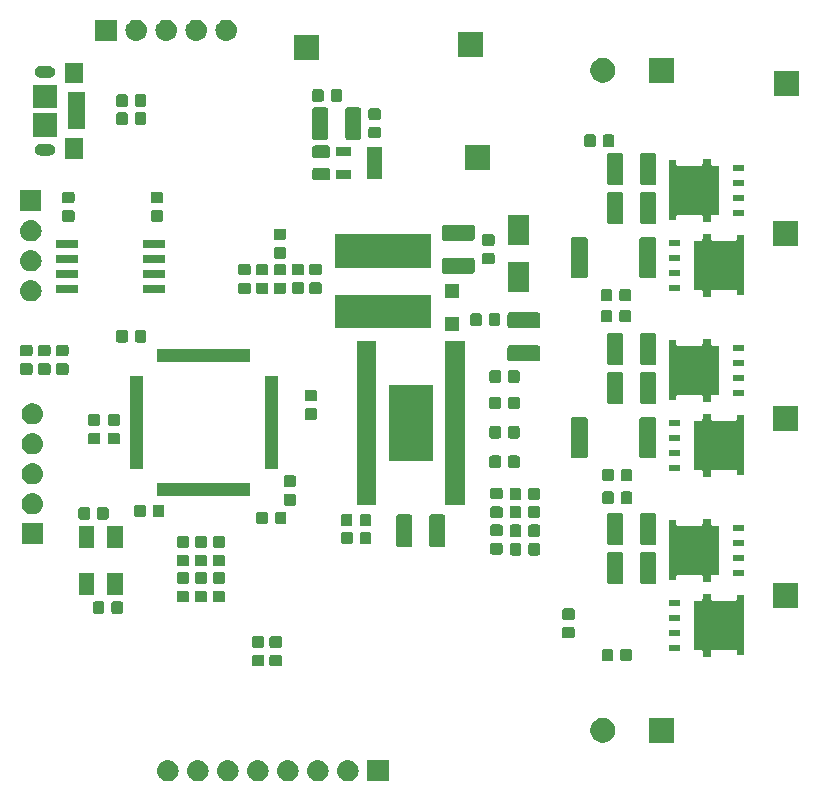
<source format=gbr>
G04 #@! TF.GenerationSoftware,KiCad,Pcbnew,5.0.2-bee76a0~70~ubuntu18.04.1*
G04 #@! TF.CreationDate,2019-03-01T11:09:08-06:00*
G04 #@! TF.ProjectId,MotorDriverXL,4d6f746f-7244-4726-9976-6572584c2e6b,V1.0*
G04 #@! TF.SameCoordinates,Original*
G04 #@! TF.FileFunction,Soldermask,Top*
G04 #@! TF.FilePolarity,Negative*
%FSLAX46Y46*%
G04 Gerber Fmt 4.6, Leading zero omitted, Abs format (unit mm)*
G04 Created by KiCad (PCBNEW 5.0.2-bee76a0~70~ubuntu18.04.1) date Fri 01 Mar 2019 11:09:08 AM CST*
%MOMM*%
%LPD*%
G01*
G04 APERTURE LIST*
%ADD10C,0.100000*%
G04 APERTURE END LIST*
D10*
G36*
X135444600Y-127773800D02*
X133643000Y-127773800D01*
X133643000Y-125972200D01*
X135444600Y-125972200D01*
X135444600Y-127773800D01*
X135444600Y-127773800D01*
G37*
G36*
X132092162Y-125976545D02*
X132180388Y-125985234D01*
X132293589Y-126019573D01*
X132350190Y-126036743D01*
X132488780Y-126110822D01*
X132506679Y-126120389D01*
X132542409Y-126149712D01*
X132643844Y-126232956D01*
X132727088Y-126334391D01*
X132756411Y-126370121D01*
X132756412Y-126370123D01*
X132840057Y-126526610D01*
X132840057Y-126526611D01*
X132891566Y-126696412D01*
X132908958Y-126873000D01*
X132891566Y-127049588D01*
X132857227Y-127162789D01*
X132840057Y-127219390D01*
X132765978Y-127357980D01*
X132756411Y-127375879D01*
X132727088Y-127411609D01*
X132643844Y-127513044D01*
X132542409Y-127596288D01*
X132506679Y-127625611D01*
X132506677Y-127625612D01*
X132350190Y-127709257D01*
X132293589Y-127726427D01*
X132180388Y-127760766D01*
X132092162Y-127769455D01*
X132048050Y-127773800D01*
X131959550Y-127773800D01*
X131915438Y-127769455D01*
X131827212Y-127760766D01*
X131714011Y-127726427D01*
X131657410Y-127709257D01*
X131500923Y-127625612D01*
X131500921Y-127625611D01*
X131465191Y-127596288D01*
X131363756Y-127513044D01*
X131280512Y-127411609D01*
X131251189Y-127375879D01*
X131241622Y-127357980D01*
X131167543Y-127219390D01*
X131150373Y-127162789D01*
X131116034Y-127049588D01*
X131098642Y-126873000D01*
X131116034Y-126696412D01*
X131167543Y-126526611D01*
X131167543Y-126526610D01*
X131251188Y-126370123D01*
X131251189Y-126370121D01*
X131280512Y-126334391D01*
X131363756Y-126232956D01*
X131465191Y-126149712D01*
X131500921Y-126120389D01*
X131518820Y-126110822D01*
X131657410Y-126036743D01*
X131714011Y-126019573D01*
X131827212Y-125985234D01*
X131915438Y-125976545D01*
X131959550Y-125972200D01*
X132048050Y-125972200D01*
X132092162Y-125976545D01*
X132092162Y-125976545D01*
G37*
G36*
X116852162Y-125976545D02*
X116940388Y-125985234D01*
X117053589Y-126019573D01*
X117110190Y-126036743D01*
X117248780Y-126110822D01*
X117266679Y-126120389D01*
X117302409Y-126149712D01*
X117403844Y-126232956D01*
X117487088Y-126334391D01*
X117516411Y-126370121D01*
X117516412Y-126370123D01*
X117600057Y-126526610D01*
X117600057Y-126526611D01*
X117651566Y-126696412D01*
X117668958Y-126873000D01*
X117651566Y-127049588D01*
X117617227Y-127162789D01*
X117600057Y-127219390D01*
X117525978Y-127357980D01*
X117516411Y-127375879D01*
X117487088Y-127411609D01*
X117403844Y-127513044D01*
X117302409Y-127596288D01*
X117266679Y-127625611D01*
X117266677Y-127625612D01*
X117110190Y-127709257D01*
X117053589Y-127726427D01*
X116940388Y-127760766D01*
X116852162Y-127769455D01*
X116808050Y-127773800D01*
X116719550Y-127773800D01*
X116675438Y-127769455D01*
X116587212Y-127760766D01*
X116474011Y-127726427D01*
X116417410Y-127709257D01*
X116260923Y-127625612D01*
X116260921Y-127625611D01*
X116225191Y-127596288D01*
X116123756Y-127513044D01*
X116040512Y-127411609D01*
X116011189Y-127375879D01*
X116001622Y-127357980D01*
X115927543Y-127219390D01*
X115910373Y-127162789D01*
X115876034Y-127049588D01*
X115858642Y-126873000D01*
X115876034Y-126696412D01*
X115927543Y-126526611D01*
X115927543Y-126526610D01*
X116011188Y-126370123D01*
X116011189Y-126370121D01*
X116040512Y-126334391D01*
X116123756Y-126232956D01*
X116225191Y-126149712D01*
X116260921Y-126120389D01*
X116278820Y-126110822D01*
X116417410Y-126036743D01*
X116474011Y-126019573D01*
X116587212Y-125985234D01*
X116675438Y-125976545D01*
X116719550Y-125972200D01*
X116808050Y-125972200D01*
X116852162Y-125976545D01*
X116852162Y-125976545D01*
G37*
G36*
X119392162Y-125976545D02*
X119480388Y-125985234D01*
X119593589Y-126019573D01*
X119650190Y-126036743D01*
X119788780Y-126110822D01*
X119806679Y-126120389D01*
X119842409Y-126149712D01*
X119943844Y-126232956D01*
X120027088Y-126334391D01*
X120056411Y-126370121D01*
X120056412Y-126370123D01*
X120140057Y-126526610D01*
X120140057Y-126526611D01*
X120191566Y-126696412D01*
X120208958Y-126873000D01*
X120191566Y-127049588D01*
X120157227Y-127162789D01*
X120140057Y-127219390D01*
X120065978Y-127357980D01*
X120056411Y-127375879D01*
X120027088Y-127411609D01*
X119943844Y-127513044D01*
X119842409Y-127596288D01*
X119806679Y-127625611D01*
X119806677Y-127625612D01*
X119650190Y-127709257D01*
X119593589Y-127726427D01*
X119480388Y-127760766D01*
X119392162Y-127769455D01*
X119348050Y-127773800D01*
X119259550Y-127773800D01*
X119215438Y-127769455D01*
X119127212Y-127760766D01*
X119014011Y-127726427D01*
X118957410Y-127709257D01*
X118800923Y-127625612D01*
X118800921Y-127625611D01*
X118765191Y-127596288D01*
X118663756Y-127513044D01*
X118580512Y-127411609D01*
X118551189Y-127375879D01*
X118541622Y-127357980D01*
X118467543Y-127219390D01*
X118450373Y-127162789D01*
X118416034Y-127049588D01*
X118398642Y-126873000D01*
X118416034Y-126696412D01*
X118467543Y-126526611D01*
X118467543Y-126526610D01*
X118551188Y-126370123D01*
X118551189Y-126370121D01*
X118580512Y-126334391D01*
X118663756Y-126232956D01*
X118765191Y-126149712D01*
X118800921Y-126120389D01*
X118818820Y-126110822D01*
X118957410Y-126036743D01*
X119014011Y-126019573D01*
X119127212Y-125985234D01*
X119215438Y-125976545D01*
X119259550Y-125972200D01*
X119348050Y-125972200D01*
X119392162Y-125976545D01*
X119392162Y-125976545D01*
G37*
G36*
X121932162Y-125976545D02*
X122020388Y-125985234D01*
X122133589Y-126019573D01*
X122190190Y-126036743D01*
X122328780Y-126110822D01*
X122346679Y-126120389D01*
X122382409Y-126149712D01*
X122483844Y-126232956D01*
X122567088Y-126334391D01*
X122596411Y-126370121D01*
X122596412Y-126370123D01*
X122680057Y-126526610D01*
X122680057Y-126526611D01*
X122731566Y-126696412D01*
X122748958Y-126873000D01*
X122731566Y-127049588D01*
X122697227Y-127162789D01*
X122680057Y-127219390D01*
X122605978Y-127357980D01*
X122596411Y-127375879D01*
X122567088Y-127411609D01*
X122483844Y-127513044D01*
X122382409Y-127596288D01*
X122346679Y-127625611D01*
X122346677Y-127625612D01*
X122190190Y-127709257D01*
X122133589Y-127726427D01*
X122020388Y-127760766D01*
X121932162Y-127769455D01*
X121888050Y-127773800D01*
X121799550Y-127773800D01*
X121755438Y-127769455D01*
X121667212Y-127760766D01*
X121554011Y-127726427D01*
X121497410Y-127709257D01*
X121340923Y-127625612D01*
X121340921Y-127625611D01*
X121305191Y-127596288D01*
X121203756Y-127513044D01*
X121120512Y-127411609D01*
X121091189Y-127375879D01*
X121081622Y-127357980D01*
X121007543Y-127219390D01*
X120990373Y-127162789D01*
X120956034Y-127049588D01*
X120938642Y-126873000D01*
X120956034Y-126696412D01*
X121007543Y-126526611D01*
X121007543Y-126526610D01*
X121091188Y-126370123D01*
X121091189Y-126370121D01*
X121120512Y-126334391D01*
X121203756Y-126232956D01*
X121305191Y-126149712D01*
X121340921Y-126120389D01*
X121358820Y-126110822D01*
X121497410Y-126036743D01*
X121554011Y-126019573D01*
X121667212Y-125985234D01*
X121755438Y-125976545D01*
X121799550Y-125972200D01*
X121888050Y-125972200D01*
X121932162Y-125976545D01*
X121932162Y-125976545D01*
G37*
G36*
X127012162Y-125976545D02*
X127100388Y-125985234D01*
X127213589Y-126019573D01*
X127270190Y-126036743D01*
X127408780Y-126110822D01*
X127426679Y-126120389D01*
X127462409Y-126149712D01*
X127563844Y-126232956D01*
X127647088Y-126334391D01*
X127676411Y-126370121D01*
X127676412Y-126370123D01*
X127760057Y-126526610D01*
X127760057Y-126526611D01*
X127811566Y-126696412D01*
X127828958Y-126873000D01*
X127811566Y-127049588D01*
X127777227Y-127162789D01*
X127760057Y-127219390D01*
X127685978Y-127357980D01*
X127676411Y-127375879D01*
X127647088Y-127411609D01*
X127563844Y-127513044D01*
X127462409Y-127596288D01*
X127426679Y-127625611D01*
X127426677Y-127625612D01*
X127270190Y-127709257D01*
X127213589Y-127726427D01*
X127100388Y-127760766D01*
X127012162Y-127769455D01*
X126968050Y-127773800D01*
X126879550Y-127773800D01*
X126835438Y-127769455D01*
X126747212Y-127760766D01*
X126634011Y-127726427D01*
X126577410Y-127709257D01*
X126420923Y-127625612D01*
X126420921Y-127625611D01*
X126385191Y-127596288D01*
X126283756Y-127513044D01*
X126200512Y-127411609D01*
X126171189Y-127375879D01*
X126161622Y-127357980D01*
X126087543Y-127219390D01*
X126070373Y-127162789D01*
X126036034Y-127049588D01*
X126018642Y-126873000D01*
X126036034Y-126696412D01*
X126087543Y-126526611D01*
X126087543Y-126526610D01*
X126171188Y-126370123D01*
X126171189Y-126370121D01*
X126200512Y-126334391D01*
X126283756Y-126232956D01*
X126385191Y-126149712D01*
X126420921Y-126120389D01*
X126438820Y-126110822D01*
X126577410Y-126036743D01*
X126634011Y-126019573D01*
X126747212Y-125985234D01*
X126835438Y-125976545D01*
X126879550Y-125972200D01*
X126968050Y-125972200D01*
X127012162Y-125976545D01*
X127012162Y-125976545D01*
G37*
G36*
X124472162Y-125976545D02*
X124560388Y-125985234D01*
X124673589Y-126019573D01*
X124730190Y-126036743D01*
X124868780Y-126110822D01*
X124886679Y-126120389D01*
X124922409Y-126149712D01*
X125023844Y-126232956D01*
X125107088Y-126334391D01*
X125136411Y-126370121D01*
X125136412Y-126370123D01*
X125220057Y-126526610D01*
X125220057Y-126526611D01*
X125271566Y-126696412D01*
X125288958Y-126873000D01*
X125271566Y-127049588D01*
X125237227Y-127162789D01*
X125220057Y-127219390D01*
X125145978Y-127357980D01*
X125136411Y-127375879D01*
X125107088Y-127411609D01*
X125023844Y-127513044D01*
X124922409Y-127596288D01*
X124886679Y-127625611D01*
X124886677Y-127625612D01*
X124730190Y-127709257D01*
X124673589Y-127726427D01*
X124560388Y-127760766D01*
X124472162Y-127769455D01*
X124428050Y-127773800D01*
X124339550Y-127773800D01*
X124295438Y-127769455D01*
X124207212Y-127760766D01*
X124094011Y-127726427D01*
X124037410Y-127709257D01*
X123880923Y-127625612D01*
X123880921Y-127625611D01*
X123845191Y-127596288D01*
X123743756Y-127513044D01*
X123660512Y-127411609D01*
X123631189Y-127375879D01*
X123621622Y-127357980D01*
X123547543Y-127219390D01*
X123530373Y-127162789D01*
X123496034Y-127049588D01*
X123478642Y-126873000D01*
X123496034Y-126696412D01*
X123547543Y-126526611D01*
X123547543Y-126526610D01*
X123631188Y-126370123D01*
X123631189Y-126370121D01*
X123660512Y-126334391D01*
X123743756Y-126232956D01*
X123845191Y-126149712D01*
X123880921Y-126120389D01*
X123898820Y-126110822D01*
X124037410Y-126036743D01*
X124094011Y-126019573D01*
X124207212Y-125985234D01*
X124295438Y-125976545D01*
X124339550Y-125972200D01*
X124428050Y-125972200D01*
X124472162Y-125976545D01*
X124472162Y-125976545D01*
G37*
G36*
X129552162Y-125976545D02*
X129640388Y-125985234D01*
X129753589Y-126019573D01*
X129810190Y-126036743D01*
X129948780Y-126110822D01*
X129966679Y-126120389D01*
X130002409Y-126149712D01*
X130103844Y-126232956D01*
X130187088Y-126334391D01*
X130216411Y-126370121D01*
X130216412Y-126370123D01*
X130300057Y-126526610D01*
X130300057Y-126526611D01*
X130351566Y-126696412D01*
X130368958Y-126873000D01*
X130351566Y-127049588D01*
X130317227Y-127162789D01*
X130300057Y-127219390D01*
X130225978Y-127357980D01*
X130216411Y-127375879D01*
X130187088Y-127411609D01*
X130103844Y-127513044D01*
X130002409Y-127596288D01*
X129966679Y-127625611D01*
X129966677Y-127625612D01*
X129810190Y-127709257D01*
X129753589Y-127726427D01*
X129640388Y-127760766D01*
X129552162Y-127769455D01*
X129508050Y-127773800D01*
X129419550Y-127773800D01*
X129375438Y-127769455D01*
X129287212Y-127760766D01*
X129174011Y-127726427D01*
X129117410Y-127709257D01*
X128960923Y-127625612D01*
X128960921Y-127625611D01*
X128925191Y-127596288D01*
X128823756Y-127513044D01*
X128740512Y-127411609D01*
X128711189Y-127375879D01*
X128701622Y-127357980D01*
X128627543Y-127219390D01*
X128610373Y-127162789D01*
X128576034Y-127049588D01*
X128558642Y-126873000D01*
X128576034Y-126696412D01*
X128627543Y-126526611D01*
X128627543Y-126526610D01*
X128711188Y-126370123D01*
X128711189Y-126370121D01*
X128740512Y-126334391D01*
X128823756Y-126232956D01*
X128925191Y-126149712D01*
X128960921Y-126120389D01*
X128978820Y-126110822D01*
X129117410Y-126036743D01*
X129174011Y-126019573D01*
X129287212Y-125985234D01*
X129375438Y-125976545D01*
X129419550Y-125972200D01*
X129508050Y-125972200D01*
X129552162Y-125976545D01*
X129552162Y-125976545D01*
G37*
G36*
X159623000Y-124494800D02*
X157521400Y-124494800D01*
X157521400Y-122393200D01*
X159623000Y-122393200D01*
X159623000Y-124494800D01*
X159623000Y-124494800D01*
G37*
G36*
X153878707Y-122433582D02*
X154069940Y-122512793D01*
X154240887Y-122627016D01*
X154242049Y-122627793D01*
X154388407Y-122774151D01*
X154388409Y-122774154D01*
X154503407Y-122946260D01*
X154582618Y-123137493D01*
X154623000Y-123340505D01*
X154623000Y-123547495D01*
X154582618Y-123750507D01*
X154503407Y-123941740D01*
X154389184Y-124112687D01*
X154388407Y-124113849D01*
X154242049Y-124260207D01*
X154242046Y-124260209D01*
X154069940Y-124375207D01*
X153878707Y-124454418D01*
X153675695Y-124494800D01*
X153468705Y-124494800D01*
X153265693Y-124454418D01*
X153074460Y-124375207D01*
X152902354Y-124260209D01*
X152902351Y-124260207D01*
X152755993Y-124113849D01*
X152755216Y-124112687D01*
X152640993Y-123941740D01*
X152561782Y-123750507D01*
X152521400Y-123547495D01*
X152521400Y-123340505D01*
X152561782Y-123137493D01*
X152640993Y-122946260D01*
X152755991Y-122774154D01*
X152755993Y-122774151D01*
X152902351Y-122627793D01*
X152903513Y-122627016D01*
X153074460Y-122512793D01*
X153265693Y-122433582D01*
X153468705Y-122393200D01*
X153675695Y-122393200D01*
X153878707Y-122433582D01*
X153878707Y-122433582D01*
G37*
G36*
X124788668Y-117067083D02*
X124822634Y-117077386D01*
X124853932Y-117094116D01*
X124881368Y-117116632D01*
X124903884Y-117144068D01*
X124920614Y-117175366D01*
X124930917Y-117209332D01*
X124935000Y-117250790D01*
X124935000Y-117851810D01*
X124930917Y-117893268D01*
X124920614Y-117927234D01*
X124903884Y-117958532D01*
X124881368Y-117985968D01*
X124853932Y-118008484D01*
X124822634Y-118025214D01*
X124788668Y-118035517D01*
X124747210Y-118039600D01*
X124071190Y-118039600D01*
X124029732Y-118035517D01*
X123995766Y-118025214D01*
X123964468Y-118008484D01*
X123937032Y-117985968D01*
X123914516Y-117958532D01*
X123897786Y-117927234D01*
X123887483Y-117893268D01*
X123883400Y-117851810D01*
X123883400Y-117250790D01*
X123887483Y-117209332D01*
X123897786Y-117175366D01*
X123914516Y-117144068D01*
X123937032Y-117116632D01*
X123964468Y-117094116D01*
X123995766Y-117077386D01*
X124029732Y-117067083D01*
X124071190Y-117063000D01*
X124747210Y-117063000D01*
X124788668Y-117067083D01*
X124788668Y-117067083D01*
G37*
G36*
X126266269Y-117060682D02*
X126300235Y-117070985D01*
X126331533Y-117087715D01*
X126358969Y-117110231D01*
X126381485Y-117137667D01*
X126398215Y-117168965D01*
X126408518Y-117202931D01*
X126412601Y-117244389D01*
X126412601Y-117845409D01*
X126408518Y-117886867D01*
X126398215Y-117920833D01*
X126381485Y-117952131D01*
X126358969Y-117979567D01*
X126331533Y-118002083D01*
X126300235Y-118018813D01*
X126266269Y-118029116D01*
X126224811Y-118033199D01*
X125548791Y-118033199D01*
X125507333Y-118029116D01*
X125473367Y-118018813D01*
X125442069Y-118002083D01*
X125414633Y-117979567D01*
X125392117Y-117952131D01*
X125375387Y-117920833D01*
X125365084Y-117886867D01*
X125361001Y-117845409D01*
X125361001Y-117244389D01*
X125365084Y-117202931D01*
X125375387Y-117168965D01*
X125392117Y-117137667D01*
X125414633Y-117110231D01*
X125442069Y-117087715D01*
X125473367Y-117070985D01*
X125507333Y-117060682D01*
X125548791Y-117056599D01*
X126224811Y-117056599D01*
X126266269Y-117060682D01*
X126266269Y-117060682D01*
G37*
G36*
X154316668Y-116572283D02*
X154350634Y-116582586D01*
X154381932Y-116599316D01*
X154409368Y-116621832D01*
X154431884Y-116649268D01*
X154448614Y-116680566D01*
X154458917Y-116714532D01*
X154463000Y-116755990D01*
X154463000Y-117432010D01*
X154458917Y-117473468D01*
X154448614Y-117507434D01*
X154431884Y-117538732D01*
X154409368Y-117566168D01*
X154381932Y-117588684D01*
X154350634Y-117605414D01*
X154316668Y-117615717D01*
X154275210Y-117619800D01*
X153674190Y-117619800D01*
X153632732Y-117615717D01*
X153598766Y-117605414D01*
X153567468Y-117588684D01*
X153540032Y-117566168D01*
X153517516Y-117538732D01*
X153500786Y-117507434D01*
X153490483Y-117473468D01*
X153486400Y-117432010D01*
X153486400Y-116755990D01*
X153490483Y-116714532D01*
X153500786Y-116680566D01*
X153517516Y-116649268D01*
X153540032Y-116621832D01*
X153567468Y-116599316D01*
X153598766Y-116582586D01*
X153632732Y-116572283D01*
X153674190Y-116568200D01*
X154275210Y-116568200D01*
X154316668Y-116572283D01*
X154316668Y-116572283D01*
G37*
G36*
X155891668Y-116572283D02*
X155925634Y-116582586D01*
X155956932Y-116599316D01*
X155984368Y-116621832D01*
X156006884Y-116649268D01*
X156023614Y-116680566D01*
X156033917Y-116714532D01*
X156038000Y-116755990D01*
X156038000Y-117432010D01*
X156033917Y-117473468D01*
X156023614Y-117507434D01*
X156006884Y-117538732D01*
X155984368Y-117566168D01*
X155956932Y-117588684D01*
X155925634Y-117605414D01*
X155891668Y-117615717D01*
X155850210Y-117619800D01*
X155249190Y-117619800D01*
X155207732Y-117615717D01*
X155173766Y-117605414D01*
X155142468Y-117588684D01*
X155115032Y-117566168D01*
X155092516Y-117538732D01*
X155075786Y-117507434D01*
X155065483Y-117473468D01*
X155061400Y-117432010D01*
X155061400Y-116755990D01*
X155065483Y-116714532D01*
X155075786Y-116680566D01*
X155092516Y-116649268D01*
X155115032Y-116621832D01*
X155142468Y-116599316D01*
X155173766Y-116582586D01*
X155207732Y-116572283D01*
X155249190Y-116568200D01*
X155850210Y-116568200D01*
X155891668Y-116572283D01*
X155891668Y-116572283D01*
G37*
G36*
X162738000Y-112347700D02*
X162740402Y-112372086D01*
X162747515Y-112395535D01*
X162759066Y-112417146D01*
X162774612Y-112436088D01*
X162793554Y-112451634D01*
X162815165Y-112463185D01*
X162838614Y-112470298D01*
X162863000Y-112472700D01*
X164821400Y-112472700D01*
X164845786Y-112470298D01*
X164869235Y-112463185D01*
X164890846Y-112451634D01*
X164909788Y-112436088D01*
X164925334Y-112417146D01*
X164936885Y-112395535D01*
X164943998Y-112372086D01*
X164946400Y-112347700D01*
X164946400Y-112003200D01*
X165558000Y-112003200D01*
X165558000Y-117104800D01*
X164946400Y-117104800D01*
X164946400Y-116760300D01*
X164943998Y-116735914D01*
X164936885Y-116712465D01*
X164925334Y-116690854D01*
X164909788Y-116671912D01*
X164890846Y-116656366D01*
X164869235Y-116644815D01*
X164845786Y-116637702D01*
X164821400Y-116635300D01*
X162863000Y-116635300D01*
X162838614Y-116637702D01*
X162815165Y-116644815D01*
X162793554Y-116656366D01*
X162774612Y-116671912D01*
X162759066Y-116690854D01*
X162747515Y-116712465D01*
X162740402Y-116735914D01*
X162738000Y-116760300D01*
X162738000Y-117230300D01*
X162026400Y-117230300D01*
X162026400Y-116760300D01*
X162023998Y-116735914D01*
X162016885Y-116712465D01*
X162005334Y-116690854D01*
X161989788Y-116671912D01*
X161970846Y-116656366D01*
X161949235Y-116644815D01*
X161925786Y-116637702D01*
X161901400Y-116635300D01*
X161316400Y-116635300D01*
X161316400Y-112472700D01*
X161901400Y-112472700D01*
X161925786Y-112470298D01*
X161949235Y-112463185D01*
X161970846Y-112451634D01*
X161989788Y-112436088D01*
X162005334Y-112417146D01*
X162016885Y-112395535D01*
X162023998Y-112372086D01*
X162026400Y-112347700D01*
X162026400Y-111877700D01*
X162738000Y-111877700D01*
X162738000Y-112347700D01*
X162738000Y-112347700D01*
G37*
G36*
X160127000Y-116714800D02*
X159205400Y-116714800D01*
X159205400Y-116203200D01*
X160127000Y-116203200D01*
X160127000Y-116714800D01*
X160127000Y-116714800D01*
G37*
G36*
X124788668Y-115492083D02*
X124822634Y-115502386D01*
X124853932Y-115519116D01*
X124881368Y-115541632D01*
X124903884Y-115569068D01*
X124920614Y-115600366D01*
X124930917Y-115634332D01*
X124935000Y-115675790D01*
X124935000Y-116276810D01*
X124930917Y-116318268D01*
X124920614Y-116352234D01*
X124903884Y-116383532D01*
X124881368Y-116410968D01*
X124853932Y-116433484D01*
X124822634Y-116450214D01*
X124788668Y-116460517D01*
X124747210Y-116464600D01*
X124071190Y-116464600D01*
X124029732Y-116460517D01*
X123995766Y-116450214D01*
X123964468Y-116433484D01*
X123937032Y-116410968D01*
X123914516Y-116383532D01*
X123897786Y-116352234D01*
X123887483Y-116318268D01*
X123883400Y-116276810D01*
X123883400Y-115675790D01*
X123887483Y-115634332D01*
X123897786Y-115600366D01*
X123914516Y-115569068D01*
X123937032Y-115541632D01*
X123964468Y-115519116D01*
X123995766Y-115502386D01*
X124029732Y-115492083D01*
X124071190Y-115488000D01*
X124747210Y-115488000D01*
X124788668Y-115492083D01*
X124788668Y-115492083D01*
G37*
G36*
X126266269Y-115485682D02*
X126300235Y-115495985D01*
X126331533Y-115512715D01*
X126358969Y-115535231D01*
X126381485Y-115562667D01*
X126398215Y-115593965D01*
X126408518Y-115627931D01*
X126412601Y-115669389D01*
X126412601Y-116270409D01*
X126408518Y-116311867D01*
X126398215Y-116345833D01*
X126381485Y-116377131D01*
X126358969Y-116404567D01*
X126331533Y-116427083D01*
X126300235Y-116443813D01*
X126266269Y-116454116D01*
X126224811Y-116458199D01*
X125548791Y-116458199D01*
X125507333Y-116454116D01*
X125473367Y-116443813D01*
X125442069Y-116427083D01*
X125414633Y-116404567D01*
X125392117Y-116377131D01*
X125375387Y-116345833D01*
X125365084Y-116311867D01*
X125361001Y-116270409D01*
X125361001Y-115669389D01*
X125365084Y-115627931D01*
X125375387Y-115593965D01*
X125392117Y-115562667D01*
X125414633Y-115535231D01*
X125442069Y-115512715D01*
X125473367Y-115495985D01*
X125507333Y-115485682D01*
X125548791Y-115481599D01*
X126224811Y-115481599D01*
X126266269Y-115485682D01*
X126266269Y-115485682D01*
G37*
G36*
X151052268Y-114704883D02*
X151086234Y-114715186D01*
X151117532Y-114731916D01*
X151144968Y-114754432D01*
X151167484Y-114781868D01*
X151184214Y-114813166D01*
X151194517Y-114847132D01*
X151198600Y-114888590D01*
X151198600Y-115489610D01*
X151194517Y-115531068D01*
X151184214Y-115565034D01*
X151167484Y-115596332D01*
X151144968Y-115623768D01*
X151117532Y-115646284D01*
X151086234Y-115663014D01*
X151052268Y-115673317D01*
X151010810Y-115677400D01*
X150334790Y-115677400D01*
X150293332Y-115673317D01*
X150259366Y-115663014D01*
X150228068Y-115646284D01*
X150200632Y-115623768D01*
X150178116Y-115596332D01*
X150161386Y-115565034D01*
X150151083Y-115531068D01*
X150147000Y-115489610D01*
X150147000Y-114888590D01*
X150151083Y-114847132D01*
X150161386Y-114813166D01*
X150178116Y-114781868D01*
X150200632Y-114754432D01*
X150228068Y-114731916D01*
X150259366Y-114715186D01*
X150293332Y-114704883D01*
X150334790Y-114700800D01*
X151010810Y-114700800D01*
X151052268Y-114704883D01*
X151052268Y-114704883D01*
G37*
G36*
X160127000Y-115444800D02*
X159205400Y-115444800D01*
X159205400Y-114933200D01*
X160127000Y-114933200D01*
X160127000Y-115444800D01*
X160127000Y-115444800D01*
G37*
G36*
X160127000Y-114174800D02*
X159205400Y-114174800D01*
X159205400Y-113663200D01*
X160127000Y-113663200D01*
X160127000Y-114174800D01*
X160127000Y-114174800D01*
G37*
G36*
X151052268Y-113129883D02*
X151086234Y-113140186D01*
X151117532Y-113156916D01*
X151144968Y-113179432D01*
X151167484Y-113206868D01*
X151184214Y-113238166D01*
X151194517Y-113272132D01*
X151198600Y-113313590D01*
X151198600Y-113914610D01*
X151194517Y-113956068D01*
X151184214Y-113990034D01*
X151167484Y-114021332D01*
X151144968Y-114048768D01*
X151117532Y-114071284D01*
X151086234Y-114088014D01*
X151052268Y-114098317D01*
X151010810Y-114102400D01*
X150334790Y-114102400D01*
X150293332Y-114098317D01*
X150259366Y-114088014D01*
X150228068Y-114071284D01*
X150200632Y-114048768D01*
X150178116Y-114021332D01*
X150161386Y-113990034D01*
X150151083Y-113956068D01*
X150147000Y-113914610D01*
X150147000Y-113313590D01*
X150151083Y-113272132D01*
X150161386Y-113238166D01*
X150178116Y-113206868D01*
X150200632Y-113179432D01*
X150228068Y-113156916D01*
X150259366Y-113140186D01*
X150293332Y-113129883D01*
X150334790Y-113125800D01*
X151010810Y-113125800D01*
X151052268Y-113129883D01*
X151052268Y-113129883D01*
G37*
G36*
X112811982Y-112538551D02*
X112845948Y-112548854D01*
X112877246Y-112565584D01*
X112904682Y-112588100D01*
X112927198Y-112615536D01*
X112943928Y-112646834D01*
X112954231Y-112680800D01*
X112958314Y-112722258D01*
X112958314Y-113398278D01*
X112954231Y-113439736D01*
X112943928Y-113473702D01*
X112927198Y-113505000D01*
X112904682Y-113532436D01*
X112877246Y-113554952D01*
X112845948Y-113571682D01*
X112811982Y-113581985D01*
X112770524Y-113586068D01*
X112169504Y-113586068D01*
X112128046Y-113581985D01*
X112094080Y-113571682D01*
X112062782Y-113554952D01*
X112035346Y-113532436D01*
X112012830Y-113505000D01*
X111996100Y-113473702D01*
X111985797Y-113439736D01*
X111981714Y-113398278D01*
X111981714Y-112722258D01*
X111985797Y-112680800D01*
X111996100Y-112646834D01*
X112012830Y-112615536D01*
X112035346Y-112588100D01*
X112062782Y-112565584D01*
X112094080Y-112548854D01*
X112128046Y-112538551D01*
X112169504Y-112534468D01*
X112770524Y-112534468D01*
X112811982Y-112538551D01*
X112811982Y-112538551D01*
G37*
G36*
X111236982Y-112538551D02*
X111270948Y-112548854D01*
X111302246Y-112565584D01*
X111329682Y-112588100D01*
X111352198Y-112615536D01*
X111368928Y-112646834D01*
X111379231Y-112680800D01*
X111383314Y-112722258D01*
X111383314Y-113398278D01*
X111379231Y-113439736D01*
X111368928Y-113473702D01*
X111352198Y-113505000D01*
X111329682Y-113532436D01*
X111302246Y-113554952D01*
X111270948Y-113571682D01*
X111236982Y-113581985D01*
X111195524Y-113586068D01*
X110594504Y-113586068D01*
X110553046Y-113581985D01*
X110519080Y-113571682D01*
X110487782Y-113554952D01*
X110460346Y-113532436D01*
X110437830Y-113505000D01*
X110421100Y-113473702D01*
X110410797Y-113439736D01*
X110406714Y-113398278D01*
X110406714Y-112722258D01*
X110410797Y-112680800D01*
X110421100Y-112646834D01*
X110437830Y-112615536D01*
X110460346Y-112588100D01*
X110487782Y-112565584D01*
X110519080Y-112548854D01*
X110553046Y-112538551D01*
X110594504Y-112534468D01*
X111195524Y-112534468D01*
X111236982Y-112538551D01*
X111236982Y-112538551D01*
G37*
G36*
X170087800Y-113064800D02*
X167986200Y-113064800D01*
X167986200Y-110963200D01*
X170087800Y-110963200D01*
X170087800Y-113064800D01*
X170087800Y-113064800D01*
G37*
G36*
X160127000Y-112904800D02*
X159205400Y-112904800D01*
X159205400Y-112393200D01*
X160127000Y-112393200D01*
X160127000Y-112904800D01*
X160127000Y-112904800D01*
G37*
G36*
X118413268Y-111631483D02*
X118447234Y-111641786D01*
X118478532Y-111658516D01*
X118505968Y-111681032D01*
X118528484Y-111708468D01*
X118545214Y-111739766D01*
X118555517Y-111773732D01*
X118559600Y-111815190D01*
X118559600Y-112416210D01*
X118555517Y-112457668D01*
X118545214Y-112491634D01*
X118528484Y-112522932D01*
X118505968Y-112550368D01*
X118478532Y-112572884D01*
X118447234Y-112589614D01*
X118413268Y-112599917D01*
X118371810Y-112604000D01*
X117695790Y-112604000D01*
X117654332Y-112599917D01*
X117620366Y-112589614D01*
X117589068Y-112572884D01*
X117561632Y-112550368D01*
X117539116Y-112522932D01*
X117522386Y-112491634D01*
X117512083Y-112457668D01*
X117508000Y-112416210D01*
X117508000Y-111815190D01*
X117512083Y-111773732D01*
X117522386Y-111739766D01*
X117539116Y-111708468D01*
X117561632Y-111681032D01*
X117589068Y-111658516D01*
X117620366Y-111641786D01*
X117654332Y-111631483D01*
X117695790Y-111627400D01*
X118371810Y-111627400D01*
X118413268Y-111631483D01*
X118413268Y-111631483D01*
G37*
G36*
X121461268Y-111631483D02*
X121495234Y-111641786D01*
X121526532Y-111658516D01*
X121553968Y-111681032D01*
X121576484Y-111708468D01*
X121593214Y-111739766D01*
X121603517Y-111773732D01*
X121607600Y-111815190D01*
X121607600Y-112416210D01*
X121603517Y-112457668D01*
X121593214Y-112491634D01*
X121576484Y-112522932D01*
X121553968Y-112550368D01*
X121526532Y-112572884D01*
X121495234Y-112589614D01*
X121461268Y-112599917D01*
X121419810Y-112604000D01*
X120743790Y-112604000D01*
X120702332Y-112599917D01*
X120668366Y-112589614D01*
X120637068Y-112572884D01*
X120609632Y-112550368D01*
X120587116Y-112522932D01*
X120570386Y-112491634D01*
X120560083Y-112457668D01*
X120556000Y-112416210D01*
X120556000Y-111815190D01*
X120560083Y-111773732D01*
X120570386Y-111739766D01*
X120587116Y-111708468D01*
X120609632Y-111681032D01*
X120637068Y-111658516D01*
X120668366Y-111641786D01*
X120702332Y-111631483D01*
X120743790Y-111627400D01*
X121419810Y-111627400D01*
X121461268Y-111631483D01*
X121461268Y-111631483D01*
G37*
G36*
X119937268Y-111631483D02*
X119971234Y-111641786D01*
X120002532Y-111658516D01*
X120029968Y-111681032D01*
X120052484Y-111708468D01*
X120069214Y-111739766D01*
X120079517Y-111773732D01*
X120083600Y-111815190D01*
X120083600Y-112416210D01*
X120079517Y-112457668D01*
X120069214Y-112491634D01*
X120052484Y-112522932D01*
X120029968Y-112550368D01*
X120002532Y-112572884D01*
X119971234Y-112589614D01*
X119937268Y-112599917D01*
X119895810Y-112604000D01*
X119219790Y-112604000D01*
X119178332Y-112599917D01*
X119144366Y-112589614D01*
X119113068Y-112572884D01*
X119085632Y-112550368D01*
X119063116Y-112522932D01*
X119046386Y-112491634D01*
X119036083Y-112457668D01*
X119032000Y-112416210D01*
X119032000Y-111815190D01*
X119036083Y-111773732D01*
X119046386Y-111739766D01*
X119063116Y-111708468D01*
X119085632Y-111681032D01*
X119113068Y-111658516D01*
X119144366Y-111641786D01*
X119178332Y-111631483D01*
X119219790Y-111627400D01*
X119895810Y-111627400D01*
X119937268Y-111631483D01*
X119937268Y-111631483D01*
G37*
G36*
X110523714Y-112023268D02*
X109222114Y-112023268D01*
X109222114Y-110121668D01*
X110523714Y-110121668D01*
X110523714Y-112023268D01*
X110523714Y-112023268D01*
G37*
G36*
X112923714Y-112023268D02*
X111622114Y-112023268D01*
X111622114Y-110121668D01*
X112923714Y-110121668D01*
X112923714Y-112023268D01*
X112923714Y-112023268D01*
G37*
G36*
X155150665Y-108356546D02*
X155187195Y-108367627D01*
X155220859Y-108385621D01*
X155250364Y-108409836D01*
X155274579Y-108439341D01*
X155292573Y-108473005D01*
X155303654Y-108509535D01*
X155308000Y-108553660D01*
X155308000Y-110902340D01*
X155303654Y-110946465D01*
X155292573Y-110982995D01*
X155274579Y-111016659D01*
X155250364Y-111046164D01*
X155220859Y-111070379D01*
X155187195Y-111088373D01*
X155150665Y-111099454D01*
X155106540Y-111103800D01*
X154157860Y-111103800D01*
X154113735Y-111099454D01*
X154077205Y-111088373D01*
X154043541Y-111070379D01*
X154014036Y-111046164D01*
X153989821Y-111016659D01*
X153971827Y-110982995D01*
X153960746Y-110946465D01*
X153956400Y-110902340D01*
X153956400Y-108553660D01*
X153960746Y-108509535D01*
X153971827Y-108473005D01*
X153989821Y-108439341D01*
X154014036Y-108409836D01*
X154043541Y-108385621D01*
X154077205Y-108367627D01*
X154113735Y-108356546D01*
X154157860Y-108352200D01*
X155106540Y-108352200D01*
X155150665Y-108356546D01*
X155150665Y-108356546D01*
G37*
G36*
X157950665Y-108356546D02*
X157987195Y-108367627D01*
X158020859Y-108385621D01*
X158050364Y-108409836D01*
X158074579Y-108439341D01*
X158092573Y-108473005D01*
X158103654Y-108509535D01*
X158108000Y-108553660D01*
X158108000Y-110902340D01*
X158103654Y-110946465D01*
X158092573Y-110982995D01*
X158074579Y-111016659D01*
X158050364Y-111046164D01*
X158020859Y-111070379D01*
X157987195Y-111088373D01*
X157950665Y-111099454D01*
X157906540Y-111103800D01*
X156957860Y-111103800D01*
X156913735Y-111099454D01*
X156877205Y-111088373D01*
X156843541Y-111070379D01*
X156814036Y-111046164D01*
X156789821Y-111016659D01*
X156771827Y-110982995D01*
X156760746Y-110946465D01*
X156756400Y-110902340D01*
X156756400Y-108553660D01*
X156760746Y-108509535D01*
X156771827Y-108473005D01*
X156789821Y-108439341D01*
X156814036Y-108409836D01*
X156843541Y-108385621D01*
X156877205Y-108367627D01*
X156913735Y-108356546D01*
X156957860Y-108352200D01*
X157906540Y-108352200D01*
X157950665Y-108356546D01*
X157950665Y-108356546D01*
G37*
G36*
X119937268Y-110056483D02*
X119971234Y-110066786D01*
X120002532Y-110083516D01*
X120029968Y-110106032D01*
X120052484Y-110133468D01*
X120069214Y-110164766D01*
X120079517Y-110198732D01*
X120083600Y-110240190D01*
X120083600Y-110841210D01*
X120079517Y-110882668D01*
X120069214Y-110916634D01*
X120052484Y-110947932D01*
X120029968Y-110975368D01*
X120002532Y-110997884D01*
X119971234Y-111014614D01*
X119937268Y-111024917D01*
X119895810Y-111029000D01*
X119219790Y-111029000D01*
X119178332Y-111024917D01*
X119144366Y-111014614D01*
X119113068Y-110997884D01*
X119085632Y-110975368D01*
X119063116Y-110947932D01*
X119046386Y-110916634D01*
X119036083Y-110882668D01*
X119032000Y-110841210D01*
X119032000Y-110240190D01*
X119036083Y-110198732D01*
X119046386Y-110164766D01*
X119063116Y-110133468D01*
X119085632Y-110106032D01*
X119113068Y-110083516D01*
X119144366Y-110066786D01*
X119178332Y-110056483D01*
X119219790Y-110052400D01*
X119895810Y-110052400D01*
X119937268Y-110056483D01*
X119937268Y-110056483D01*
G37*
G36*
X118413268Y-110056483D02*
X118447234Y-110066786D01*
X118478532Y-110083516D01*
X118505968Y-110106032D01*
X118528484Y-110133468D01*
X118545214Y-110164766D01*
X118555517Y-110198732D01*
X118559600Y-110240190D01*
X118559600Y-110841210D01*
X118555517Y-110882668D01*
X118545214Y-110916634D01*
X118528484Y-110947932D01*
X118505968Y-110975368D01*
X118478532Y-110997884D01*
X118447234Y-111014614D01*
X118413268Y-111024917D01*
X118371810Y-111029000D01*
X117695790Y-111029000D01*
X117654332Y-111024917D01*
X117620366Y-111014614D01*
X117589068Y-110997884D01*
X117561632Y-110975368D01*
X117539116Y-110947932D01*
X117522386Y-110916634D01*
X117512083Y-110882668D01*
X117508000Y-110841210D01*
X117508000Y-110240190D01*
X117512083Y-110198732D01*
X117522386Y-110164766D01*
X117539116Y-110133468D01*
X117561632Y-110106032D01*
X117589068Y-110083516D01*
X117620366Y-110066786D01*
X117654332Y-110056483D01*
X117695790Y-110052400D01*
X118371810Y-110052400D01*
X118413268Y-110056483D01*
X118413268Y-110056483D01*
G37*
G36*
X121461268Y-110056483D02*
X121495234Y-110066786D01*
X121526532Y-110083516D01*
X121553968Y-110106032D01*
X121576484Y-110133468D01*
X121593214Y-110164766D01*
X121603517Y-110198732D01*
X121607600Y-110240190D01*
X121607600Y-110841210D01*
X121603517Y-110882668D01*
X121593214Y-110916634D01*
X121576484Y-110947932D01*
X121553968Y-110975368D01*
X121526532Y-110997884D01*
X121495234Y-111014614D01*
X121461268Y-111024917D01*
X121419810Y-111029000D01*
X120743790Y-111029000D01*
X120702332Y-111024917D01*
X120668366Y-111014614D01*
X120637068Y-110997884D01*
X120609632Y-110975368D01*
X120587116Y-110947932D01*
X120570386Y-110916634D01*
X120560083Y-110882668D01*
X120556000Y-110841210D01*
X120556000Y-110240190D01*
X120560083Y-110198732D01*
X120570386Y-110164766D01*
X120587116Y-110133468D01*
X120609632Y-110106032D01*
X120637068Y-110083516D01*
X120668366Y-110066786D01*
X120702332Y-110056483D01*
X120743790Y-110052400D01*
X121419810Y-110052400D01*
X121461268Y-110056483D01*
X121461268Y-110056483D01*
G37*
G36*
X162738000Y-105997700D02*
X162740402Y-106022086D01*
X162747515Y-106045535D01*
X162759066Y-106067146D01*
X162774612Y-106086088D01*
X162793554Y-106101634D01*
X162815165Y-106113185D01*
X162838614Y-106120298D01*
X162863000Y-106122700D01*
X163448000Y-106122700D01*
X163448000Y-110285300D01*
X162863000Y-110285300D01*
X162838614Y-110287702D01*
X162815165Y-110294815D01*
X162793554Y-110306366D01*
X162774612Y-110321912D01*
X162759066Y-110340854D01*
X162747515Y-110362465D01*
X162740402Y-110385914D01*
X162738000Y-110410300D01*
X162738000Y-110880300D01*
X162026400Y-110880300D01*
X162026400Y-110410300D01*
X162023998Y-110385914D01*
X162016885Y-110362465D01*
X162005334Y-110340854D01*
X161989788Y-110321912D01*
X161970846Y-110306366D01*
X161949235Y-110294815D01*
X161925786Y-110287702D01*
X161901400Y-110285300D01*
X159943000Y-110285300D01*
X159918614Y-110287702D01*
X159895165Y-110294815D01*
X159873554Y-110306366D01*
X159854612Y-110321912D01*
X159839066Y-110340854D01*
X159827515Y-110362465D01*
X159820402Y-110385914D01*
X159818000Y-110410300D01*
X159818000Y-110754800D01*
X159206400Y-110754800D01*
X159206400Y-105653200D01*
X159818000Y-105653200D01*
X159818000Y-105997700D01*
X159820402Y-106022086D01*
X159827515Y-106045535D01*
X159839066Y-106067146D01*
X159854612Y-106086088D01*
X159873554Y-106101634D01*
X159895165Y-106113185D01*
X159918614Y-106120298D01*
X159943000Y-106122700D01*
X161901400Y-106122700D01*
X161925786Y-106120298D01*
X161949235Y-106113185D01*
X161970846Y-106101634D01*
X161989788Y-106086088D01*
X162005334Y-106067146D01*
X162016885Y-106045535D01*
X162023998Y-106022086D01*
X162026400Y-105997700D01*
X162026400Y-105527700D01*
X162738000Y-105527700D01*
X162738000Y-105997700D01*
X162738000Y-105997700D01*
G37*
G36*
X165559000Y-110364800D02*
X164637400Y-110364800D01*
X164637400Y-109853200D01*
X165559000Y-109853200D01*
X165559000Y-110364800D01*
X165559000Y-110364800D01*
G37*
G36*
X118413268Y-108583483D02*
X118447234Y-108593786D01*
X118478532Y-108610516D01*
X118505968Y-108633032D01*
X118528484Y-108660468D01*
X118545214Y-108691766D01*
X118555517Y-108725732D01*
X118559600Y-108767190D01*
X118559600Y-109368210D01*
X118555517Y-109409668D01*
X118545214Y-109443634D01*
X118528484Y-109474932D01*
X118505968Y-109502368D01*
X118478532Y-109524884D01*
X118447234Y-109541614D01*
X118413268Y-109551917D01*
X118371810Y-109556000D01*
X117695790Y-109556000D01*
X117654332Y-109551917D01*
X117620366Y-109541614D01*
X117589068Y-109524884D01*
X117561632Y-109502368D01*
X117539116Y-109474932D01*
X117522386Y-109443634D01*
X117512083Y-109409668D01*
X117508000Y-109368210D01*
X117508000Y-108767190D01*
X117512083Y-108725732D01*
X117522386Y-108691766D01*
X117539116Y-108660468D01*
X117561632Y-108633032D01*
X117589068Y-108610516D01*
X117620366Y-108593786D01*
X117654332Y-108583483D01*
X117695790Y-108579400D01*
X118371810Y-108579400D01*
X118413268Y-108583483D01*
X118413268Y-108583483D01*
G37*
G36*
X119937268Y-108583483D02*
X119971234Y-108593786D01*
X120002532Y-108610516D01*
X120029968Y-108633032D01*
X120052484Y-108660468D01*
X120069214Y-108691766D01*
X120079517Y-108725732D01*
X120083600Y-108767190D01*
X120083600Y-109368210D01*
X120079517Y-109409668D01*
X120069214Y-109443634D01*
X120052484Y-109474932D01*
X120029968Y-109502368D01*
X120002532Y-109524884D01*
X119971234Y-109541614D01*
X119937268Y-109551917D01*
X119895810Y-109556000D01*
X119219790Y-109556000D01*
X119178332Y-109551917D01*
X119144366Y-109541614D01*
X119113068Y-109524884D01*
X119085632Y-109502368D01*
X119063116Y-109474932D01*
X119046386Y-109443634D01*
X119036083Y-109409668D01*
X119032000Y-109368210D01*
X119032000Y-108767190D01*
X119036083Y-108725732D01*
X119046386Y-108691766D01*
X119063116Y-108660468D01*
X119085632Y-108633032D01*
X119113068Y-108610516D01*
X119144366Y-108593786D01*
X119178332Y-108583483D01*
X119219790Y-108579400D01*
X119895810Y-108579400D01*
X119937268Y-108583483D01*
X119937268Y-108583483D01*
G37*
G36*
X121461268Y-108583483D02*
X121495234Y-108593786D01*
X121526532Y-108610516D01*
X121553968Y-108633032D01*
X121576484Y-108660468D01*
X121593214Y-108691766D01*
X121603517Y-108725732D01*
X121607600Y-108767190D01*
X121607600Y-109368210D01*
X121603517Y-109409668D01*
X121593214Y-109443634D01*
X121576484Y-109474932D01*
X121553968Y-109502368D01*
X121526532Y-109524884D01*
X121495234Y-109541614D01*
X121461268Y-109551917D01*
X121419810Y-109556000D01*
X120743790Y-109556000D01*
X120702332Y-109551917D01*
X120668366Y-109541614D01*
X120637068Y-109524884D01*
X120609632Y-109502368D01*
X120587116Y-109474932D01*
X120570386Y-109443634D01*
X120560083Y-109409668D01*
X120556000Y-109368210D01*
X120556000Y-108767190D01*
X120560083Y-108725732D01*
X120570386Y-108691766D01*
X120587116Y-108660468D01*
X120609632Y-108633032D01*
X120637068Y-108610516D01*
X120668366Y-108593786D01*
X120702332Y-108583483D01*
X120743790Y-108579400D01*
X121419810Y-108579400D01*
X121461268Y-108583483D01*
X121461268Y-108583483D01*
G37*
G36*
X165559000Y-109094800D02*
X164637400Y-109094800D01*
X164637400Y-108583200D01*
X165559000Y-108583200D01*
X165559000Y-109094800D01*
X165559000Y-109094800D01*
G37*
G36*
X148119268Y-107606083D02*
X148153234Y-107616386D01*
X148184532Y-107633116D01*
X148211968Y-107655632D01*
X148234484Y-107683068D01*
X148251214Y-107714366D01*
X148261517Y-107748332D01*
X148265600Y-107789790D01*
X148265600Y-108465810D01*
X148261517Y-108507268D01*
X148251214Y-108541234D01*
X148234484Y-108572532D01*
X148211968Y-108599968D01*
X148184532Y-108622484D01*
X148153234Y-108639214D01*
X148119268Y-108649517D01*
X148077810Y-108653600D01*
X147476790Y-108653600D01*
X147435332Y-108649517D01*
X147401366Y-108639214D01*
X147370068Y-108622484D01*
X147342632Y-108599968D01*
X147320116Y-108572532D01*
X147303386Y-108541234D01*
X147293083Y-108507268D01*
X147289000Y-108465810D01*
X147289000Y-107789790D01*
X147293083Y-107748332D01*
X147303386Y-107714366D01*
X147320116Y-107683068D01*
X147342632Y-107655632D01*
X147370068Y-107633116D01*
X147401366Y-107616386D01*
X147435332Y-107606083D01*
X147476790Y-107602000D01*
X148077810Y-107602000D01*
X148119268Y-107606083D01*
X148119268Y-107606083D01*
G37*
G36*
X146544268Y-107606083D02*
X146578234Y-107616386D01*
X146609532Y-107633116D01*
X146636968Y-107655632D01*
X146659484Y-107683068D01*
X146676214Y-107714366D01*
X146686517Y-107748332D01*
X146690600Y-107789790D01*
X146690600Y-108465810D01*
X146686517Y-108507268D01*
X146676214Y-108541234D01*
X146659484Y-108572532D01*
X146636968Y-108599968D01*
X146609532Y-108622484D01*
X146578234Y-108639214D01*
X146544268Y-108649517D01*
X146502810Y-108653600D01*
X145901790Y-108653600D01*
X145860332Y-108649517D01*
X145826366Y-108639214D01*
X145795068Y-108622484D01*
X145767632Y-108599968D01*
X145745116Y-108572532D01*
X145728386Y-108541234D01*
X145718083Y-108507268D01*
X145714000Y-108465810D01*
X145714000Y-107789790D01*
X145718083Y-107748332D01*
X145728386Y-107714366D01*
X145745116Y-107683068D01*
X145767632Y-107655632D01*
X145795068Y-107633116D01*
X145826366Y-107616386D01*
X145860332Y-107606083D01*
X145901790Y-107602000D01*
X146502810Y-107602000D01*
X146544268Y-107606083D01*
X146544268Y-107606083D01*
G37*
G36*
X144956268Y-107605583D02*
X144990234Y-107615886D01*
X145021532Y-107632616D01*
X145048968Y-107655132D01*
X145071484Y-107682568D01*
X145088214Y-107713866D01*
X145098517Y-107747832D01*
X145102600Y-107789290D01*
X145102600Y-108390310D01*
X145098517Y-108431768D01*
X145088214Y-108465734D01*
X145071484Y-108497032D01*
X145048968Y-108524468D01*
X145021532Y-108546984D01*
X144990234Y-108563714D01*
X144956268Y-108574017D01*
X144914810Y-108578100D01*
X144238790Y-108578100D01*
X144197332Y-108574017D01*
X144163366Y-108563714D01*
X144132068Y-108546984D01*
X144104632Y-108524468D01*
X144082116Y-108497032D01*
X144065386Y-108465734D01*
X144055083Y-108431768D01*
X144051000Y-108390310D01*
X144051000Y-107789290D01*
X144055083Y-107747832D01*
X144065386Y-107713866D01*
X144082116Y-107682568D01*
X144104632Y-107655132D01*
X144132068Y-107632616D01*
X144163366Y-107615886D01*
X144197332Y-107605583D01*
X144238790Y-107601500D01*
X144914810Y-107601500D01*
X144956268Y-107605583D01*
X144956268Y-107605583D01*
G37*
G36*
X112923714Y-108023268D02*
X111622114Y-108023268D01*
X111622114Y-106121668D01*
X112923714Y-106121668D01*
X112923714Y-108023268D01*
X112923714Y-108023268D01*
G37*
G36*
X110523714Y-108023268D02*
X109222114Y-108023268D01*
X109222114Y-106121668D01*
X110523714Y-106121668D01*
X110523714Y-108023268D01*
X110523714Y-108023268D01*
G37*
G36*
X118413268Y-107008483D02*
X118447234Y-107018786D01*
X118478532Y-107035516D01*
X118505968Y-107058032D01*
X118528484Y-107085468D01*
X118545214Y-107116766D01*
X118555517Y-107150732D01*
X118559600Y-107192190D01*
X118559600Y-107793210D01*
X118555517Y-107834668D01*
X118545214Y-107868634D01*
X118528484Y-107899932D01*
X118505968Y-107927368D01*
X118478532Y-107949884D01*
X118447234Y-107966614D01*
X118413268Y-107976917D01*
X118371810Y-107981000D01*
X117695790Y-107981000D01*
X117654332Y-107976917D01*
X117620366Y-107966614D01*
X117589068Y-107949884D01*
X117561632Y-107927368D01*
X117539116Y-107899932D01*
X117522386Y-107868634D01*
X117512083Y-107834668D01*
X117508000Y-107793210D01*
X117508000Y-107192190D01*
X117512083Y-107150732D01*
X117522386Y-107116766D01*
X117539116Y-107085468D01*
X117561632Y-107058032D01*
X117589068Y-107035516D01*
X117620366Y-107018786D01*
X117654332Y-107008483D01*
X117695790Y-107004400D01*
X118371810Y-107004400D01*
X118413268Y-107008483D01*
X118413268Y-107008483D01*
G37*
G36*
X121461268Y-107008483D02*
X121495234Y-107018786D01*
X121526532Y-107035516D01*
X121553968Y-107058032D01*
X121576484Y-107085468D01*
X121593214Y-107116766D01*
X121603517Y-107150732D01*
X121607600Y-107192190D01*
X121607600Y-107793210D01*
X121603517Y-107834668D01*
X121593214Y-107868634D01*
X121576484Y-107899932D01*
X121553968Y-107927368D01*
X121526532Y-107949884D01*
X121495234Y-107966614D01*
X121461268Y-107976917D01*
X121419810Y-107981000D01*
X120743790Y-107981000D01*
X120702332Y-107976917D01*
X120668366Y-107966614D01*
X120637068Y-107949884D01*
X120609632Y-107927368D01*
X120587116Y-107899932D01*
X120570386Y-107868634D01*
X120560083Y-107834668D01*
X120556000Y-107793210D01*
X120556000Y-107192190D01*
X120560083Y-107150732D01*
X120570386Y-107116766D01*
X120587116Y-107085468D01*
X120609632Y-107058032D01*
X120637068Y-107035516D01*
X120668366Y-107018786D01*
X120702332Y-107008483D01*
X120743790Y-107004400D01*
X121419810Y-107004400D01*
X121461268Y-107008483D01*
X121461268Y-107008483D01*
G37*
G36*
X119937268Y-107008483D02*
X119971234Y-107018786D01*
X120002532Y-107035516D01*
X120029968Y-107058032D01*
X120052484Y-107085468D01*
X120069214Y-107116766D01*
X120079517Y-107150732D01*
X120083600Y-107192190D01*
X120083600Y-107793210D01*
X120079517Y-107834668D01*
X120069214Y-107868634D01*
X120052484Y-107899932D01*
X120029968Y-107927368D01*
X120002532Y-107949884D01*
X119971234Y-107966614D01*
X119937268Y-107976917D01*
X119895810Y-107981000D01*
X119219790Y-107981000D01*
X119178332Y-107976917D01*
X119144366Y-107966614D01*
X119113068Y-107949884D01*
X119085632Y-107927368D01*
X119063116Y-107899932D01*
X119046386Y-107868634D01*
X119036083Y-107834668D01*
X119032000Y-107793210D01*
X119032000Y-107192190D01*
X119036083Y-107150732D01*
X119046386Y-107116766D01*
X119063116Y-107085468D01*
X119085632Y-107058032D01*
X119113068Y-107035516D01*
X119144366Y-107018786D01*
X119178332Y-107008483D01*
X119219790Y-107004400D01*
X119895810Y-107004400D01*
X119937268Y-107008483D01*
X119937268Y-107008483D01*
G37*
G36*
X137294465Y-105181546D02*
X137330995Y-105192627D01*
X137364659Y-105210621D01*
X137394164Y-105234836D01*
X137418379Y-105264341D01*
X137436373Y-105298005D01*
X137447454Y-105334535D01*
X137451800Y-105378660D01*
X137451800Y-107727340D01*
X137447454Y-107771465D01*
X137436373Y-107807995D01*
X137418379Y-107841659D01*
X137394164Y-107871164D01*
X137364659Y-107895379D01*
X137330995Y-107913373D01*
X137294465Y-107924454D01*
X137250340Y-107928800D01*
X136301660Y-107928800D01*
X136257535Y-107924454D01*
X136221005Y-107913373D01*
X136187341Y-107895379D01*
X136157836Y-107871164D01*
X136133621Y-107841659D01*
X136115627Y-107807995D01*
X136104546Y-107771465D01*
X136100200Y-107727340D01*
X136100200Y-105378660D01*
X136104546Y-105334535D01*
X136115627Y-105298005D01*
X136133621Y-105264341D01*
X136157836Y-105234836D01*
X136187341Y-105210621D01*
X136221005Y-105192627D01*
X136257535Y-105181546D01*
X136301660Y-105177200D01*
X137250340Y-105177200D01*
X137294465Y-105181546D01*
X137294465Y-105181546D01*
G37*
G36*
X140094465Y-105181546D02*
X140130995Y-105192627D01*
X140164659Y-105210621D01*
X140194164Y-105234836D01*
X140218379Y-105264341D01*
X140236373Y-105298005D01*
X140247454Y-105334535D01*
X140251800Y-105378660D01*
X140251800Y-107727340D01*
X140247454Y-107771465D01*
X140236373Y-107807995D01*
X140218379Y-107841659D01*
X140194164Y-107871164D01*
X140164659Y-107895379D01*
X140130995Y-107913373D01*
X140094465Y-107924454D01*
X140050340Y-107928800D01*
X139101660Y-107928800D01*
X139057535Y-107924454D01*
X139021005Y-107913373D01*
X138987341Y-107895379D01*
X138957836Y-107871164D01*
X138933621Y-107841659D01*
X138915627Y-107807995D01*
X138904546Y-107771465D01*
X138900200Y-107727340D01*
X138900200Y-105378660D01*
X138904546Y-105334535D01*
X138915627Y-105298005D01*
X138933621Y-105264341D01*
X138957836Y-105234836D01*
X138987341Y-105210621D01*
X139021005Y-105192627D01*
X139057535Y-105181546D01*
X139101660Y-105177200D01*
X140050340Y-105177200D01*
X140094465Y-105181546D01*
X140094465Y-105181546D01*
G37*
G36*
X165559000Y-107824800D02*
X164637400Y-107824800D01*
X164637400Y-107313200D01*
X165559000Y-107313200D01*
X165559000Y-107824800D01*
X165559000Y-107824800D01*
G37*
G36*
X157950665Y-105054546D02*
X157987195Y-105065627D01*
X158020859Y-105083621D01*
X158050364Y-105107836D01*
X158074579Y-105137341D01*
X158092573Y-105171005D01*
X158103654Y-105207535D01*
X158108000Y-105251660D01*
X158108000Y-107600340D01*
X158103654Y-107644465D01*
X158092573Y-107680995D01*
X158074579Y-107714659D01*
X158050364Y-107744164D01*
X158020859Y-107768379D01*
X157987195Y-107786373D01*
X157950665Y-107797454D01*
X157906540Y-107801800D01*
X156957860Y-107801800D01*
X156913735Y-107797454D01*
X156877205Y-107786373D01*
X156843541Y-107768379D01*
X156814036Y-107744164D01*
X156789821Y-107714659D01*
X156771827Y-107680995D01*
X156760746Y-107644465D01*
X156756400Y-107600340D01*
X156756400Y-105251660D01*
X156760746Y-105207535D01*
X156771827Y-105171005D01*
X156789821Y-105137341D01*
X156814036Y-105107836D01*
X156843541Y-105083621D01*
X156877205Y-105065627D01*
X156913735Y-105054546D01*
X156957860Y-105050200D01*
X157906540Y-105050200D01*
X157950665Y-105054546D01*
X157950665Y-105054546D01*
G37*
G36*
X155150665Y-105054546D02*
X155187195Y-105065627D01*
X155220859Y-105083621D01*
X155250364Y-105107836D01*
X155274579Y-105137341D01*
X155292573Y-105171005D01*
X155303654Y-105207535D01*
X155308000Y-105251660D01*
X155308000Y-107600340D01*
X155303654Y-107644465D01*
X155292573Y-107680995D01*
X155274579Y-107714659D01*
X155250364Y-107744164D01*
X155220859Y-107768379D01*
X155187195Y-107786373D01*
X155150665Y-107797454D01*
X155106540Y-107801800D01*
X154157860Y-107801800D01*
X154113735Y-107797454D01*
X154077205Y-107786373D01*
X154043541Y-107768379D01*
X154014036Y-107744164D01*
X153989821Y-107714659D01*
X153971827Y-107680995D01*
X153960746Y-107644465D01*
X153956400Y-107600340D01*
X153956400Y-105251660D01*
X153960746Y-105207535D01*
X153971827Y-105171005D01*
X153989821Y-105137341D01*
X154014036Y-105107836D01*
X154043541Y-105083621D01*
X154077205Y-105065627D01*
X154113735Y-105054546D01*
X154157860Y-105050200D01*
X155106540Y-105050200D01*
X155150665Y-105054546D01*
X155150665Y-105054546D01*
G37*
G36*
X132269468Y-106666283D02*
X132303434Y-106676586D01*
X132334732Y-106693316D01*
X132362168Y-106715832D01*
X132384684Y-106743268D01*
X132401414Y-106774566D01*
X132411717Y-106808532D01*
X132415800Y-106849990D01*
X132415800Y-107526010D01*
X132411717Y-107567468D01*
X132401414Y-107601434D01*
X132384684Y-107632732D01*
X132362168Y-107660168D01*
X132334732Y-107682684D01*
X132303434Y-107699414D01*
X132269468Y-107709717D01*
X132228010Y-107713800D01*
X131626990Y-107713800D01*
X131585532Y-107709717D01*
X131551566Y-107699414D01*
X131520268Y-107682684D01*
X131492832Y-107660168D01*
X131470316Y-107632732D01*
X131453586Y-107601434D01*
X131443283Y-107567468D01*
X131439200Y-107526010D01*
X131439200Y-106849990D01*
X131443283Y-106808532D01*
X131453586Y-106774566D01*
X131470316Y-106743268D01*
X131492832Y-106715832D01*
X131520268Y-106693316D01*
X131551566Y-106676586D01*
X131585532Y-106666283D01*
X131626990Y-106662200D01*
X132228010Y-106662200D01*
X132269468Y-106666283D01*
X132269468Y-106666283D01*
G37*
G36*
X133844468Y-106666283D02*
X133878434Y-106676586D01*
X133909732Y-106693316D01*
X133937168Y-106715832D01*
X133959684Y-106743268D01*
X133976414Y-106774566D01*
X133986717Y-106808532D01*
X133990800Y-106849990D01*
X133990800Y-107526010D01*
X133986717Y-107567468D01*
X133976414Y-107601434D01*
X133959684Y-107632732D01*
X133937168Y-107660168D01*
X133909732Y-107682684D01*
X133878434Y-107699414D01*
X133844468Y-107709717D01*
X133803010Y-107713800D01*
X133201990Y-107713800D01*
X133160532Y-107709717D01*
X133126566Y-107699414D01*
X133095268Y-107682684D01*
X133067832Y-107660168D01*
X133045316Y-107632732D01*
X133028586Y-107601434D01*
X133018283Y-107567468D01*
X133014200Y-107526010D01*
X133014200Y-106849990D01*
X133018283Y-106808532D01*
X133028586Y-106774566D01*
X133045316Y-106743268D01*
X133067832Y-106715832D01*
X133095268Y-106693316D01*
X133126566Y-106676586D01*
X133160532Y-106666283D01*
X133201990Y-106662200D01*
X133803010Y-106662200D01*
X133844468Y-106666283D01*
X133844468Y-106666283D01*
G37*
G36*
X106183800Y-107707800D02*
X104382200Y-107707800D01*
X104382200Y-105906200D01*
X106183800Y-105906200D01*
X106183800Y-107707800D01*
X106183800Y-107707800D01*
G37*
G36*
X146544268Y-106031283D02*
X146578234Y-106041586D01*
X146609532Y-106058316D01*
X146636968Y-106080832D01*
X146659484Y-106108268D01*
X146676214Y-106139566D01*
X146686517Y-106173532D01*
X146690600Y-106214990D01*
X146690600Y-106891010D01*
X146686517Y-106932468D01*
X146676214Y-106966434D01*
X146659484Y-106997732D01*
X146636968Y-107025168D01*
X146609532Y-107047684D01*
X146578234Y-107064414D01*
X146544268Y-107074717D01*
X146502810Y-107078800D01*
X145901790Y-107078800D01*
X145860332Y-107074717D01*
X145826366Y-107064414D01*
X145795068Y-107047684D01*
X145767632Y-107025168D01*
X145745116Y-106997732D01*
X145728386Y-106966434D01*
X145718083Y-106932468D01*
X145714000Y-106891010D01*
X145714000Y-106214990D01*
X145718083Y-106173532D01*
X145728386Y-106139566D01*
X145745116Y-106108268D01*
X145767632Y-106080832D01*
X145795068Y-106058316D01*
X145826366Y-106041586D01*
X145860332Y-106031283D01*
X145901790Y-106027200D01*
X146502810Y-106027200D01*
X146544268Y-106031283D01*
X146544268Y-106031283D01*
G37*
G36*
X148119268Y-106031283D02*
X148153234Y-106041586D01*
X148184532Y-106058316D01*
X148211968Y-106080832D01*
X148234484Y-106108268D01*
X148251214Y-106139566D01*
X148261517Y-106173532D01*
X148265600Y-106214990D01*
X148265600Y-106891010D01*
X148261517Y-106932468D01*
X148251214Y-106966434D01*
X148234484Y-106997732D01*
X148211968Y-107025168D01*
X148184532Y-107047684D01*
X148153234Y-107064414D01*
X148119268Y-107074717D01*
X148077810Y-107078800D01*
X147476790Y-107078800D01*
X147435332Y-107074717D01*
X147401366Y-107064414D01*
X147370068Y-107047684D01*
X147342632Y-107025168D01*
X147320116Y-106997732D01*
X147303386Y-106966434D01*
X147293083Y-106932468D01*
X147289000Y-106891010D01*
X147289000Y-106214990D01*
X147293083Y-106173532D01*
X147303386Y-106139566D01*
X147320116Y-106108268D01*
X147342632Y-106080832D01*
X147370068Y-106058316D01*
X147401366Y-106041586D01*
X147435332Y-106031283D01*
X147476790Y-106027200D01*
X148077810Y-106027200D01*
X148119268Y-106031283D01*
X148119268Y-106031283D01*
G37*
G36*
X144956268Y-106030583D02*
X144990234Y-106040886D01*
X145021532Y-106057616D01*
X145048968Y-106080132D01*
X145071484Y-106107568D01*
X145088214Y-106138866D01*
X145098517Y-106172832D01*
X145102600Y-106214290D01*
X145102600Y-106815310D01*
X145098517Y-106856768D01*
X145088214Y-106890734D01*
X145071484Y-106922032D01*
X145048968Y-106949468D01*
X145021532Y-106971984D01*
X144990234Y-106988714D01*
X144956268Y-106999017D01*
X144914810Y-107003100D01*
X144238790Y-107003100D01*
X144197332Y-106999017D01*
X144163366Y-106988714D01*
X144132068Y-106971984D01*
X144104632Y-106949468D01*
X144082116Y-106922032D01*
X144065386Y-106890734D01*
X144055083Y-106856768D01*
X144051000Y-106815310D01*
X144051000Y-106214290D01*
X144055083Y-106172832D01*
X144065386Y-106138866D01*
X144082116Y-106107568D01*
X144104632Y-106080132D01*
X144132068Y-106057616D01*
X144163366Y-106040886D01*
X144197332Y-106030583D01*
X144238790Y-106026500D01*
X144914810Y-106026500D01*
X144956268Y-106030583D01*
X144956268Y-106030583D01*
G37*
G36*
X165559000Y-106554800D02*
X164637400Y-106554800D01*
X164637400Y-106043200D01*
X165559000Y-106043200D01*
X165559000Y-106554800D01*
X165559000Y-106554800D01*
G37*
G36*
X133818968Y-105142283D02*
X133852934Y-105152586D01*
X133884232Y-105169316D01*
X133911668Y-105191832D01*
X133934184Y-105219268D01*
X133950914Y-105250566D01*
X133961217Y-105284532D01*
X133965300Y-105325990D01*
X133965300Y-106002010D01*
X133961217Y-106043468D01*
X133950914Y-106077434D01*
X133934184Y-106108732D01*
X133911668Y-106136168D01*
X133884232Y-106158684D01*
X133852934Y-106175414D01*
X133818968Y-106185717D01*
X133777510Y-106189800D01*
X133176490Y-106189800D01*
X133135032Y-106185717D01*
X133101066Y-106175414D01*
X133069768Y-106158684D01*
X133042332Y-106136168D01*
X133019816Y-106108732D01*
X133003086Y-106077434D01*
X132992783Y-106043468D01*
X132988700Y-106002010D01*
X132988700Y-105325990D01*
X132992783Y-105284532D01*
X133003086Y-105250566D01*
X133019816Y-105219268D01*
X133042332Y-105191832D01*
X133069768Y-105169316D01*
X133101066Y-105152586D01*
X133135032Y-105142283D01*
X133176490Y-105138200D01*
X133777510Y-105138200D01*
X133818968Y-105142283D01*
X133818968Y-105142283D01*
G37*
G36*
X132243968Y-105142283D02*
X132277934Y-105152586D01*
X132309232Y-105169316D01*
X132336668Y-105191832D01*
X132359184Y-105219268D01*
X132375914Y-105250566D01*
X132386217Y-105284532D01*
X132390300Y-105325990D01*
X132390300Y-106002010D01*
X132386217Y-106043468D01*
X132375914Y-106077434D01*
X132359184Y-106108732D01*
X132336668Y-106136168D01*
X132309232Y-106158684D01*
X132277934Y-106175414D01*
X132243968Y-106185717D01*
X132202510Y-106189800D01*
X131601490Y-106189800D01*
X131560032Y-106185717D01*
X131526066Y-106175414D01*
X131494768Y-106158684D01*
X131467332Y-106136168D01*
X131444816Y-106108732D01*
X131428086Y-106077434D01*
X131417783Y-106043468D01*
X131413700Y-106002010D01*
X131413700Y-105325990D01*
X131417783Y-105284532D01*
X131428086Y-105250566D01*
X131444816Y-105219268D01*
X131467332Y-105191832D01*
X131494768Y-105169316D01*
X131526066Y-105152586D01*
X131560032Y-105142283D01*
X131601490Y-105138200D01*
X132202510Y-105138200D01*
X132243968Y-105142283D01*
X132243968Y-105142283D01*
G37*
G36*
X125081268Y-104939083D02*
X125115234Y-104949386D01*
X125146532Y-104966116D01*
X125173968Y-104988632D01*
X125196484Y-105016068D01*
X125213214Y-105047366D01*
X125223517Y-105081332D01*
X125227600Y-105122790D01*
X125227600Y-105798810D01*
X125223517Y-105840268D01*
X125213214Y-105874234D01*
X125196484Y-105905532D01*
X125173968Y-105932968D01*
X125146532Y-105955484D01*
X125115234Y-105972214D01*
X125081268Y-105982517D01*
X125039810Y-105986600D01*
X124438790Y-105986600D01*
X124397332Y-105982517D01*
X124363366Y-105972214D01*
X124332068Y-105955484D01*
X124304632Y-105932968D01*
X124282116Y-105905532D01*
X124265386Y-105874234D01*
X124255083Y-105840268D01*
X124251000Y-105798810D01*
X124251000Y-105122790D01*
X124255083Y-105081332D01*
X124265386Y-105047366D01*
X124282116Y-105016068D01*
X124304632Y-104988632D01*
X124332068Y-104966116D01*
X124363366Y-104949386D01*
X124397332Y-104939083D01*
X124438790Y-104935000D01*
X125039810Y-104935000D01*
X125081268Y-104939083D01*
X125081268Y-104939083D01*
G37*
G36*
X126656268Y-104939083D02*
X126690234Y-104949386D01*
X126721532Y-104966116D01*
X126748968Y-104988632D01*
X126771484Y-105016068D01*
X126788214Y-105047366D01*
X126798517Y-105081332D01*
X126802600Y-105122790D01*
X126802600Y-105798810D01*
X126798517Y-105840268D01*
X126788214Y-105874234D01*
X126771484Y-105905532D01*
X126748968Y-105932968D01*
X126721532Y-105955484D01*
X126690234Y-105972214D01*
X126656268Y-105982517D01*
X126614810Y-105986600D01*
X126013790Y-105986600D01*
X125972332Y-105982517D01*
X125938366Y-105972214D01*
X125907068Y-105955484D01*
X125879632Y-105932968D01*
X125857116Y-105905532D01*
X125840386Y-105874234D01*
X125830083Y-105840268D01*
X125826000Y-105798810D01*
X125826000Y-105122790D01*
X125830083Y-105081332D01*
X125840386Y-105047366D01*
X125857116Y-105016068D01*
X125879632Y-104988632D01*
X125907068Y-104966116D01*
X125938366Y-104949386D01*
X125972332Y-104939083D01*
X126013790Y-104935000D01*
X126614810Y-104935000D01*
X126656268Y-104939083D01*
X126656268Y-104939083D01*
G37*
G36*
X111592782Y-104562951D02*
X111626748Y-104573254D01*
X111658046Y-104589984D01*
X111685482Y-104612500D01*
X111707998Y-104639936D01*
X111724728Y-104671234D01*
X111735031Y-104705200D01*
X111739114Y-104746658D01*
X111739114Y-105422678D01*
X111735031Y-105464136D01*
X111724728Y-105498102D01*
X111707998Y-105529400D01*
X111685482Y-105556836D01*
X111658046Y-105579352D01*
X111626748Y-105596082D01*
X111592782Y-105606385D01*
X111551324Y-105610468D01*
X110950304Y-105610468D01*
X110908846Y-105606385D01*
X110874880Y-105596082D01*
X110843582Y-105579352D01*
X110816146Y-105556836D01*
X110793630Y-105529400D01*
X110776900Y-105498102D01*
X110766597Y-105464136D01*
X110762514Y-105422678D01*
X110762514Y-104746658D01*
X110766597Y-104705200D01*
X110776900Y-104671234D01*
X110793630Y-104639936D01*
X110816146Y-104612500D01*
X110843582Y-104589984D01*
X110874880Y-104573254D01*
X110908846Y-104562951D01*
X110950304Y-104558868D01*
X111551324Y-104558868D01*
X111592782Y-104562951D01*
X111592782Y-104562951D01*
G37*
G36*
X110017782Y-104562951D02*
X110051748Y-104573254D01*
X110083046Y-104589984D01*
X110110482Y-104612500D01*
X110132998Y-104639936D01*
X110149728Y-104671234D01*
X110160031Y-104705200D01*
X110164114Y-104746658D01*
X110164114Y-105422678D01*
X110160031Y-105464136D01*
X110149728Y-105498102D01*
X110132998Y-105529400D01*
X110110482Y-105556836D01*
X110083046Y-105579352D01*
X110051748Y-105596082D01*
X110017782Y-105606385D01*
X109976324Y-105610468D01*
X109375304Y-105610468D01*
X109333846Y-105606385D01*
X109299880Y-105596082D01*
X109268582Y-105579352D01*
X109241146Y-105556836D01*
X109218630Y-105529400D01*
X109201900Y-105498102D01*
X109191597Y-105464136D01*
X109187514Y-105422678D01*
X109187514Y-104746658D01*
X109191597Y-104705200D01*
X109201900Y-104671234D01*
X109218630Y-104639936D01*
X109241146Y-104612500D01*
X109268582Y-104589984D01*
X109299880Y-104573254D01*
X109333846Y-104562951D01*
X109375304Y-104558868D01*
X109976324Y-104558868D01*
X110017782Y-104562951D01*
X110017782Y-104562951D01*
G37*
G36*
X146518868Y-104443783D02*
X146552834Y-104454086D01*
X146584132Y-104470816D01*
X146611568Y-104493332D01*
X146634084Y-104520768D01*
X146650814Y-104552066D01*
X146661117Y-104586032D01*
X146665200Y-104627490D01*
X146665200Y-105303510D01*
X146661117Y-105344968D01*
X146650814Y-105378934D01*
X146634084Y-105410232D01*
X146611568Y-105437668D01*
X146584132Y-105460184D01*
X146552834Y-105476914D01*
X146518868Y-105487217D01*
X146477410Y-105491300D01*
X145876390Y-105491300D01*
X145834932Y-105487217D01*
X145800966Y-105476914D01*
X145769668Y-105460184D01*
X145742232Y-105437668D01*
X145719716Y-105410232D01*
X145702986Y-105378934D01*
X145692683Y-105344968D01*
X145688600Y-105303510D01*
X145688600Y-104627490D01*
X145692683Y-104586032D01*
X145702986Y-104552066D01*
X145719716Y-104520768D01*
X145742232Y-104493332D01*
X145769668Y-104470816D01*
X145800966Y-104454086D01*
X145834932Y-104443783D01*
X145876390Y-104439700D01*
X146477410Y-104439700D01*
X146518868Y-104443783D01*
X146518868Y-104443783D01*
G37*
G36*
X148093868Y-104443783D02*
X148127834Y-104454086D01*
X148159132Y-104470816D01*
X148186568Y-104493332D01*
X148209084Y-104520768D01*
X148225814Y-104552066D01*
X148236117Y-104586032D01*
X148240200Y-104627490D01*
X148240200Y-105303510D01*
X148236117Y-105344968D01*
X148225814Y-105378934D01*
X148209084Y-105410232D01*
X148186568Y-105437668D01*
X148159132Y-105460184D01*
X148127834Y-105476914D01*
X148093868Y-105487217D01*
X148052410Y-105491300D01*
X147451390Y-105491300D01*
X147409932Y-105487217D01*
X147375966Y-105476914D01*
X147344668Y-105460184D01*
X147317232Y-105437668D01*
X147294716Y-105410232D01*
X147277986Y-105378934D01*
X147267683Y-105344968D01*
X147263600Y-105303510D01*
X147263600Y-104627490D01*
X147267683Y-104586032D01*
X147277986Y-104552066D01*
X147294716Y-104520768D01*
X147317232Y-104493332D01*
X147344668Y-104470816D01*
X147375966Y-104454086D01*
X147409932Y-104443783D01*
X147451390Y-104439700D01*
X148052410Y-104439700D01*
X148093868Y-104443783D01*
X148093868Y-104443783D01*
G37*
G36*
X144956268Y-104506783D02*
X144990234Y-104517086D01*
X145021532Y-104533816D01*
X145048968Y-104556332D01*
X145071484Y-104583768D01*
X145088214Y-104615066D01*
X145098517Y-104649032D01*
X145102600Y-104690490D01*
X145102600Y-105291510D01*
X145098517Y-105332968D01*
X145088214Y-105366934D01*
X145071484Y-105398232D01*
X145048968Y-105425668D01*
X145021532Y-105448184D01*
X144990234Y-105464914D01*
X144956268Y-105475217D01*
X144914810Y-105479300D01*
X144238790Y-105479300D01*
X144197332Y-105475217D01*
X144163366Y-105464914D01*
X144132068Y-105448184D01*
X144104632Y-105425668D01*
X144082116Y-105398232D01*
X144065386Y-105366934D01*
X144055083Y-105332968D01*
X144051000Y-105291510D01*
X144051000Y-104690490D01*
X144055083Y-104649032D01*
X144065386Y-104615066D01*
X144082116Y-104583768D01*
X144104632Y-104556332D01*
X144132068Y-104533816D01*
X144163366Y-104517086D01*
X144197332Y-104506783D01*
X144238790Y-104502700D01*
X144914810Y-104502700D01*
X144956268Y-104506783D01*
X144956268Y-104506783D01*
G37*
G36*
X116318468Y-104354883D02*
X116352434Y-104365186D01*
X116383732Y-104381916D01*
X116411168Y-104404432D01*
X116433684Y-104431868D01*
X116450414Y-104463166D01*
X116460717Y-104497132D01*
X116464800Y-104538590D01*
X116464800Y-105214610D01*
X116460717Y-105256068D01*
X116450414Y-105290034D01*
X116433684Y-105321332D01*
X116411168Y-105348768D01*
X116383732Y-105371284D01*
X116352434Y-105388014D01*
X116318468Y-105398317D01*
X116277010Y-105402400D01*
X115675990Y-105402400D01*
X115634532Y-105398317D01*
X115600566Y-105388014D01*
X115569268Y-105371284D01*
X115541832Y-105348768D01*
X115519316Y-105321332D01*
X115502586Y-105290034D01*
X115492283Y-105256068D01*
X115488200Y-105214610D01*
X115488200Y-104538590D01*
X115492283Y-104497132D01*
X115502586Y-104463166D01*
X115519316Y-104431868D01*
X115541832Y-104404432D01*
X115569268Y-104381916D01*
X115600566Y-104365186D01*
X115634532Y-104354883D01*
X115675990Y-104350800D01*
X116277010Y-104350800D01*
X116318468Y-104354883D01*
X116318468Y-104354883D01*
G37*
G36*
X114743468Y-104354883D02*
X114777434Y-104365186D01*
X114808732Y-104381916D01*
X114836168Y-104404432D01*
X114858684Y-104431868D01*
X114875414Y-104463166D01*
X114885717Y-104497132D01*
X114889800Y-104538590D01*
X114889800Y-105214610D01*
X114885717Y-105256068D01*
X114875414Y-105290034D01*
X114858684Y-105321332D01*
X114836168Y-105348768D01*
X114808732Y-105371284D01*
X114777434Y-105388014D01*
X114743468Y-105398317D01*
X114702010Y-105402400D01*
X114100990Y-105402400D01*
X114059532Y-105398317D01*
X114025566Y-105388014D01*
X113994268Y-105371284D01*
X113966832Y-105348768D01*
X113944316Y-105321332D01*
X113927586Y-105290034D01*
X113917283Y-105256068D01*
X113913200Y-105214610D01*
X113913200Y-104538590D01*
X113917283Y-104497132D01*
X113927586Y-104463166D01*
X113944316Y-104431868D01*
X113966832Y-104404432D01*
X113994268Y-104381916D01*
X114025566Y-104365186D01*
X114059532Y-104354883D01*
X114100990Y-104350800D01*
X114702010Y-104350800D01*
X114743468Y-104354883D01*
X114743468Y-104354883D01*
G37*
G36*
X105371362Y-103370545D02*
X105459588Y-103379234D01*
X105562987Y-103410600D01*
X105629390Y-103430743D01*
X105721011Y-103479716D01*
X105785879Y-103514389D01*
X105804496Y-103529668D01*
X105923044Y-103626956D01*
X105989374Y-103707781D01*
X106035611Y-103764121D01*
X106035612Y-103764123D01*
X106119257Y-103920610D01*
X106133420Y-103967300D01*
X106170766Y-104090412D01*
X106188158Y-104267000D01*
X106170766Y-104443588D01*
X106139299Y-104547319D01*
X106119257Y-104613390D01*
X106048023Y-104746658D01*
X106035611Y-104769879D01*
X106008414Y-104803018D01*
X105923044Y-104907044D01*
X105851063Y-104966116D01*
X105785879Y-105019611D01*
X105785877Y-105019612D01*
X105629390Y-105103257D01*
X105572789Y-105120427D01*
X105459588Y-105154766D01*
X105371362Y-105163455D01*
X105327250Y-105167800D01*
X105238750Y-105167800D01*
X105194638Y-105163455D01*
X105106412Y-105154766D01*
X104993211Y-105120427D01*
X104936610Y-105103257D01*
X104780123Y-105019612D01*
X104780121Y-105019611D01*
X104714937Y-104966116D01*
X104642956Y-104907044D01*
X104557586Y-104803018D01*
X104530389Y-104769879D01*
X104517977Y-104746658D01*
X104446743Y-104613390D01*
X104426701Y-104547319D01*
X104395234Y-104443588D01*
X104377842Y-104267000D01*
X104395234Y-104090412D01*
X104432580Y-103967300D01*
X104446743Y-103920610D01*
X104530388Y-103764123D01*
X104530389Y-103764121D01*
X104576626Y-103707781D01*
X104642956Y-103626956D01*
X104761504Y-103529668D01*
X104780121Y-103514389D01*
X104844989Y-103479716D01*
X104936610Y-103430743D01*
X105003013Y-103410600D01*
X105106412Y-103379234D01*
X105194638Y-103370545D01*
X105238750Y-103366200D01*
X105327250Y-103366200D01*
X105371362Y-103370545D01*
X105371362Y-103370545D01*
G37*
G36*
X127455668Y-103452683D02*
X127489634Y-103462986D01*
X127520932Y-103479716D01*
X127548368Y-103502232D01*
X127570884Y-103529668D01*
X127587614Y-103560966D01*
X127597917Y-103594932D01*
X127602000Y-103636390D01*
X127602000Y-104237410D01*
X127597917Y-104278868D01*
X127587614Y-104312834D01*
X127570884Y-104344132D01*
X127548368Y-104371568D01*
X127520932Y-104394084D01*
X127489634Y-104410814D01*
X127455668Y-104421117D01*
X127414210Y-104425200D01*
X126738190Y-104425200D01*
X126696732Y-104421117D01*
X126662766Y-104410814D01*
X126631468Y-104394084D01*
X126604032Y-104371568D01*
X126581516Y-104344132D01*
X126564786Y-104312834D01*
X126554483Y-104278868D01*
X126550400Y-104237410D01*
X126550400Y-103636390D01*
X126554483Y-103594932D01*
X126564786Y-103560966D01*
X126581516Y-103529668D01*
X126604032Y-103502232D01*
X126631468Y-103479716D01*
X126662766Y-103462986D01*
X126696732Y-103452683D01*
X126738190Y-103448600D01*
X127414210Y-103448600D01*
X127455668Y-103452683D01*
X127455668Y-103452683D01*
G37*
G36*
X134413600Y-104410600D02*
X132762000Y-104410600D01*
X132762000Y-90509000D01*
X134413600Y-90509000D01*
X134413600Y-104410600D01*
X134413600Y-104410600D01*
G37*
G36*
X141913600Y-104410600D02*
X140262000Y-104410600D01*
X140262000Y-90509000D01*
X141913600Y-90509000D01*
X141913600Y-104410600D01*
X141913600Y-104410600D01*
G37*
G36*
X155942468Y-103237283D02*
X155976434Y-103247586D01*
X156007732Y-103264316D01*
X156035168Y-103286832D01*
X156057684Y-103314268D01*
X156074414Y-103345566D01*
X156084717Y-103379532D01*
X156088800Y-103420990D01*
X156088800Y-104097010D01*
X156084717Y-104138468D01*
X156074414Y-104172434D01*
X156057684Y-104203732D01*
X156035168Y-104231168D01*
X156007732Y-104253684D01*
X155976434Y-104270414D01*
X155942468Y-104280717D01*
X155901010Y-104284800D01*
X155299990Y-104284800D01*
X155258532Y-104280717D01*
X155224566Y-104270414D01*
X155193268Y-104253684D01*
X155165832Y-104231168D01*
X155143316Y-104203732D01*
X155126586Y-104172434D01*
X155116283Y-104138468D01*
X155112200Y-104097010D01*
X155112200Y-103420990D01*
X155116283Y-103379532D01*
X155126586Y-103345566D01*
X155143316Y-103314268D01*
X155165832Y-103286832D01*
X155193268Y-103264316D01*
X155224566Y-103247586D01*
X155258532Y-103237283D01*
X155299990Y-103233200D01*
X155901010Y-103233200D01*
X155942468Y-103237283D01*
X155942468Y-103237283D01*
G37*
G36*
X154367468Y-103237283D02*
X154401434Y-103247586D01*
X154432732Y-103264316D01*
X154460168Y-103286832D01*
X154482684Y-103314268D01*
X154499414Y-103345566D01*
X154509717Y-103379532D01*
X154513800Y-103420990D01*
X154513800Y-104097010D01*
X154509717Y-104138468D01*
X154499414Y-104172434D01*
X154482684Y-104203732D01*
X154460168Y-104231168D01*
X154432732Y-104253684D01*
X154401434Y-104270414D01*
X154367468Y-104280717D01*
X154326010Y-104284800D01*
X153724990Y-104284800D01*
X153683532Y-104280717D01*
X153649566Y-104270414D01*
X153618268Y-104253684D01*
X153590832Y-104231168D01*
X153568316Y-104203732D01*
X153551586Y-104172434D01*
X153541283Y-104138468D01*
X153537200Y-104097010D01*
X153537200Y-103420990D01*
X153541283Y-103379532D01*
X153551586Y-103345566D01*
X153568316Y-103314268D01*
X153590832Y-103286832D01*
X153618268Y-103264316D01*
X153649566Y-103247586D01*
X153683532Y-103237283D01*
X153724990Y-103233200D01*
X154326010Y-103233200D01*
X154367468Y-103237283D01*
X154367468Y-103237283D01*
G37*
G36*
X146518868Y-102919783D02*
X146552834Y-102930086D01*
X146584132Y-102946816D01*
X146611568Y-102969332D01*
X146634084Y-102996768D01*
X146650814Y-103028066D01*
X146661117Y-103062032D01*
X146665200Y-103103490D01*
X146665200Y-103779510D01*
X146661117Y-103820968D01*
X146650814Y-103854934D01*
X146634084Y-103886232D01*
X146611568Y-103913668D01*
X146584132Y-103936184D01*
X146552834Y-103952914D01*
X146518868Y-103963217D01*
X146477410Y-103967300D01*
X145876390Y-103967300D01*
X145834932Y-103963217D01*
X145800966Y-103952914D01*
X145769668Y-103936184D01*
X145742232Y-103913668D01*
X145719716Y-103886232D01*
X145702986Y-103854934D01*
X145692683Y-103820968D01*
X145688600Y-103779510D01*
X145688600Y-103103490D01*
X145692683Y-103062032D01*
X145702986Y-103028066D01*
X145719716Y-102996768D01*
X145742232Y-102969332D01*
X145769668Y-102946816D01*
X145800966Y-102930086D01*
X145834932Y-102919783D01*
X145876390Y-102915700D01*
X146477410Y-102915700D01*
X146518868Y-102919783D01*
X146518868Y-102919783D01*
G37*
G36*
X148093868Y-102919783D02*
X148127834Y-102930086D01*
X148159132Y-102946816D01*
X148186568Y-102969332D01*
X148209084Y-102996768D01*
X148225814Y-103028066D01*
X148236117Y-103062032D01*
X148240200Y-103103490D01*
X148240200Y-103779510D01*
X148236117Y-103820968D01*
X148225814Y-103854934D01*
X148209084Y-103886232D01*
X148186568Y-103913668D01*
X148159132Y-103936184D01*
X148127834Y-103952914D01*
X148093868Y-103963217D01*
X148052410Y-103967300D01*
X147451390Y-103967300D01*
X147409932Y-103963217D01*
X147375966Y-103952914D01*
X147344668Y-103936184D01*
X147317232Y-103913668D01*
X147294716Y-103886232D01*
X147277986Y-103854934D01*
X147267683Y-103820968D01*
X147263600Y-103779510D01*
X147263600Y-103103490D01*
X147267683Y-103062032D01*
X147277986Y-103028066D01*
X147294716Y-102996768D01*
X147317232Y-102969332D01*
X147344668Y-102946816D01*
X147375966Y-102930086D01*
X147409932Y-102919783D01*
X147451390Y-102915700D01*
X148052410Y-102915700D01*
X148093868Y-102919783D01*
X148093868Y-102919783D01*
G37*
G36*
X144956268Y-102931783D02*
X144990234Y-102942086D01*
X145021532Y-102958816D01*
X145048968Y-102981332D01*
X145071484Y-103008768D01*
X145088214Y-103040066D01*
X145098517Y-103074032D01*
X145102600Y-103115490D01*
X145102600Y-103716510D01*
X145098517Y-103757968D01*
X145088214Y-103791934D01*
X145071484Y-103823232D01*
X145048968Y-103850668D01*
X145021532Y-103873184D01*
X144990234Y-103889914D01*
X144956268Y-103900217D01*
X144914810Y-103904300D01*
X144238790Y-103904300D01*
X144197332Y-103900217D01*
X144163366Y-103889914D01*
X144132068Y-103873184D01*
X144104632Y-103850668D01*
X144082116Y-103823232D01*
X144065386Y-103791934D01*
X144055083Y-103757968D01*
X144051000Y-103716510D01*
X144051000Y-103115490D01*
X144055083Y-103074032D01*
X144065386Y-103040066D01*
X144082116Y-103008768D01*
X144104632Y-102981332D01*
X144132068Y-102958816D01*
X144163366Y-102942086D01*
X144197332Y-102931783D01*
X144238790Y-102927700D01*
X144914810Y-102927700D01*
X144956268Y-102931783D01*
X144956268Y-102931783D01*
G37*
G36*
X123722693Y-103638735D02*
X115871093Y-103638735D01*
X115871093Y-102537135D01*
X123722693Y-102537135D01*
X123722693Y-103638735D01*
X123722693Y-103638735D01*
G37*
G36*
X127455668Y-101877683D02*
X127489634Y-101887986D01*
X127520932Y-101904716D01*
X127548368Y-101927232D01*
X127570884Y-101954668D01*
X127587614Y-101985966D01*
X127597917Y-102019932D01*
X127602000Y-102061390D01*
X127602000Y-102662410D01*
X127597917Y-102703868D01*
X127587614Y-102737834D01*
X127570884Y-102769132D01*
X127548368Y-102796568D01*
X127520932Y-102819084D01*
X127489634Y-102835814D01*
X127455668Y-102846117D01*
X127414210Y-102850200D01*
X126738190Y-102850200D01*
X126696732Y-102846117D01*
X126662766Y-102835814D01*
X126631468Y-102819084D01*
X126604032Y-102796568D01*
X126581516Y-102769132D01*
X126564786Y-102737834D01*
X126554483Y-102703868D01*
X126550400Y-102662410D01*
X126550400Y-102061390D01*
X126554483Y-102019932D01*
X126564786Y-101985966D01*
X126581516Y-101954668D01*
X126604032Y-101927232D01*
X126631468Y-101904716D01*
X126662766Y-101887986D01*
X126696732Y-101877683D01*
X126738190Y-101873600D01*
X127414210Y-101873600D01*
X127455668Y-101877683D01*
X127455668Y-101877683D01*
G37*
G36*
X105371362Y-100830545D02*
X105459588Y-100839234D01*
X105572789Y-100873573D01*
X105629390Y-100890743D01*
X105764946Y-100963200D01*
X105785879Y-100974389D01*
X105808130Y-100992650D01*
X105923044Y-101086956D01*
X106002002Y-101183168D01*
X106035611Y-101224121D01*
X106035612Y-101224123D01*
X106119257Y-101380610D01*
X106123713Y-101395300D01*
X106170766Y-101550412D01*
X106188158Y-101727000D01*
X106170766Y-101903588D01*
X106158170Y-101945110D01*
X106119257Y-102073390D01*
X106045178Y-102211980D01*
X106035611Y-102229879D01*
X106006288Y-102265609D01*
X105923044Y-102367044D01*
X105821609Y-102450288D01*
X105785879Y-102479611D01*
X105785877Y-102479612D01*
X105629390Y-102563257D01*
X105572789Y-102580427D01*
X105459588Y-102614766D01*
X105371362Y-102623455D01*
X105327250Y-102627800D01*
X105238750Y-102627800D01*
X105194638Y-102623455D01*
X105106412Y-102614766D01*
X104993211Y-102580427D01*
X104936610Y-102563257D01*
X104780123Y-102479612D01*
X104780121Y-102479611D01*
X104744391Y-102450288D01*
X104642956Y-102367044D01*
X104559712Y-102265609D01*
X104530389Y-102229879D01*
X104520822Y-102211980D01*
X104446743Y-102073390D01*
X104407830Y-101945110D01*
X104395234Y-101903588D01*
X104377842Y-101727000D01*
X104395234Y-101550412D01*
X104442287Y-101395300D01*
X104446743Y-101380610D01*
X104530388Y-101224123D01*
X104530389Y-101224121D01*
X104563998Y-101183168D01*
X104642956Y-101086956D01*
X104757870Y-100992650D01*
X104780121Y-100974389D01*
X104801054Y-100963200D01*
X104936610Y-100890743D01*
X104993211Y-100873573D01*
X105106412Y-100839234D01*
X105194638Y-100830545D01*
X105238750Y-100826200D01*
X105327250Y-100826200D01*
X105371362Y-100830545D01*
X105371362Y-100830545D01*
G37*
G36*
X154367468Y-101332283D02*
X154401434Y-101342586D01*
X154432732Y-101359316D01*
X154460168Y-101381832D01*
X154482684Y-101409268D01*
X154499414Y-101440566D01*
X154509717Y-101474532D01*
X154513800Y-101515990D01*
X154513800Y-102192010D01*
X154509717Y-102233468D01*
X154499414Y-102267434D01*
X154482684Y-102298732D01*
X154460168Y-102326168D01*
X154432732Y-102348684D01*
X154401434Y-102365414D01*
X154367468Y-102375717D01*
X154326010Y-102379800D01*
X153724990Y-102379800D01*
X153683532Y-102375717D01*
X153649566Y-102365414D01*
X153618268Y-102348684D01*
X153590832Y-102326168D01*
X153568316Y-102298732D01*
X153551586Y-102267434D01*
X153541283Y-102233468D01*
X153537200Y-102192010D01*
X153537200Y-101515990D01*
X153541283Y-101474532D01*
X153551586Y-101440566D01*
X153568316Y-101409268D01*
X153590832Y-101381832D01*
X153618268Y-101359316D01*
X153649566Y-101342586D01*
X153683532Y-101332283D01*
X153724990Y-101328200D01*
X154326010Y-101328200D01*
X154367468Y-101332283D01*
X154367468Y-101332283D01*
G37*
G36*
X155942468Y-101332283D02*
X155976434Y-101342586D01*
X156007732Y-101359316D01*
X156035168Y-101381832D01*
X156057684Y-101409268D01*
X156074414Y-101440566D01*
X156084717Y-101474532D01*
X156088800Y-101515990D01*
X156088800Y-102192010D01*
X156084717Y-102233468D01*
X156074414Y-102267434D01*
X156057684Y-102298732D01*
X156035168Y-102326168D01*
X156007732Y-102348684D01*
X155976434Y-102365414D01*
X155942468Y-102375717D01*
X155901010Y-102379800D01*
X155299990Y-102379800D01*
X155258532Y-102375717D01*
X155224566Y-102365414D01*
X155193268Y-102348684D01*
X155165832Y-102326168D01*
X155143316Y-102298732D01*
X155126586Y-102267434D01*
X155116283Y-102233468D01*
X155112200Y-102192010D01*
X155112200Y-101515990D01*
X155116283Y-101474532D01*
X155126586Y-101440566D01*
X155143316Y-101409268D01*
X155165832Y-101381832D01*
X155193268Y-101359316D01*
X155224566Y-101342586D01*
X155258532Y-101332283D01*
X155299990Y-101328200D01*
X155901010Y-101328200D01*
X155942468Y-101332283D01*
X155942468Y-101332283D01*
G37*
G36*
X162738000Y-97107700D02*
X162740402Y-97132086D01*
X162747515Y-97155535D01*
X162759066Y-97177146D01*
X162774612Y-97196088D01*
X162793554Y-97211634D01*
X162815165Y-97223185D01*
X162838614Y-97230298D01*
X162863000Y-97232700D01*
X164821400Y-97232700D01*
X164845786Y-97230298D01*
X164869235Y-97223185D01*
X164890846Y-97211634D01*
X164909788Y-97196088D01*
X164925334Y-97177146D01*
X164936885Y-97155535D01*
X164943998Y-97132086D01*
X164946400Y-97107700D01*
X164946400Y-96763200D01*
X165558000Y-96763200D01*
X165558000Y-101864800D01*
X164946400Y-101864800D01*
X164946400Y-101520300D01*
X164943998Y-101495914D01*
X164936885Y-101472465D01*
X164925334Y-101450854D01*
X164909788Y-101431912D01*
X164890846Y-101416366D01*
X164869235Y-101404815D01*
X164845786Y-101397702D01*
X164821400Y-101395300D01*
X162863000Y-101395300D01*
X162838614Y-101397702D01*
X162815165Y-101404815D01*
X162793554Y-101416366D01*
X162774612Y-101431912D01*
X162759066Y-101450854D01*
X162747515Y-101472465D01*
X162740402Y-101495914D01*
X162738000Y-101520300D01*
X162738000Y-101990300D01*
X162026400Y-101990300D01*
X162026400Y-101520300D01*
X162023998Y-101495914D01*
X162016885Y-101472465D01*
X162005334Y-101450854D01*
X161989788Y-101431912D01*
X161970846Y-101416366D01*
X161949235Y-101404815D01*
X161925786Y-101397702D01*
X161901400Y-101395300D01*
X161316400Y-101395300D01*
X161316400Y-97232700D01*
X161901400Y-97232700D01*
X161925786Y-97230298D01*
X161949235Y-97223185D01*
X161970846Y-97211634D01*
X161989788Y-97196088D01*
X162005334Y-97177146D01*
X162016885Y-97155535D01*
X162023998Y-97132086D01*
X162026400Y-97107700D01*
X162026400Y-96637700D01*
X162738000Y-96637700D01*
X162738000Y-97107700D01*
X162738000Y-97107700D01*
G37*
G36*
X160127000Y-101474800D02*
X159205400Y-101474800D01*
X159205400Y-100963200D01*
X160127000Y-100963200D01*
X160127000Y-101474800D01*
X160127000Y-101474800D01*
G37*
G36*
X126047693Y-101313735D02*
X124946093Y-101313735D01*
X124946093Y-93462135D01*
X126047693Y-93462135D01*
X126047693Y-101313735D01*
X126047693Y-101313735D01*
G37*
G36*
X114647693Y-101313735D02*
X113546093Y-101313735D01*
X113546093Y-93462135D01*
X114647693Y-93462135D01*
X114647693Y-101313735D01*
X114647693Y-101313735D01*
G37*
G36*
X144817068Y-100189283D02*
X144851034Y-100199586D01*
X144882332Y-100216316D01*
X144909768Y-100238832D01*
X144932284Y-100266268D01*
X144949014Y-100297566D01*
X144959317Y-100331532D01*
X144963400Y-100372990D01*
X144963400Y-101049010D01*
X144959317Y-101090468D01*
X144949014Y-101124434D01*
X144932284Y-101155732D01*
X144909768Y-101183168D01*
X144882332Y-101205684D01*
X144851034Y-101222414D01*
X144817068Y-101232717D01*
X144775610Y-101236800D01*
X144174590Y-101236800D01*
X144133132Y-101232717D01*
X144099166Y-101222414D01*
X144067868Y-101205684D01*
X144040432Y-101183168D01*
X144017916Y-101155732D01*
X144001186Y-101124434D01*
X143990883Y-101090468D01*
X143986800Y-101049010D01*
X143986800Y-100372990D01*
X143990883Y-100331532D01*
X144001186Y-100297566D01*
X144017916Y-100266268D01*
X144040432Y-100238832D01*
X144067868Y-100216316D01*
X144099166Y-100199586D01*
X144133132Y-100189283D01*
X144174590Y-100185200D01*
X144775610Y-100185200D01*
X144817068Y-100189283D01*
X144817068Y-100189283D01*
G37*
G36*
X146392068Y-100189283D02*
X146426034Y-100199586D01*
X146457332Y-100216316D01*
X146484768Y-100238832D01*
X146507284Y-100266268D01*
X146524014Y-100297566D01*
X146534317Y-100331532D01*
X146538400Y-100372990D01*
X146538400Y-101049010D01*
X146534317Y-101090468D01*
X146524014Y-101124434D01*
X146507284Y-101155732D01*
X146484768Y-101183168D01*
X146457332Y-101205684D01*
X146426034Y-101222414D01*
X146392068Y-101232717D01*
X146350610Y-101236800D01*
X145749590Y-101236800D01*
X145708132Y-101232717D01*
X145674166Y-101222414D01*
X145642868Y-101205684D01*
X145615432Y-101183168D01*
X145592916Y-101155732D01*
X145576186Y-101124434D01*
X145565883Y-101090468D01*
X145561800Y-101049010D01*
X145561800Y-100372990D01*
X145565883Y-100331532D01*
X145576186Y-100297566D01*
X145592916Y-100266268D01*
X145615432Y-100238832D01*
X145642868Y-100216316D01*
X145674166Y-100199586D01*
X145708132Y-100189283D01*
X145749590Y-100185200D01*
X146350610Y-100185200D01*
X146392068Y-100189283D01*
X146392068Y-100189283D01*
G37*
G36*
X139193600Y-100685600D02*
X135482000Y-100685600D01*
X135482000Y-94234000D01*
X139193600Y-94234000D01*
X139193600Y-100685600D01*
X139193600Y-100685600D01*
G37*
G36*
X152164859Y-96957446D02*
X152200411Y-96968230D01*
X152233172Y-96985742D01*
X152261890Y-97009310D01*
X152285458Y-97038028D01*
X152302970Y-97070789D01*
X152313754Y-97106341D01*
X152318000Y-97149451D01*
X152318000Y-100208549D01*
X152313754Y-100251659D01*
X152302970Y-100287211D01*
X152285458Y-100319972D01*
X152261890Y-100348690D01*
X152233172Y-100372258D01*
X152200411Y-100389770D01*
X152164859Y-100400554D01*
X152121749Y-100404800D01*
X151062651Y-100404800D01*
X151019541Y-100400554D01*
X150983989Y-100389770D01*
X150951228Y-100372258D01*
X150922510Y-100348690D01*
X150898942Y-100319972D01*
X150881430Y-100287211D01*
X150870646Y-100251659D01*
X150866400Y-100208549D01*
X150866400Y-97149451D01*
X150870646Y-97106341D01*
X150881430Y-97070789D01*
X150898942Y-97038028D01*
X150922510Y-97009310D01*
X150951228Y-96985742D01*
X150983989Y-96968230D01*
X151019541Y-96957446D01*
X151062651Y-96953200D01*
X152121749Y-96953200D01*
X152164859Y-96957446D01*
X152164859Y-96957446D01*
G37*
G36*
X157964859Y-96957446D02*
X158000411Y-96968230D01*
X158033172Y-96985742D01*
X158061890Y-97009310D01*
X158085458Y-97038028D01*
X158102970Y-97070789D01*
X158113754Y-97106341D01*
X158118000Y-97149451D01*
X158118000Y-100208549D01*
X158113754Y-100251659D01*
X158102970Y-100287211D01*
X158085458Y-100319972D01*
X158061890Y-100348690D01*
X158033172Y-100372258D01*
X158000411Y-100389770D01*
X157964859Y-100400554D01*
X157921749Y-100404800D01*
X156862651Y-100404800D01*
X156819541Y-100400554D01*
X156783989Y-100389770D01*
X156751228Y-100372258D01*
X156722510Y-100348690D01*
X156698942Y-100319972D01*
X156681430Y-100287211D01*
X156670646Y-100251659D01*
X156666400Y-100208549D01*
X156666400Y-97149451D01*
X156670646Y-97106341D01*
X156681430Y-97070789D01*
X156698942Y-97038028D01*
X156722510Y-97009310D01*
X156751228Y-96985742D01*
X156783989Y-96968230D01*
X156819541Y-96957446D01*
X156862651Y-96953200D01*
X157921749Y-96953200D01*
X157964859Y-96957446D01*
X157964859Y-96957446D01*
G37*
G36*
X160127000Y-100204800D02*
X159205400Y-100204800D01*
X159205400Y-99693200D01*
X160127000Y-99693200D01*
X160127000Y-100204800D01*
X160127000Y-100204800D01*
G37*
G36*
X105371362Y-98290545D02*
X105459588Y-98299234D01*
X105572789Y-98333573D01*
X105629390Y-98350743D01*
X105682939Y-98379366D01*
X105785879Y-98434389D01*
X105819687Y-98462135D01*
X105923044Y-98546956D01*
X105998657Y-98639092D01*
X106035611Y-98684121D01*
X106035612Y-98684123D01*
X106119257Y-98840610D01*
X106119257Y-98840611D01*
X106170766Y-99010412D01*
X106188158Y-99187000D01*
X106170766Y-99363588D01*
X106156505Y-99410600D01*
X106119257Y-99533390D01*
X106045178Y-99671980D01*
X106035611Y-99689879D01*
X106006288Y-99725609D01*
X105923044Y-99827044D01*
X105821609Y-99910288D01*
X105785879Y-99939611D01*
X105785877Y-99939612D01*
X105629390Y-100023257D01*
X105572789Y-100040427D01*
X105459588Y-100074766D01*
X105371362Y-100083455D01*
X105327250Y-100087800D01*
X105238750Y-100087800D01*
X105194638Y-100083455D01*
X105106412Y-100074766D01*
X104993211Y-100040427D01*
X104936610Y-100023257D01*
X104780123Y-99939612D01*
X104780121Y-99939611D01*
X104744391Y-99910288D01*
X104642956Y-99827044D01*
X104559712Y-99725609D01*
X104530389Y-99689879D01*
X104520822Y-99671980D01*
X104446743Y-99533390D01*
X104409495Y-99410600D01*
X104395234Y-99363588D01*
X104377842Y-99187000D01*
X104395234Y-99010412D01*
X104446743Y-98840611D01*
X104446743Y-98840610D01*
X104530388Y-98684123D01*
X104530389Y-98684121D01*
X104567343Y-98639092D01*
X104642956Y-98546956D01*
X104746313Y-98462135D01*
X104780121Y-98434389D01*
X104883061Y-98379366D01*
X104936610Y-98350743D01*
X104993211Y-98333573D01*
X105106412Y-98299234D01*
X105194638Y-98290545D01*
X105238750Y-98286200D01*
X105327250Y-98286200D01*
X105371362Y-98290545D01*
X105371362Y-98290545D01*
G37*
G36*
X112571268Y-98271083D02*
X112605234Y-98281386D01*
X112636532Y-98298116D01*
X112663968Y-98320632D01*
X112686484Y-98348068D01*
X112703214Y-98379366D01*
X112713517Y-98413332D01*
X112717600Y-98454790D01*
X112717600Y-99055810D01*
X112713517Y-99097268D01*
X112703214Y-99131234D01*
X112686484Y-99162532D01*
X112663968Y-99189968D01*
X112636532Y-99212484D01*
X112605234Y-99229214D01*
X112571268Y-99239517D01*
X112529810Y-99243600D01*
X111853790Y-99243600D01*
X111812332Y-99239517D01*
X111778366Y-99229214D01*
X111747068Y-99212484D01*
X111719632Y-99189968D01*
X111697116Y-99162532D01*
X111680386Y-99131234D01*
X111670083Y-99097268D01*
X111666000Y-99055810D01*
X111666000Y-98454790D01*
X111670083Y-98413332D01*
X111680386Y-98379366D01*
X111697116Y-98348068D01*
X111719632Y-98320632D01*
X111747068Y-98298116D01*
X111778366Y-98281386D01*
X111812332Y-98271083D01*
X111853790Y-98267000D01*
X112529810Y-98267000D01*
X112571268Y-98271083D01*
X112571268Y-98271083D01*
G37*
G36*
X110894868Y-98271083D02*
X110928834Y-98281386D01*
X110960132Y-98298116D01*
X110987568Y-98320632D01*
X111010084Y-98348068D01*
X111026814Y-98379366D01*
X111037117Y-98413332D01*
X111041200Y-98454790D01*
X111041200Y-99055810D01*
X111037117Y-99097268D01*
X111026814Y-99131234D01*
X111010084Y-99162532D01*
X110987568Y-99189968D01*
X110960132Y-99212484D01*
X110928834Y-99229214D01*
X110894868Y-99239517D01*
X110853410Y-99243600D01*
X110177390Y-99243600D01*
X110135932Y-99239517D01*
X110101966Y-99229214D01*
X110070668Y-99212484D01*
X110043232Y-99189968D01*
X110020716Y-99162532D01*
X110003986Y-99131234D01*
X109993683Y-99097268D01*
X109989600Y-99055810D01*
X109989600Y-98454790D01*
X109993683Y-98413332D01*
X110003986Y-98379366D01*
X110020716Y-98348068D01*
X110043232Y-98320632D01*
X110070668Y-98298116D01*
X110101966Y-98281386D01*
X110135932Y-98271083D01*
X110177390Y-98267000D01*
X110853410Y-98267000D01*
X110894868Y-98271083D01*
X110894868Y-98271083D01*
G37*
G36*
X160127000Y-98934800D02*
X159205400Y-98934800D01*
X159205400Y-98423200D01*
X160127000Y-98423200D01*
X160127000Y-98934800D01*
X160127000Y-98934800D01*
G37*
G36*
X146392068Y-97700083D02*
X146426034Y-97710386D01*
X146457332Y-97727116D01*
X146484768Y-97749632D01*
X146507284Y-97777068D01*
X146524014Y-97808366D01*
X146534317Y-97842332D01*
X146538400Y-97883790D01*
X146538400Y-98559810D01*
X146534317Y-98601268D01*
X146524014Y-98635234D01*
X146507284Y-98666532D01*
X146484768Y-98693968D01*
X146457332Y-98716484D01*
X146426034Y-98733214D01*
X146392068Y-98743517D01*
X146350610Y-98747600D01*
X145749590Y-98747600D01*
X145708132Y-98743517D01*
X145674166Y-98733214D01*
X145642868Y-98716484D01*
X145615432Y-98693968D01*
X145592916Y-98666532D01*
X145576186Y-98635234D01*
X145565883Y-98601268D01*
X145561800Y-98559810D01*
X145561800Y-97883790D01*
X145565883Y-97842332D01*
X145576186Y-97808366D01*
X145592916Y-97777068D01*
X145615432Y-97749632D01*
X145642868Y-97727116D01*
X145674166Y-97710386D01*
X145708132Y-97700083D01*
X145749590Y-97696000D01*
X146350610Y-97696000D01*
X146392068Y-97700083D01*
X146392068Y-97700083D01*
G37*
G36*
X144817068Y-97700083D02*
X144851034Y-97710386D01*
X144882332Y-97727116D01*
X144909768Y-97749632D01*
X144932284Y-97777068D01*
X144949014Y-97808366D01*
X144959317Y-97842332D01*
X144963400Y-97883790D01*
X144963400Y-98559810D01*
X144959317Y-98601268D01*
X144949014Y-98635234D01*
X144932284Y-98666532D01*
X144909768Y-98693968D01*
X144882332Y-98716484D01*
X144851034Y-98733214D01*
X144817068Y-98743517D01*
X144775610Y-98747600D01*
X144174590Y-98747600D01*
X144133132Y-98743517D01*
X144099166Y-98733214D01*
X144067868Y-98716484D01*
X144040432Y-98693968D01*
X144017916Y-98666532D01*
X144001186Y-98635234D01*
X143990883Y-98601268D01*
X143986800Y-98559810D01*
X143986800Y-97883790D01*
X143990883Y-97842332D01*
X144001186Y-97808366D01*
X144017916Y-97777068D01*
X144040432Y-97749632D01*
X144067868Y-97727116D01*
X144099166Y-97710386D01*
X144133132Y-97700083D01*
X144174590Y-97696000D01*
X144775610Y-97696000D01*
X144817068Y-97700083D01*
X144817068Y-97700083D01*
G37*
G36*
X170087800Y-98078800D02*
X167986200Y-98078800D01*
X167986200Y-95977200D01*
X170087800Y-95977200D01*
X170087800Y-98078800D01*
X170087800Y-98078800D01*
G37*
G36*
X112571268Y-96696083D02*
X112605234Y-96706386D01*
X112636532Y-96723116D01*
X112663968Y-96745632D01*
X112686484Y-96773068D01*
X112703214Y-96804366D01*
X112713517Y-96838332D01*
X112717600Y-96879790D01*
X112717600Y-97480810D01*
X112713517Y-97522268D01*
X112703214Y-97556234D01*
X112686484Y-97587532D01*
X112663968Y-97614968D01*
X112636532Y-97637484D01*
X112605234Y-97654214D01*
X112571268Y-97664517D01*
X112529810Y-97668600D01*
X111853790Y-97668600D01*
X111812332Y-97664517D01*
X111778366Y-97654214D01*
X111747068Y-97637484D01*
X111719632Y-97614968D01*
X111697116Y-97587532D01*
X111680386Y-97556234D01*
X111670083Y-97522268D01*
X111666000Y-97480810D01*
X111666000Y-96879790D01*
X111670083Y-96838332D01*
X111680386Y-96804366D01*
X111697116Y-96773068D01*
X111719632Y-96745632D01*
X111747068Y-96723116D01*
X111778366Y-96706386D01*
X111812332Y-96696083D01*
X111853790Y-96692000D01*
X112529810Y-96692000D01*
X112571268Y-96696083D01*
X112571268Y-96696083D01*
G37*
G36*
X110894868Y-96696083D02*
X110928834Y-96706386D01*
X110960132Y-96723116D01*
X110987568Y-96745632D01*
X111010084Y-96773068D01*
X111026814Y-96804366D01*
X111037117Y-96838332D01*
X111041200Y-96879790D01*
X111041200Y-97480810D01*
X111037117Y-97522268D01*
X111026814Y-97556234D01*
X111010084Y-97587532D01*
X110987568Y-97614968D01*
X110960132Y-97637484D01*
X110928834Y-97654214D01*
X110894868Y-97664517D01*
X110853410Y-97668600D01*
X110177390Y-97668600D01*
X110135932Y-97664517D01*
X110101966Y-97654214D01*
X110070668Y-97637484D01*
X110043232Y-97614968D01*
X110020716Y-97587532D01*
X110003986Y-97556234D01*
X109993683Y-97522268D01*
X109989600Y-97480810D01*
X109989600Y-96879790D01*
X109993683Y-96838332D01*
X110003986Y-96804366D01*
X110020716Y-96773068D01*
X110043232Y-96745632D01*
X110070668Y-96723116D01*
X110101966Y-96706386D01*
X110135932Y-96696083D01*
X110177390Y-96692000D01*
X110853410Y-96692000D01*
X110894868Y-96696083D01*
X110894868Y-96696083D01*
G37*
G36*
X160127000Y-97664800D02*
X159205400Y-97664800D01*
X159205400Y-97153200D01*
X160127000Y-97153200D01*
X160127000Y-97664800D01*
X160127000Y-97664800D01*
G37*
G36*
X105371362Y-95750545D02*
X105459588Y-95759234D01*
X105543290Y-95784625D01*
X105629390Y-95810743D01*
X105767980Y-95884822D01*
X105785879Y-95894389D01*
X105805632Y-95910600D01*
X105923044Y-96006956D01*
X106005706Y-96107682D01*
X106035611Y-96144121D01*
X106038696Y-96149892D01*
X106119257Y-96300610D01*
X106119257Y-96300611D01*
X106170766Y-96470412D01*
X106188158Y-96647000D01*
X106170766Y-96823588D01*
X106153717Y-96879790D01*
X106119257Y-96993390D01*
X106045178Y-97131980D01*
X106035611Y-97149879D01*
X106030969Y-97155535D01*
X105923044Y-97287044D01*
X105821609Y-97370288D01*
X105785879Y-97399611D01*
X105785877Y-97399612D01*
X105629390Y-97483257D01*
X105572789Y-97500427D01*
X105459588Y-97534766D01*
X105371362Y-97543455D01*
X105327250Y-97547800D01*
X105238750Y-97547800D01*
X105194638Y-97543455D01*
X105106412Y-97534766D01*
X104993211Y-97500427D01*
X104936610Y-97483257D01*
X104780123Y-97399612D01*
X104780121Y-97399611D01*
X104744391Y-97370288D01*
X104642956Y-97287044D01*
X104535031Y-97155535D01*
X104530389Y-97149879D01*
X104520822Y-97131980D01*
X104446743Y-96993390D01*
X104412283Y-96879790D01*
X104395234Y-96823588D01*
X104377842Y-96647000D01*
X104395234Y-96470412D01*
X104446743Y-96300611D01*
X104446743Y-96300610D01*
X104527304Y-96149892D01*
X104530389Y-96144121D01*
X104560294Y-96107682D01*
X104642956Y-96006956D01*
X104760368Y-95910600D01*
X104780121Y-95894389D01*
X104798020Y-95884822D01*
X104936610Y-95810743D01*
X105022710Y-95784625D01*
X105106412Y-95759234D01*
X105194638Y-95750545D01*
X105238750Y-95746200D01*
X105327250Y-95746200D01*
X105371362Y-95750545D01*
X105371362Y-95750545D01*
G37*
G36*
X129233668Y-96188283D02*
X129267634Y-96198586D01*
X129298932Y-96215316D01*
X129326368Y-96237832D01*
X129348884Y-96265268D01*
X129365614Y-96296566D01*
X129375917Y-96330532D01*
X129380000Y-96371990D01*
X129380000Y-96973010D01*
X129375917Y-97014468D01*
X129365614Y-97048434D01*
X129348884Y-97079732D01*
X129326368Y-97107168D01*
X129298932Y-97129684D01*
X129267634Y-97146414D01*
X129233668Y-97156717D01*
X129192210Y-97160800D01*
X128516190Y-97160800D01*
X128474732Y-97156717D01*
X128440766Y-97146414D01*
X128409468Y-97129684D01*
X128382032Y-97107168D01*
X128359516Y-97079732D01*
X128342786Y-97048434D01*
X128332483Y-97014468D01*
X128328400Y-96973010D01*
X128328400Y-96371990D01*
X128332483Y-96330532D01*
X128342786Y-96296566D01*
X128359516Y-96265268D01*
X128382032Y-96237832D01*
X128409468Y-96215316D01*
X128440766Y-96198586D01*
X128474732Y-96188283D01*
X128516190Y-96184200D01*
X129192210Y-96184200D01*
X129233668Y-96188283D01*
X129233668Y-96188283D01*
G37*
G36*
X144817068Y-95210883D02*
X144851034Y-95221186D01*
X144882332Y-95237916D01*
X144909768Y-95260432D01*
X144932284Y-95287868D01*
X144949014Y-95319166D01*
X144959317Y-95353132D01*
X144963400Y-95394590D01*
X144963400Y-96070610D01*
X144959317Y-96112068D01*
X144949014Y-96146034D01*
X144932284Y-96177332D01*
X144909768Y-96204768D01*
X144882332Y-96227284D01*
X144851034Y-96244014D01*
X144817068Y-96254317D01*
X144775610Y-96258400D01*
X144174590Y-96258400D01*
X144133132Y-96254317D01*
X144099166Y-96244014D01*
X144067868Y-96227284D01*
X144040432Y-96204768D01*
X144017916Y-96177332D01*
X144001186Y-96146034D01*
X143990883Y-96112068D01*
X143986800Y-96070610D01*
X143986800Y-95394590D01*
X143990883Y-95353132D01*
X144001186Y-95319166D01*
X144017916Y-95287868D01*
X144040432Y-95260432D01*
X144067868Y-95237916D01*
X144099166Y-95221186D01*
X144133132Y-95210883D01*
X144174590Y-95206800D01*
X144775610Y-95206800D01*
X144817068Y-95210883D01*
X144817068Y-95210883D01*
G37*
G36*
X146392068Y-95210883D02*
X146426034Y-95221186D01*
X146457332Y-95237916D01*
X146484768Y-95260432D01*
X146507284Y-95287868D01*
X146524014Y-95319166D01*
X146534317Y-95353132D01*
X146538400Y-95394590D01*
X146538400Y-96070610D01*
X146534317Y-96112068D01*
X146524014Y-96146034D01*
X146507284Y-96177332D01*
X146484768Y-96204768D01*
X146457332Y-96227284D01*
X146426034Y-96244014D01*
X146392068Y-96254317D01*
X146350610Y-96258400D01*
X145749590Y-96258400D01*
X145708132Y-96254317D01*
X145674166Y-96244014D01*
X145642868Y-96227284D01*
X145615432Y-96204768D01*
X145592916Y-96177332D01*
X145576186Y-96146034D01*
X145565883Y-96112068D01*
X145561800Y-96070610D01*
X145561800Y-95394590D01*
X145565883Y-95353132D01*
X145576186Y-95319166D01*
X145592916Y-95287868D01*
X145615432Y-95260432D01*
X145642868Y-95237916D01*
X145674166Y-95221186D01*
X145708132Y-95210883D01*
X145749590Y-95206800D01*
X146350610Y-95206800D01*
X146392068Y-95210883D01*
X146392068Y-95210883D01*
G37*
G36*
X157950665Y-93116546D02*
X157987195Y-93127627D01*
X158020859Y-93145621D01*
X158050364Y-93169836D01*
X158074579Y-93199341D01*
X158092573Y-93233005D01*
X158103654Y-93269535D01*
X158108000Y-93313660D01*
X158108000Y-95662340D01*
X158103654Y-95706465D01*
X158092573Y-95742995D01*
X158074579Y-95776659D01*
X158050364Y-95806164D01*
X158020859Y-95830379D01*
X157987195Y-95848373D01*
X157950665Y-95859454D01*
X157906540Y-95863800D01*
X156957860Y-95863800D01*
X156913735Y-95859454D01*
X156877205Y-95848373D01*
X156843541Y-95830379D01*
X156814036Y-95806164D01*
X156789821Y-95776659D01*
X156771827Y-95742995D01*
X156760746Y-95706465D01*
X156756400Y-95662340D01*
X156756400Y-93313660D01*
X156760746Y-93269535D01*
X156771827Y-93233005D01*
X156789821Y-93199341D01*
X156814036Y-93169836D01*
X156843541Y-93145621D01*
X156877205Y-93127627D01*
X156913735Y-93116546D01*
X156957860Y-93112200D01*
X157906540Y-93112200D01*
X157950665Y-93116546D01*
X157950665Y-93116546D01*
G37*
G36*
X155150665Y-93116546D02*
X155187195Y-93127627D01*
X155220859Y-93145621D01*
X155250364Y-93169836D01*
X155274579Y-93199341D01*
X155292573Y-93233005D01*
X155303654Y-93269535D01*
X155308000Y-93313660D01*
X155308000Y-95662340D01*
X155303654Y-95706465D01*
X155292573Y-95742995D01*
X155274579Y-95776659D01*
X155250364Y-95806164D01*
X155220859Y-95830379D01*
X155187195Y-95848373D01*
X155150665Y-95859454D01*
X155106540Y-95863800D01*
X154157860Y-95863800D01*
X154113735Y-95859454D01*
X154077205Y-95848373D01*
X154043541Y-95830379D01*
X154014036Y-95806164D01*
X153989821Y-95776659D01*
X153971827Y-95742995D01*
X153960746Y-95706465D01*
X153956400Y-95662340D01*
X153956400Y-93313660D01*
X153960746Y-93269535D01*
X153971827Y-93233005D01*
X153989821Y-93199341D01*
X154014036Y-93169836D01*
X154043541Y-93145621D01*
X154077205Y-93127627D01*
X154113735Y-93116546D01*
X154157860Y-93112200D01*
X155106540Y-93112200D01*
X155150665Y-93116546D01*
X155150665Y-93116546D01*
G37*
G36*
X162738000Y-90757700D02*
X162740402Y-90782086D01*
X162747515Y-90805535D01*
X162759066Y-90827146D01*
X162774612Y-90846088D01*
X162793554Y-90861634D01*
X162815165Y-90873185D01*
X162838614Y-90880298D01*
X162863000Y-90882700D01*
X163448000Y-90882700D01*
X163448000Y-95045300D01*
X162863000Y-95045300D01*
X162838614Y-95047702D01*
X162815165Y-95054815D01*
X162793554Y-95066366D01*
X162774612Y-95081912D01*
X162759066Y-95100854D01*
X162747515Y-95122465D01*
X162740402Y-95145914D01*
X162738000Y-95170300D01*
X162738000Y-95640300D01*
X162026400Y-95640300D01*
X162026400Y-95170300D01*
X162023998Y-95145914D01*
X162016885Y-95122465D01*
X162005334Y-95100854D01*
X161989788Y-95081912D01*
X161970846Y-95066366D01*
X161949235Y-95054815D01*
X161925786Y-95047702D01*
X161901400Y-95045300D01*
X159943000Y-95045300D01*
X159918614Y-95047702D01*
X159895165Y-95054815D01*
X159873554Y-95066366D01*
X159854612Y-95081912D01*
X159839066Y-95100854D01*
X159827515Y-95122465D01*
X159820402Y-95145914D01*
X159818000Y-95170300D01*
X159818000Y-95514800D01*
X159206400Y-95514800D01*
X159206400Y-90413200D01*
X159818000Y-90413200D01*
X159818000Y-90757700D01*
X159820402Y-90782086D01*
X159827515Y-90805535D01*
X159839066Y-90827146D01*
X159854612Y-90846088D01*
X159873554Y-90861634D01*
X159895165Y-90873185D01*
X159918614Y-90880298D01*
X159943000Y-90882700D01*
X161901400Y-90882700D01*
X161925786Y-90880298D01*
X161949235Y-90873185D01*
X161970846Y-90861634D01*
X161989788Y-90846088D01*
X162005334Y-90827146D01*
X162016885Y-90805535D01*
X162023998Y-90782086D01*
X162026400Y-90757700D01*
X162026400Y-90287700D01*
X162738000Y-90287700D01*
X162738000Y-90757700D01*
X162738000Y-90757700D01*
G37*
G36*
X129233668Y-94613283D02*
X129267634Y-94623586D01*
X129298932Y-94640316D01*
X129326368Y-94662832D01*
X129348884Y-94690268D01*
X129365614Y-94721566D01*
X129375917Y-94755532D01*
X129380000Y-94796990D01*
X129380000Y-95398010D01*
X129375917Y-95439468D01*
X129365614Y-95473434D01*
X129348884Y-95504732D01*
X129326368Y-95532168D01*
X129298932Y-95554684D01*
X129267634Y-95571414D01*
X129233668Y-95581717D01*
X129192210Y-95585800D01*
X128516190Y-95585800D01*
X128474732Y-95581717D01*
X128440766Y-95571414D01*
X128409468Y-95554684D01*
X128382032Y-95532168D01*
X128359516Y-95504732D01*
X128342786Y-95473434D01*
X128332483Y-95439468D01*
X128328400Y-95398010D01*
X128328400Y-94796990D01*
X128332483Y-94755532D01*
X128342786Y-94721566D01*
X128359516Y-94690268D01*
X128382032Y-94662832D01*
X128409468Y-94640316D01*
X128440766Y-94623586D01*
X128474732Y-94613283D01*
X128516190Y-94609200D01*
X129192210Y-94609200D01*
X129233668Y-94613283D01*
X129233668Y-94613283D01*
G37*
G36*
X165559000Y-95124800D02*
X164637400Y-95124800D01*
X164637400Y-94613200D01*
X165559000Y-94613200D01*
X165559000Y-95124800D01*
X165559000Y-95124800D01*
G37*
G36*
X144817068Y-92975683D02*
X144851034Y-92985986D01*
X144882332Y-93002716D01*
X144909768Y-93025232D01*
X144932284Y-93052668D01*
X144949014Y-93083966D01*
X144959317Y-93117932D01*
X144963400Y-93159390D01*
X144963400Y-93835410D01*
X144959317Y-93876868D01*
X144949014Y-93910834D01*
X144932284Y-93942132D01*
X144909768Y-93969568D01*
X144882332Y-93992084D01*
X144851034Y-94008814D01*
X144817068Y-94019117D01*
X144775610Y-94023200D01*
X144174590Y-94023200D01*
X144133132Y-94019117D01*
X144099166Y-94008814D01*
X144067868Y-93992084D01*
X144040432Y-93969568D01*
X144017916Y-93942132D01*
X144001186Y-93910834D01*
X143990883Y-93876868D01*
X143986800Y-93835410D01*
X143986800Y-93159390D01*
X143990883Y-93117932D01*
X144001186Y-93083966D01*
X144017916Y-93052668D01*
X144040432Y-93025232D01*
X144067868Y-93002716D01*
X144099166Y-92985986D01*
X144133132Y-92975683D01*
X144174590Y-92971600D01*
X144775610Y-92971600D01*
X144817068Y-92975683D01*
X144817068Y-92975683D01*
G37*
G36*
X146392068Y-92975683D02*
X146426034Y-92985986D01*
X146457332Y-93002716D01*
X146484768Y-93025232D01*
X146507284Y-93052668D01*
X146524014Y-93083966D01*
X146534317Y-93117932D01*
X146538400Y-93159390D01*
X146538400Y-93835410D01*
X146534317Y-93876868D01*
X146524014Y-93910834D01*
X146507284Y-93942132D01*
X146484768Y-93969568D01*
X146457332Y-93992084D01*
X146426034Y-94008814D01*
X146392068Y-94019117D01*
X146350610Y-94023200D01*
X145749590Y-94023200D01*
X145708132Y-94019117D01*
X145674166Y-94008814D01*
X145642868Y-93992084D01*
X145615432Y-93969568D01*
X145592916Y-93942132D01*
X145576186Y-93910834D01*
X145565883Y-93876868D01*
X145561800Y-93835410D01*
X145561800Y-93159390D01*
X145565883Y-93117932D01*
X145576186Y-93083966D01*
X145592916Y-93052668D01*
X145615432Y-93025232D01*
X145642868Y-93002716D01*
X145674166Y-92985986D01*
X145708132Y-92975683D01*
X145749590Y-92971600D01*
X146350610Y-92971600D01*
X146392068Y-92975683D01*
X146392068Y-92975683D01*
G37*
G36*
X165559000Y-93854800D02*
X164637400Y-93854800D01*
X164637400Y-93343200D01*
X165559000Y-93343200D01*
X165559000Y-93854800D01*
X165559000Y-93854800D01*
G37*
G36*
X106678468Y-92378283D02*
X106712434Y-92388586D01*
X106743732Y-92405316D01*
X106771168Y-92427832D01*
X106793684Y-92455268D01*
X106810414Y-92486566D01*
X106820717Y-92520532D01*
X106824800Y-92561990D01*
X106824800Y-93163010D01*
X106820717Y-93204468D01*
X106810414Y-93238434D01*
X106793684Y-93269732D01*
X106771168Y-93297168D01*
X106743732Y-93319684D01*
X106712434Y-93336414D01*
X106678468Y-93346717D01*
X106637010Y-93350800D01*
X105960990Y-93350800D01*
X105919532Y-93346717D01*
X105885566Y-93336414D01*
X105854268Y-93319684D01*
X105826832Y-93297168D01*
X105804316Y-93269732D01*
X105787586Y-93238434D01*
X105777283Y-93204468D01*
X105773200Y-93163010D01*
X105773200Y-92561990D01*
X105777283Y-92520532D01*
X105787586Y-92486566D01*
X105804316Y-92455268D01*
X105826832Y-92427832D01*
X105854268Y-92405316D01*
X105885566Y-92388586D01*
X105919532Y-92378283D01*
X105960990Y-92374200D01*
X106637010Y-92374200D01*
X106678468Y-92378283D01*
X106678468Y-92378283D01*
G37*
G36*
X108202468Y-92378283D02*
X108236434Y-92388586D01*
X108267732Y-92405316D01*
X108295168Y-92427832D01*
X108317684Y-92455268D01*
X108334414Y-92486566D01*
X108344717Y-92520532D01*
X108348800Y-92561990D01*
X108348800Y-93163010D01*
X108344717Y-93204468D01*
X108334414Y-93238434D01*
X108317684Y-93269732D01*
X108295168Y-93297168D01*
X108267732Y-93319684D01*
X108236434Y-93336414D01*
X108202468Y-93346717D01*
X108161010Y-93350800D01*
X107484990Y-93350800D01*
X107443532Y-93346717D01*
X107409566Y-93336414D01*
X107378268Y-93319684D01*
X107350832Y-93297168D01*
X107328316Y-93269732D01*
X107311586Y-93238434D01*
X107301283Y-93204468D01*
X107297200Y-93163010D01*
X107297200Y-92561990D01*
X107301283Y-92520532D01*
X107311586Y-92486566D01*
X107328316Y-92455268D01*
X107350832Y-92427832D01*
X107378268Y-92405316D01*
X107409566Y-92388586D01*
X107443532Y-92378283D01*
X107484990Y-92374200D01*
X108161010Y-92374200D01*
X108202468Y-92378283D01*
X108202468Y-92378283D01*
G37*
G36*
X105154468Y-92378283D02*
X105188434Y-92388586D01*
X105219732Y-92405316D01*
X105247168Y-92427832D01*
X105269684Y-92455268D01*
X105286414Y-92486566D01*
X105296717Y-92520532D01*
X105300800Y-92561990D01*
X105300800Y-93163010D01*
X105296717Y-93204468D01*
X105286414Y-93238434D01*
X105269684Y-93269732D01*
X105247168Y-93297168D01*
X105219732Y-93319684D01*
X105188434Y-93336414D01*
X105154468Y-93346717D01*
X105113010Y-93350800D01*
X104436990Y-93350800D01*
X104395532Y-93346717D01*
X104361566Y-93336414D01*
X104330268Y-93319684D01*
X104302832Y-93297168D01*
X104280316Y-93269732D01*
X104263586Y-93238434D01*
X104253283Y-93204468D01*
X104249200Y-93163010D01*
X104249200Y-92561990D01*
X104253283Y-92520532D01*
X104263586Y-92486566D01*
X104280316Y-92455268D01*
X104302832Y-92427832D01*
X104330268Y-92405316D01*
X104361566Y-92388586D01*
X104395532Y-92378283D01*
X104436990Y-92374200D01*
X105113010Y-92374200D01*
X105154468Y-92378283D01*
X105154468Y-92378283D01*
G37*
G36*
X165559000Y-92584800D02*
X164637400Y-92584800D01*
X164637400Y-92073200D01*
X165559000Y-92073200D01*
X165559000Y-92584800D01*
X165559000Y-92584800D01*
G37*
G36*
X157950665Y-89814546D02*
X157987195Y-89825627D01*
X158020859Y-89843621D01*
X158050364Y-89867836D01*
X158074579Y-89897341D01*
X158092573Y-89931005D01*
X158103654Y-89967535D01*
X158108000Y-90011660D01*
X158108000Y-92360340D01*
X158103654Y-92404465D01*
X158092573Y-92440995D01*
X158074579Y-92474659D01*
X158050364Y-92504164D01*
X158020859Y-92528379D01*
X157987195Y-92546373D01*
X157950665Y-92557454D01*
X157906540Y-92561800D01*
X156957860Y-92561800D01*
X156913735Y-92557454D01*
X156877205Y-92546373D01*
X156843541Y-92528379D01*
X156814036Y-92504164D01*
X156789821Y-92474659D01*
X156771827Y-92440995D01*
X156760746Y-92404465D01*
X156756400Y-92360340D01*
X156756400Y-90011660D01*
X156760746Y-89967535D01*
X156771827Y-89931005D01*
X156789821Y-89897341D01*
X156814036Y-89867836D01*
X156843541Y-89843621D01*
X156877205Y-89825627D01*
X156913735Y-89814546D01*
X156957860Y-89810200D01*
X157906540Y-89810200D01*
X157950665Y-89814546D01*
X157950665Y-89814546D01*
G37*
G36*
X155150665Y-89814546D02*
X155187195Y-89825627D01*
X155220859Y-89843621D01*
X155250364Y-89867836D01*
X155274579Y-89897341D01*
X155292573Y-89931005D01*
X155303654Y-89967535D01*
X155308000Y-90011660D01*
X155308000Y-92360340D01*
X155303654Y-92404465D01*
X155292573Y-92440995D01*
X155274579Y-92474659D01*
X155250364Y-92504164D01*
X155220859Y-92528379D01*
X155187195Y-92546373D01*
X155150665Y-92557454D01*
X155106540Y-92561800D01*
X154157860Y-92561800D01*
X154113735Y-92557454D01*
X154077205Y-92546373D01*
X154043541Y-92528379D01*
X154014036Y-92504164D01*
X153989821Y-92474659D01*
X153971827Y-92440995D01*
X153960746Y-92404465D01*
X153956400Y-92360340D01*
X153956400Y-90011660D01*
X153960746Y-89967535D01*
X153971827Y-89931005D01*
X153989821Y-89897341D01*
X154014036Y-89867836D01*
X154043541Y-89843621D01*
X154077205Y-89825627D01*
X154113735Y-89814546D01*
X154157860Y-89810200D01*
X155106540Y-89810200D01*
X155150665Y-89814546D01*
X155150665Y-89814546D01*
G37*
G36*
X123722693Y-92238735D02*
X115871093Y-92238735D01*
X115871093Y-91137135D01*
X123722693Y-91137135D01*
X123722693Y-92238735D01*
X123722693Y-92238735D01*
G37*
G36*
X148106665Y-90873146D02*
X148143195Y-90884227D01*
X148176859Y-90902221D01*
X148206364Y-90926436D01*
X148230579Y-90955941D01*
X148248573Y-90989605D01*
X148259654Y-91026135D01*
X148264000Y-91070260D01*
X148264000Y-92018940D01*
X148259654Y-92063065D01*
X148248573Y-92099595D01*
X148230579Y-92133259D01*
X148206364Y-92162764D01*
X148176859Y-92186979D01*
X148143195Y-92204973D01*
X148106665Y-92216054D01*
X148062540Y-92220400D01*
X145713860Y-92220400D01*
X145669735Y-92216054D01*
X145633205Y-92204973D01*
X145599541Y-92186979D01*
X145570036Y-92162764D01*
X145545821Y-92133259D01*
X145527827Y-92099595D01*
X145516746Y-92063065D01*
X145512400Y-92018940D01*
X145512400Y-91070260D01*
X145516746Y-91026135D01*
X145527827Y-90989605D01*
X145545821Y-90955941D01*
X145570036Y-90926436D01*
X145599541Y-90902221D01*
X145633205Y-90884227D01*
X145669735Y-90873146D01*
X145713860Y-90868800D01*
X148062540Y-90868800D01*
X148106665Y-90873146D01*
X148106665Y-90873146D01*
G37*
G36*
X108202468Y-90803283D02*
X108236434Y-90813586D01*
X108267732Y-90830316D01*
X108295168Y-90852832D01*
X108317684Y-90880268D01*
X108334414Y-90911566D01*
X108344717Y-90945532D01*
X108348800Y-90986990D01*
X108348800Y-91588010D01*
X108344717Y-91629468D01*
X108334414Y-91663434D01*
X108317684Y-91694732D01*
X108295168Y-91722168D01*
X108267732Y-91744684D01*
X108236434Y-91761414D01*
X108202468Y-91771717D01*
X108161010Y-91775800D01*
X107484990Y-91775800D01*
X107443532Y-91771717D01*
X107409566Y-91761414D01*
X107378268Y-91744684D01*
X107350832Y-91722168D01*
X107328316Y-91694732D01*
X107311586Y-91663434D01*
X107301283Y-91629468D01*
X107297200Y-91588010D01*
X107297200Y-90986990D01*
X107301283Y-90945532D01*
X107311586Y-90911566D01*
X107328316Y-90880268D01*
X107350832Y-90852832D01*
X107378268Y-90830316D01*
X107409566Y-90813586D01*
X107443532Y-90803283D01*
X107484990Y-90799200D01*
X108161010Y-90799200D01*
X108202468Y-90803283D01*
X108202468Y-90803283D01*
G37*
G36*
X105154468Y-90803283D02*
X105188434Y-90813586D01*
X105219732Y-90830316D01*
X105247168Y-90852832D01*
X105269684Y-90880268D01*
X105286414Y-90911566D01*
X105296717Y-90945532D01*
X105300800Y-90986990D01*
X105300800Y-91588010D01*
X105296717Y-91629468D01*
X105286414Y-91663434D01*
X105269684Y-91694732D01*
X105247168Y-91722168D01*
X105219732Y-91744684D01*
X105188434Y-91761414D01*
X105154468Y-91771717D01*
X105113010Y-91775800D01*
X104436990Y-91775800D01*
X104395532Y-91771717D01*
X104361566Y-91761414D01*
X104330268Y-91744684D01*
X104302832Y-91722168D01*
X104280316Y-91694732D01*
X104263586Y-91663434D01*
X104253283Y-91629468D01*
X104249200Y-91588010D01*
X104249200Y-90986990D01*
X104253283Y-90945532D01*
X104263586Y-90911566D01*
X104280316Y-90880268D01*
X104302832Y-90852832D01*
X104330268Y-90830316D01*
X104361566Y-90813586D01*
X104395532Y-90803283D01*
X104436990Y-90799200D01*
X105113010Y-90799200D01*
X105154468Y-90803283D01*
X105154468Y-90803283D01*
G37*
G36*
X106678468Y-90803283D02*
X106712434Y-90813586D01*
X106743732Y-90830316D01*
X106771168Y-90852832D01*
X106793684Y-90880268D01*
X106810414Y-90911566D01*
X106820717Y-90945532D01*
X106824800Y-90986990D01*
X106824800Y-91588010D01*
X106820717Y-91629468D01*
X106810414Y-91663434D01*
X106793684Y-91694732D01*
X106771168Y-91722168D01*
X106743732Y-91744684D01*
X106712434Y-91761414D01*
X106678468Y-91771717D01*
X106637010Y-91775800D01*
X105960990Y-91775800D01*
X105919532Y-91771717D01*
X105885566Y-91761414D01*
X105854268Y-91744684D01*
X105826832Y-91722168D01*
X105804316Y-91694732D01*
X105787586Y-91663434D01*
X105777283Y-91629468D01*
X105773200Y-91588010D01*
X105773200Y-90986990D01*
X105777283Y-90945532D01*
X105787586Y-90911566D01*
X105804316Y-90880268D01*
X105826832Y-90852832D01*
X105854268Y-90830316D01*
X105885566Y-90813586D01*
X105919532Y-90803283D01*
X105960990Y-90799200D01*
X106637010Y-90799200D01*
X106678468Y-90803283D01*
X106678468Y-90803283D01*
G37*
G36*
X165559000Y-91314800D02*
X164637400Y-91314800D01*
X164637400Y-90803200D01*
X165559000Y-90803200D01*
X165559000Y-91314800D01*
X165559000Y-91314800D01*
G37*
G36*
X114794468Y-89572083D02*
X114828434Y-89582386D01*
X114859732Y-89599116D01*
X114887168Y-89621632D01*
X114909684Y-89649068D01*
X114926414Y-89680366D01*
X114936717Y-89714332D01*
X114940800Y-89755790D01*
X114940800Y-90431810D01*
X114936717Y-90473268D01*
X114926414Y-90507234D01*
X114909684Y-90538532D01*
X114887168Y-90565968D01*
X114859732Y-90588484D01*
X114828434Y-90605214D01*
X114794468Y-90615517D01*
X114753010Y-90619600D01*
X114151990Y-90619600D01*
X114110532Y-90615517D01*
X114076566Y-90605214D01*
X114045268Y-90588484D01*
X114017832Y-90565968D01*
X113995316Y-90538532D01*
X113978586Y-90507234D01*
X113968283Y-90473268D01*
X113964200Y-90431810D01*
X113964200Y-89755790D01*
X113968283Y-89714332D01*
X113978586Y-89680366D01*
X113995316Y-89649068D01*
X114017832Y-89621632D01*
X114045268Y-89599116D01*
X114076566Y-89582386D01*
X114110532Y-89572083D01*
X114151990Y-89568000D01*
X114753010Y-89568000D01*
X114794468Y-89572083D01*
X114794468Y-89572083D01*
G37*
G36*
X113219468Y-89572083D02*
X113253434Y-89582386D01*
X113284732Y-89599116D01*
X113312168Y-89621632D01*
X113334684Y-89649068D01*
X113351414Y-89680366D01*
X113361717Y-89714332D01*
X113365800Y-89755790D01*
X113365800Y-90431810D01*
X113361717Y-90473268D01*
X113351414Y-90507234D01*
X113334684Y-90538532D01*
X113312168Y-90565968D01*
X113284732Y-90588484D01*
X113253434Y-90605214D01*
X113219468Y-90615517D01*
X113178010Y-90619600D01*
X112576990Y-90619600D01*
X112535532Y-90615517D01*
X112501566Y-90605214D01*
X112470268Y-90588484D01*
X112442832Y-90565968D01*
X112420316Y-90538532D01*
X112403586Y-90507234D01*
X112393283Y-90473268D01*
X112389200Y-90431810D01*
X112389200Y-89755790D01*
X112393283Y-89714332D01*
X112403586Y-89680366D01*
X112420316Y-89649068D01*
X112442832Y-89621632D01*
X112470268Y-89599116D01*
X112501566Y-89582386D01*
X112535532Y-89572083D01*
X112576990Y-89568000D01*
X113178010Y-89568000D01*
X113219468Y-89572083D01*
X113219468Y-89572083D01*
G37*
G36*
X141443800Y-89656200D02*
X140242200Y-89656200D01*
X140242200Y-88454600D01*
X141443800Y-88454600D01*
X141443800Y-89656200D01*
X141443800Y-89656200D01*
G37*
G36*
X148106665Y-88073146D02*
X148143195Y-88084227D01*
X148176859Y-88102221D01*
X148206364Y-88126436D01*
X148230579Y-88155941D01*
X148248573Y-88189605D01*
X148259654Y-88226135D01*
X148264000Y-88270260D01*
X148264000Y-89218940D01*
X148259654Y-89263065D01*
X148248573Y-89299595D01*
X148230579Y-89333259D01*
X148206364Y-89362764D01*
X148176859Y-89386979D01*
X148143195Y-89404973D01*
X148106665Y-89416054D01*
X148062540Y-89420400D01*
X145713860Y-89420400D01*
X145669735Y-89416054D01*
X145633205Y-89404973D01*
X145599541Y-89386979D01*
X145570036Y-89362764D01*
X145545821Y-89333259D01*
X145527827Y-89299595D01*
X145516746Y-89263065D01*
X145512400Y-89218940D01*
X145512400Y-88270260D01*
X145516746Y-88226135D01*
X145527827Y-88189605D01*
X145545821Y-88155941D01*
X145570036Y-88126436D01*
X145599541Y-88102221D01*
X145633205Y-88084227D01*
X145669735Y-88073146D01*
X145713860Y-88068800D01*
X148062540Y-88068800D01*
X148106665Y-88073146D01*
X148106665Y-88073146D01*
G37*
G36*
X139051800Y-89371000D02*
X130950200Y-89371000D01*
X130950200Y-86569400D01*
X139051800Y-86569400D01*
X139051800Y-89371000D01*
X139051800Y-89371000D01*
G37*
G36*
X144766468Y-88149683D02*
X144800434Y-88159986D01*
X144831732Y-88176716D01*
X144859168Y-88199232D01*
X144881684Y-88226668D01*
X144898414Y-88257966D01*
X144908717Y-88291932D01*
X144912800Y-88333390D01*
X144912800Y-89009410D01*
X144908717Y-89050868D01*
X144898414Y-89084834D01*
X144881684Y-89116132D01*
X144859168Y-89143568D01*
X144831732Y-89166084D01*
X144800434Y-89182814D01*
X144766468Y-89193117D01*
X144725010Y-89197200D01*
X144123990Y-89197200D01*
X144082532Y-89193117D01*
X144048566Y-89182814D01*
X144017268Y-89166084D01*
X143989832Y-89143568D01*
X143967316Y-89116132D01*
X143950586Y-89084834D01*
X143940283Y-89050868D01*
X143936200Y-89009410D01*
X143936200Y-88333390D01*
X143940283Y-88291932D01*
X143950586Y-88257966D01*
X143967316Y-88226668D01*
X143989832Y-88199232D01*
X144017268Y-88176716D01*
X144048566Y-88159986D01*
X144082532Y-88149683D01*
X144123990Y-88145600D01*
X144725010Y-88145600D01*
X144766468Y-88149683D01*
X144766468Y-88149683D01*
G37*
G36*
X143191468Y-88149683D02*
X143225434Y-88159986D01*
X143256732Y-88176716D01*
X143284168Y-88199232D01*
X143306684Y-88226668D01*
X143323414Y-88257966D01*
X143333717Y-88291932D01*
X143337800Y-88333390D01*
X143337800Y-89009410D01*
X143333717Y-89050868D01*
X143323414Y-89084834D01*
X143306684Y-89116132D01*
X143284168Y-89143568D01*
X143256732Y-89166084D01*
X143225434Y-89182814D01*
X143191468Y-89193117D01*
X143150010Y-89197200D01*
X142548990Y-89197200D01*
X142507532Y-89193117D01*
X142473566Y-89182814D01*
X142442268Y-89166084D01*
X142414832Y-89143568D01*
X142392316Y-89116132D01*
X142375586Y-89084834D01*
X142365283Y-89050868D01*
X142361200Y-89009410D01*
X142361200Y-88333390D01*
X142365283Y-88291932D01*
X142375586Y-88257966D01*
X142392316Y-88226668D01*
X142414832Y-88199232D01*
X142442268Y-88176716D01*
X142473566Y-88159986D01*
X142507532Y-88149683D01*
X142548990Y-88145600D01*
X143150010Y-88145600D01*
X143191468Y-88149683D01*
X143191468Y-88149683D01*
G37*
G36*
X154240468Y-87870283D02*
X154274434Y-87880586D01*
X154305732Y-87897316D01*
X154333168Y-87919832D01*
X154355684Y-87947268D01*
X154372414Y-87978566D01*
X154382717Y-88012532D01*
X154386800Y-88053990D01*
X154386800Y-88730010D01*
X154382717Y-88771468D01*
X154372414Y-88805434D01*
X154355684Y-88836732D01*
X154333168Y-88864168D01*
X154305732Y-88886684D01*
X154274434Y-88903414D01*
X154240468Y-88913717D01*
X154199010Y-88917800D01*
X153597990Y-88917800D01*
X153556532Y-88913717D01*
X153522566Y-88903414D01*
X153491268Y-88886684D01*
X153463832Y-88864168D01*
X153441316Y-88836732D01*
X153424586Y-88805434D01*
X153414283Y-88771468D01*
X153410200Y-88730010D01*
X153410200Y-88053990D01*
X153414283Y-88012532D01*
X153424586Y-87978566D01*
X153441316Y-87947268D01*
X153463832Y-87919832D01*
X153491268Y-87897316D01*
X153522566Y-87880586D01*
X153556532Y-87870283D01*
X153597990Y-87866200D01*
X154199010Y-87866200D01*
X154240468Y-87870283D01*
X154240468Y-87870283D01*
G37*
G36*
X155815468Y-87870283D02*
X155849434Y-87880586D01*
X155880732Y-87897316D01*
X155908168Y-87919832D01*
X155930684Y-87947268D01*
X155947414Y-87978566D01*
X155957717Y-88012532D01*
X155961800Y-88053990D01*
X155961800Y-88730010D01*
X155957717Y-88771468D01*
X155947414Y-88805434D01*
X155930684Y-88836732D01*
X155908168Y-88864168D01*
X155880732Y-88886684D01*
X155849434Y-88903414D01*
X155815468Y-88913717D01*
X155774010Y-88917800D01*
X155172990Y-88917800D01*
X155131532Y-88913717D01*
X155097566Y-88903414D01*
X155066268Y-88886684D01*
X155038832Y-88864168D01*
X155016316Y-88836732D01*
X154999586Y-88805434D01*
X154989283Y-88771468D01*
X154985200Y-88730010D01*
X154985200Y-88053990D01*
X154989283Y-88012532D01*
X154999586Y-87978566D01*
X155016316Y-87947268D01*
X155038832Y-87919832D01*
X155066268Y-87897316D01*
X155097566Y-87880586D01*
X155131532Y-87870283D01*
X155172990Y-87866200D01*
X155774010Y-87866200D01*
X155815468Y-87870283D01*
X155815468Y-87870283D01*
G37*
G36*
X154240468Y-86092283D02*
X154274434Y-86102586D01*
X154305732Y-86119316D01*
X154333168Y-86141832D01*
X154355684Y-86169268D01*
X154372414Y-86200566D01*
X154382717Y-86234532D01*
X154386800Y-86275990D01*
X154386800Y-86952010D01*
X154382717Y-86993468D01*
X154372414Y-87027434D01*
X154355684Y-87058732D01*
X154333168Y-87086168D01*
X154305732Y-87108684D01*
X154274434Y-87125414D01*
X154240468Y-87135717D01*
X154199010Y-87139800D01*
X153597990Y-87139800D01*
X153556532Y-87135717D01*
X153522566Y-87125414D01*
X153491268Y-87108684D01*
X153463832Y-87086168D01*
X153441316Y-87058732D01*
X153424586Y-87027434D01*
X153414283Y-86993468D01*
X153410200Y-86952010D01*
X153410200Y-86275990D01*
X153414283Y-86234532D01*
X153424586Y-86200566D01*
X153441316Y-86169268D01*
X153463832Y-86141832D01*
X153491268Y-86119316D01*
X153522566Y-86102586D01*
X153556532Y-86092283D01*
X153597990Y-86088200D01*
X154199010Y-86088200D01*
X154240468Y-86092283D01*
X154240468Y-86092283D01*
G37*
G36*
X155815468Y-86092283D02*
X155849434Y-86102586D01*
X155880732Y-86119316D01*
X155908168Y-86141832D01*
X155930684Y-86169268D01*
X155947414Y-86200566D01*
X155957717Y-86234532D01*
X155961800Y-86275990D01*
X155961800Y-86952010D01*
X155957717Y-86993468D01*
X155947414Y-87027434D01*
X155930684Y-87058732D01*
X155908168Y-87086168D01*
X155880732Y-87108684D01*
X155849434Y-87125414D01*
X155815468Y-87135717D01*
X155774010Y-87139800D01*
X155172990Y-87139800D01*
X155131532Y-87135717D01*
X155097566Y-87125414D01*
X155066268Y-87108684D01*
X155038832Y-87086168D01*
X155016316Y-87058732D01*
X154999586Y-87027434D01*
X154989283Y-86993468D01*
X154985200Y-86952010D01*
X154985200Y-86275990D01*
X154989283Y-86234532D01*
X154999586Y-86200566D01*
X155016316Y-86169268D01*
X155038832Y-86141832D01*
X155066268Y-86119316D01*
X155097566Y-86102586D01*
X155131532Y-86092283D01*
X155172990Y-86088200D01*
X155774010Y-86088200D01*
X155815468Y-86092283D01*
X155815468Y-86092283D01*
G37*
G36*
X105244362Y-85336545D02*
X105332588Y-85345234D01*
X105445789Y-85379573D01*
X105502390Y-85396743D01*
X105640980Y-85470822D01*
X105658879Y-85480389D01*
X105694609Y-85509712D01*
X105796044Y-85592956D01*
X105873987Y-85687932D01*
X105908611Y-85730121D01*
X105908612Y-85730123D01*
X105992257Y-85886610D01*
X105992257Y-85886611D01*
X106043766Y-86056412D01*
X106061158Y-86233000D01*
X106043766Y-86409588D01*
X106019947Y-86488109D01*
X105992257Y-86579390D01*
X105918178Y-86717980D01*
X105908611Y-86735879D01*
X105896776Y-86750300D01*
X105796044Y-86873044D01*
X105710458Y-86943281D01*
X105658879Y-86985611D01*
X105658877Y-86985612D01*
X105502390Y-87069257D01*
X105446641Y-87086168D01*
X105332588Y-87120766D01*
X105244362Y-87129455D01*
X105200250Y-87133800D01*
X105111750Y-87133800D01*
X105067638Y-87129455D01*
X104979412Y-87120766D01*
X104865359Y-87086168D01*
X104809610Y-87069257D01*
X104653123Y-86985612D01*
X104653121Y-86985611D01*
X104601542Y-86943281D01*
X104515956Y-86873044D01*
X104415224Y-86750300D01*
X104403389Y-86735879D01*
X104393822Y-86717980D01*
X104319743Y-86579390D01*
X104292053Y-86488109D01*
X104268234Y-86409588D01*
X104250842Y-86233000D01*
X104268234Y-86056412D01*
X104319743Y-85886611D01*
X104319743Y-85886610D01*
X104403388Y-85730123D01*
X104403389Y-85730121D01*
X104438013Y-85687932D01*
X104515956Y-85592956D01*
X104617391Y-85509712D01*
X104653121Y-85480389D01*
X104671020Y-85470822D01*
X104809610Y-85396743D01*
X104866211Y-85379573D01*
X104979412Y-85345234D01*
X105067638Y-85336545D01*
X105111750Y-85332200D01*
X105200250Y-85332200D01*
X105244362Y-85336545D01*
X105244362Y-85336545D01*
G37*
G36*
X141443800Y-86856200D02*
X140242200Y-86856200D01*
X140242200Y-85654600D01*
X141443800Y-85654600D01*
X141443800Y-86856200D01*
X141443800Y-86856200D01*
G37*
G36*
X162738000Y-81867700D02*
X162740402Y-81892086D01*
X162747515Y-81915535D01*
X162759066Y-81937146D01*
X162774612Y-81956088D01*
X162793554Y-81971634D01*
X162815165Y-81983185D01*
X162838614Y-81990298D01*
X162863000Y-81992700D01*
X164821400Y-81992700D01*
X164845786Y-81990298D01*
X164869235Y-81983185D01*
X164890846Y-81971634D01*
X164909788Y-81956088D01*
X164925334Y-81937146D01*
X164936885Y-81915535D01*
X164943998Y-81892086D01*
X164946400Y-81867700D01*
X164946400Y-81523200D01*
X165558000Y-81523200D01*
X165558000Y-86624800D01*
X164946400Y-86624800D01*
X164946400Y-86280300D01*
X164943998Y-86255914D01*
X164936885Y-86232465D01*
X164925334Y-86210854D01*
X164909788Y-86191912D01*
X164890846Y-86176366D01*
X164869235Y-86164815D01*
X164845786Y-86157702D01*
X164821400Y-86155300D01*
X162863000Y-86155300D01*
X162838614Y-86157702D01*
X162815165Y-86164815D01*
X162793554Y-86176366D01*
X162774612Y-86191912D01*
X162759066Y-86210854D01*
X162747515Y-86232465D01*
X162740402Y-86255914D01*
X162738000Y-86280300D01*
X162738000Y-86750300D01*
X162026400Y-86750300D01*
X162026400Y-86280300D01*
X162023998Y-86255914D01*
X162016885Y-86232465D01*
X162005334Y-86210854D01*
X161989788Y-86191912D01*
X161970846Y-86176366D01*
X161949235Y-86164815D01*
X161925786Y-86157702D01*
X161901400Y-86155300D01*
X161316400Y-86155300D01*
X161316400Y-81992700D01*
X161901400Y-81992700D01*
X161925786Y-81990298D01*
X161949235Y-81983185D01*
X161970846Y-81971634D01*
X161989788Y-81956088D01*
X162005334Y-81937146D01*
X162016885Y-81915535D01*
X162023998Y-81892086D01*
X162026400Y-81867700D01*
X162026400Y-81397700D01*
X162738000Y-81397700D01*
X162738000Y-81867700D01*
X162738000Y-81867700D01*
G37*
G36*
X123620268Y-85545683D02*
X123654234Y-85555986D01*
X123685532Y-85572716D01*
X123712968Y-85595232D01*
X123735484Y-85622668D01*
X123752214Y-85653966D01*
X123762517Y-85687932D01*
X123766600Y-85729390D01*
X123766600Y-86330410D01*
X123762517Y-86371868D01*
X123752214Y-86405834D01*
X123735484Y-86437132D01*
X123712968Y-86464568D01*
X123685532Y-86487084D01*
X123654234Y-86503814D01*
X123620268Y-86514117D01*
X123578810Y-86518200D01*
X122902790Y-86518200D01*
X122861332Y-86514117D01*
X122827366Y-86503814D01*
X122796068Y-86487084D01*
X122768632Y-86464568D01*
X122746116Y-86437132D01*
X122729386Y-86405834D01*
X122719083Y-86371868D01*
X122715000Y-86330410D01*
X122715000Y-85729390D01*
X122719083Y-85687932D01*
X122729386Y-85653966D01*
X122746116Y-85622668D01*
X122768632Y-85595232D01*
X122796068Y-85572716D01*
X122827366Y-85555986D01*
X122861332Y-85545683D01*
X122902790Y-85541600D01*
X123578810Y-85541600D01*
X123620268Y-85545683D01*
X123620268Y-85545683D01*
G37*
G36*
X125118868Y-85545683D02*
X125152834Y-85555986D01*
X125184132Y-85572716D01*
X125211568Y-85595232D01*
X125234084Y-85622668D01*
X125250814Y-85653966D01*
X125261117Y-85687932D01*
X125265200Y-85729390D01*
X125265200Y-86330410D01*
X125261117Y-86371868D01*
X125250814Y-86405834D01*
X125234084Y-86437132D01*
X125211568Y-86464568D01*
X125184132Y-86487084D01*
X125152834Y-86503814D01*
X125118868Y-86514117D01*
X125077410Y-86518200D01*
X124401390Y-86518200D01*
X124359932Y-86514117D01*
X124325966Y-86503814D01*
X124294668Y-86487084D01*
X124267232Y-86464568D01*
X124244716Y-86437132D01*
X124227986Y-86405834D01*
X124217683Y-86371868D01*
X124213600Y-86330410D01*
X124213600Y-85729390D01*
X124217683Y-85687932D01*
X124227986Y-85653966D01*
X124244716Y-85622668D01*
X124267232Y-85595232D01*
X124294668Y-85572716D01*
X124325966Y-85555986D01*
X124359932Y-85545683D01*
X124401390Y-85541600D01*
X125077410Y-85541600D01*
X125118868Y-85545683D01*
X125118868Y-85545683D01*
G37*
G36*
X126617468Y-85545683D02*
X126651434Y-85555986D01*
X126682732Y-85572716D01*
X126710168Y-85595232D01*
X126732684Y-85622668D01*
X126749414Y-85653966D01*
X126759717Y-85687932D01*
X126763800Y-85729390D01*
X126763800Y-86330410D01*
X126759717Y-86371868D01*
X126749414Y-86405834D01*
X126732684Y-86437132D01*
X126710168Y-86464568D01*
X126682732Y-86487084D01*
X126651434Y-86503814D01*
X126617468Y-86514117D01*
X126576010Y-86518200D01*
X125899990Y-86518200D01*
X125858532Y-86514117D01*
X125824566Y-86503814D01*
X125793268Y-86487084D01*
X125765832Y-86464568D01*
X125743316Y-86437132D01*
X125726586Y-86405834D01*
X125716283Y-86371868D01*
X125712200Y-86330410D01*
X125712200Y-85729390D01*
X125716283Y-85687932D01*
X125726586Y-85653966D01*
X125743316Y-85622668D01*
X125765832Y-85595232D01*
X125793268Y-85572716D01*
X125824566Y-85555986D01*
X125858532Y-85545683D01*
X125899990Y-85541600D01*
X126576010Y-85541600D01*
X126617468Y-85545683D01*
X126617468Y-85545683D01*
G37*
G36*
X128141468Y-85520283D02*
X128175434Y-85530586D01*
X128206732Y-85547316D01*
X128234168Y-85569832D01*
X128256684Y-85597268D01*
X128273414Y-85628566D01*
X128283717Y-85662532D01*
X128287800Y-85703990D01*
X128287800Y-86305010D01*
X128283717Y-86346468D01*
X128273414Y-86380434D01*
X128256684Y-86411732D01*
X128234168Y-86439168D01*
X128206732Y-86461684D01*
X128175434Y-86478414D01*
X128141468Y-86488717D01*
X128100010Y-86492800D01*
X127423990Y-86492800D01*
X127382532Y-86488717D01*
X127348566Y-86478414D01*
X127317268Y-86461684D01*
X127289832Y-86439168D01*
X127267316Y-86411732D01*
X127250586Y-86380434D01*
X127240283Y-86346468D01*
X127236200Y-86305010D01*
X127236200Y-85703990D01*
X127240283Y-85662532D01*
X127250586Y-85628566D01*
X127267316Y-85597268D01*
X127289832Y-85569832D01*
X127317268Y-85547316D01*
X127348566Y-85530586D01*
X127382532Y-85520283D01*
X127423990Y-85516200D01*
X128100010Y-85516200D01*
X128141468Y-85520283D01*
X128141468Y-85520283D01*
G37*
G36*
X129640068Y-85520283D02*
X129674034Y-85530586D01*
X129705332Y-85547316D01*
X129732768Y-85569832D01*
X129755284Y-85597268D01*
X129772014Y-85628566D01*
X129782317Y-85662532D01*
X129786400Y-85703990D01*
X129786400Y-86305010D01*
X129782317Y-86346468D01*
X129772014Y-86380434D01*
X129755284Y-86411732D01*
X129732768Y-86439168D01*
X129705332Y-86461684D01*
X129674034Y-86478414D01*
X129640068Y-86488717D01*
X129598610Y-86492800D01*
X128922590Y-86492800D01*
X128881132Y-86488717D01*
X128847166Y-86478414D01*
X128815868Y-86461684D01*
X128788432Y-86439168D01*
X128765916Y-86411732D01*
X128749186Y-86380434D01*
X128738883Y-86346468D01*
X128734800Y-86305010D01*
X128734800Y-85703990D01*
X128738883Y-85662532D01*
X128749186Y-85628566D01*
X128765916Y-85597268D01*
X128788432Y-85569832D01*
X128815868Y-85547316D01*
X128847166Y-85530586D01*
X128881132Y-85520283D01*
X128922590Y-85516200D01*
X129598610Y-85516200D01*
X129640068Y-85520283D01*
X129640068Y-85520283D01*
G37*
G36*
X109112800Y-86431800D02*
X107261200Y-86431800D01*
X107261200Y-85780200D01*
X109112800Y-85780200D01*
X109112800Y-86431800D01*
X109112800Y-86431800D01*
G37*
G36*
X116512800Y-86431800D02*
X114661200Y-86431800D01*
X114661200Y-85780200D01*
X116512800Y-85780200D01*
X116512800Y-86431800D01*
X116512800Y-86431800D01*
G37*
G36*
X147357200Y-86384200D02*
X145555600Y-86384200D01*
X145555600Y-83782600D01*
X147357200Y-83782600D01*
X147357200Y-86384200D01*
X147357200Y-86384200D01*
G37*
G36*
X160127000Y-86234800D02*
X159205400Y-86234800D01*
X159205400Y-85723200D01*
X160127000Y-85723200D01*
X160127000Y-86234800D01*
X160127000Y-86234800D01*
G37*
G36*
X157964859Y-81717446D02*
X158000411Y-81728230D01*
X158033172Y-81745742D01*
X158061890Y-81769310D01*
X158085458Y-81798028D01*
X158102970Y-81830789D01*
X158113754Y-81866341D01*
X158118000Y-81909451D01*
X158118000Y-84968549D01*
X158113754Y-85011659D01*
X158102970Y-85047211D01*
X158085458Y-85079972D01*
X158061890Y-85108690D01*
X158033172Y-85132258D01*
X158000411Y-85149770D01*
X157964859Y-85160554D01*
X157921749Y-85164800D01*
X156862651Y-85164800D01*
X156819541Y-85160554D01*
X156783989Y-85149770D01*
X156751228Y-85132258D01*
X156722510Y-85108690D01*
X156698942Y-85079972D01*
X156681430Y-85047211D01*
X156670646Y-85011659D01*
X156666400Y-84968549D01*
X156666400Y-81909451D01*
X156670646Y-81866341D01*
X156681430Y-81830789D01*
X156698942Y-81798028D01*
X156722510Y-81769310D01*
X156751228Y-81745742D01*
X156783989Y-81728230D01*
X156819541Y-81717446D01*
X156862651Y-81713200D01*
X157921749Y-81713200D01*
X157964859Y-81717446D01*
X157964859Y-81717446D01*
G37*
G36*
X152164859Y-81717446D02*
X152200411Y-81728230D01*
X152233172Y-81745742D01*
X152261890Y-81769310D01*
X152285458Y-81798028D01*
X152302970Y-81830789D01*
X152313754Y-81866341D01*
X152318000Y-81909451D01*
X152318000Y-84968549D01*
X152313754Y-85011659D01*
X152302970Y-85047211D01*
X152285458Y-85079972D01*
X152261890Y-85108690D01*
X152233172Y-85132258D01*
X152200411Y-85149770D01*
X152164859Y-85160554D01*
X152121749Y-85164800D01*
X151062651Y-85164800D01*
X151019541Y-85160554D01*
X150983989Y-85149770D01*
X150951228Y-85132258D01*
X150922510Y-85108690D01*
X150898942Y-85079972D01*
X150881430Y-85047211D01*
X150870646Y-85011659D01*
X150866400Y-84968549D01*
X150866400Y-81909451D01*
X150870646Y-81866341D01*
X150881430Y-81830789D01*
X150898942Y-81798028D01*
X150922510Y-81769310D01*
X150951228Y-81745742D01*
X150983989Y-81728230D01*
X151019541Y-81717446D01*
X151062651Y-81713200D01*
X152121749Y-81713200D01*
X152164859Y-81717446D01*
X152164859Y-81717446D01*
G37*
G36*
X109112800Y-85161800D02*
X107261200Y-85161800D01*
X107261200Y-84510200D01*
X109112800Y-84510200D01*
X109112800Y-85161800D01*
X109112800Y-85161800D01*
G37*
G36*
X116512800Y-85161800D02*
X114661200Y-85161800D01*
X114661200Y-84510200D01*
X116512800Y-84510200D01*
X116512800Y-85161800D01*
X116512800Y-85161800D01*
G37*
G36*
X160127000Y-84964800D02*
X159205400Y-84964800D01*
X159205400Y-84453200D01*
X160127000Y-84453200D01*
X160127000Y-84964800D01*
X160127000Y-84964800D01*
G37*
G36*
X123620268Y-83970683D02*
X123654234Y-83980986D01*
X123685532Y-83997716D01*
X123712968Y-84020232D01*
X123735484Y-84047668D01*
X123752214Y-84078966D01*
X123762517Y-84112932D01*
X123766600Y-84154390D01*
X123766600Y-84755410D01*
X123762517Y-84796868D01*
X123752214Y-84830834D01*
X123735484Y-84862132D01*
X123712968Y-84889568D01*
X123685532Y-84912084D01*
X123654234Y-84928814D01*
X123620268Y-84939117D01*
X123578810Y-84943200D01*
X122902790Y-84943200D01*
X122861332Y-84939117D01*
X122827366Y-84928814D01*
X122796068Y-84912084D01*
X122768632Y-84889568D01*
X122746116Y-84862132D01*
X122729386Y-84830834D01*
X122719083Y-84796868D01*
X122715000Y-84755410D01*
X122715000Y-84154390D01*
X122719083Y-84112932D01*
X122729386Y-84078966D01*
X122746116Y-84047668D01*
X122768632Y-84020232D01*
X122796068Y-83997716D01*
X122827366Y-83980986D01*
X122861332Y-83970683D01*
X122902790Y-83966600D01*
X123578810Y-83966600D01*
X123620268Y-83970683D01*
X123620268Y-83970683D01*
G37*
G36*
X126617468Y-83970683D02*
X126651434Y-83980986D01*
X126682732Y-83997716D01*
X126710168Y-84020232D01*
X126732684Y-84047668D01*
X126749414Y-84078966D01*
X126759717Y-84112932D01*
X126763800Y-84154390D01*
X126763800Y-84755410D01*
X126759717Y-84796868D01*
X126749414Y-84830834D01*
X126732684Y-84862132D01*
X126710168Y-84889568D01*
X126682732Y-84912084D01*
X126651434Y-84928814D01*
X126617468Y-84939117D01*
X126576010Y-84943200D01*
X125899990Y-84943200D01*
X125858532Y-84939117D01*
X125824566Y-84928814D01*
X125793268Y-84912084D01*
X125765832Y-84889568D01*
X125743316Y-84862132D01*
X125726586Y-84830834D01*
X125716283Y-84796868D01*
X125712200Y-84755410D01*
X125712200Y-84154390D01*
X125716283Y-84112932D01*
X125726586Y-84078966D01*
X125743316Y-84047668D01*
X125765832Y-84020232D01*
X125793268Y-83997716D01*
X125824566Y-83980986D01*
X125858532Y-83970683D01*
X125899990Y-83966600D01*
X126576010Y-83966600D01*
X126617468Y-83970683D01*
X126617468Y-83970683D01*
G37*
G36*
X125118868Y-83970683D02*
X125152834Y-83980986D01*
X125184132Y-83997716D01*
X125211568Y-84020232D01*
X125234084Y-84047668D01*
X125250814Y-84078966D01*
X125261117Y-84112932D01*
X125265200Y-84154390D01*
X125265200Y-84755410D01*
X125261117Y-84796868D01*
X125250814Y-84830834D01*
X125234084Y-84862132D01*
X125211568Y-84889568D01*
X125184132Y-84912084D01*
X125152834Y-84928814D01*
X125118868Y-84939117D01*
X125077410Y-84943200D01*
X124401390Y-84943200D01*
X124359932Y-84939117D01*
X124325966Y-84928814D01*
X124294668Y-84912084D01*
X124267232Y-84889568D01*
X124244716Y-84862132D01*
X124227986Y-84830834D01*
X124217683Y-84796868D01*
X124213600Y-84755410D01*
X124213600Y-84154390D01*
X124217683Y-84112932D01*
X124227986Y-84078966D01*
X124244716Y-84047668D01*
X124267232Y-84020232D01*
X124294668Y-83997716D01*
X124325966Y-83980986D01*
X124359932Y-83970683D01*
X124401390Y-83966600D01*
X125077410Y-83966600D01*
X125118868Y-83970683D01*
X125118868Y-83970683D01*
G37*
G36*
X128141468Y-83945283D02*
X128175434Y-83955586D01*
X128206732Y-83972316D01*
X128234168Y-83994832D01*
X128256684Y-84022268D01*
X128273414Y-84053566D01*
X128283717Y-84087532D01*
X128287800Y-84128990D01*
X128287800Y-84730010D01*
X128283717Y-84771468D01*
X128273414Y-84805434D01*
X128256684Y-84836732D01*
X128234168Y-84864168D01*
X128206732Y-84886684D01*
X128175434Y-84903414D01*
X128141468Y-84913717D01*
X128100010Y-84917800D01*
X127423990Y-84917800D01*
X127382532Y-84913717D01*
X127348566Y-84903414D01*
X127317268Y-84886684D01*
X127289832Y-84864168D01*
X127267316Y-84836732D01*
X127250586Y-84805434D01*
X127240283Y-84771468D01*
X127236200Y-84730010D01*
X127236200Y-84128990D01*
X127240283Y-84087532D01*
X127250586Y-84053566D01*
X127267316Y-84022268D01*
X127289832Y-83994832D01*
X127317268Y-83972316D01*
X127348566Y-83955586D01*
X127382532Y-83945283D01*
X127423990Y-83941200D01*
X128100010Y-83941200D01*
X128141468Y-83945283D01*
X128141468Y-83945283D01*
G37*
G36*
X129640068Y-83945283D02*
X129674034Y-83955586D01*
X129705332Y-83972316D01*
X129732768Y-83994832D01*
X129755284Y-84022268D01*
X129772014Y-84053566D01*
X129782317Y-84087532D01*
X129786400Y-84128990D01*
X129786400Y-84730010D01*
X129782317Y-84771468D01*
X129772014Y-84805434D01*
X129755284Y-84836732D01*
X129732768Y-84864168D01*
X129705332Y-84886684D01*
X129674034Y-84903414D01*
X129640068Y-84913717D01*
X129598610Y-84917800D01*
X128922590Y-84917800D01*
X128881132Y-84913717D01*
X128847166Y-84903414D01*
X128815868Y-84886684D01*
X128788432Y-84864168D01*
X128765916Y-84836732D01*
X128749186Y-84805434D01*
X128738883Y-84771468D01*
X128734800Y-84730010D01*
X128734800Y-84128990D01*
X128738883Y-84087532D01*
X128749186Y-84053566D01*
X128765916Y-84022268D01*
X128788432Y-83994832D01*
X128815868Y-83972316D01*
X128847166Y-83955586D01*
X128881132Y-83945283D01*
X128922590Y-83941200D01*
X129598610Y-83941200D01*
X129640068Y-83945283D01*
X129640068Y-83945283D01*
G37*
G36*
X142569465Y-83443546D02*
X142605995Y-83454627D01*
X142639659Y-83472621D01*
X142669164Y-83496836D01*
X142693379Y-83526341D01*
X142711373Y-83560005D01*
X142722454Y-83596535D01*
X142726800Y-83640660D01*
X142726800Y-84589340D01*
X142722454Y-84633465D01*
X142711373Y-84669995D01*
X142693379Y-84703659D01*
X142669164Y-84733164D01*
X142639659Y-84757379D01*
X142605995Y-84775373D01*
X142569465Y-84786454D01*
X142525340Y-84790800D01*
X140176660Y-84790800D01*
X140132535Y-84786454D01*
X140096005Y-84775373D01*
X140062341Y-84757379D01*
X140032836Y-84733164D01*
X140008621Y-84703659D01*
X139990627Y-84669995D01*
X139979546Y-84633465D01*
X139975200Y-84589340D01*
X139975200Y-83640660D01*
X139979546Y-83596535D01*
X139990627Y-83560005D01*
X140008621Y-83526341D01*
X140032836Y-83496836D01*
X140062341Y-83472621D01*
X140096005Y-83454627D01*
X140132535Y-83443546D01*
X140176660Y-83439200D01*
X142525340Y-83439200D01*
X142569465Y-83443546D01*
X142569465Y-83443546D01*
G37*
G36*
X105244362Y-82796545D02*
X105332588Y-82805234D01*
X105445789Y-82839573D01*
X105502390Y-82856743D01*
X105640980Y-82930822D01*
X105658879Y-82940389D01*
X105694609Y-82969712D01*
X105796044Y-83052956D01*
X105879288Y-83154391D01*
X105908611Y-83190121D01*
X105908612Y-83190123D01*
X105992257Y-83346610D01*
X105992257Y-83346611D01*
X106043766Y-83516412D01*
X106061158Y-83693000D01*
X106043766Y-83869588D01*
X106009561Y-83982347D01*
X105992257Y-84039390D01*
X105926122Y-84163119D01*
X105908611Y-84195879D01*
X105879288Y-84231609D01*
X105796044Y-84333044D01*
X105694609Y-84416288D01*
X105658879Y-84445611D01*
X105658877Y-84445612D01*
X105502390Y-84529257D01*
X105445789Y-84546427D01*
X105332588Y-84580766D01*
X105245533Y-84589340D01*
X105200250Y-84593800D01*
X105111750Y-84593800D01*
X105066467Y-84589340D01*
X104979412Y-84580766D01*
X104866211Y-84546427D01*
X104809610Y-84529257D01*
X104653123Y-84445612D01*
X104653121Y-84445611D01*
X104617391Y-84416288D01*
X104515956Y-84333044D01*
X104432712Y-84231609D01*
X104403389Y-84195879D01*
X104385878Y-84163119D01*
X104319743Y-84039390D01*
X104302439Y-83982347D01*
X104268234Y-83869588D01*
X104250842Y-83693000D01*
X104268234Y-83516412D01*
X104319743Y-83346611D01*
X104319743Y-83346610D01*
X104403388Y-83190123D01*
X104403389Y-83190121D01*
X104432712Y-83154391D01*
X104515956Y-83052956D01*
X104617391Y-82969712D01*
X104653121Y-82940389D01*
X104671020Y-82930822D01*
X104809610Y-82856743D01*
X104866211Y-82839573D01*
X104979412Y-82805234D01*
X105067638Y-82796545D01*
X105111750Y-82792200D01*
X105200250Y-82792200D01*
X105244362Y-82796545D01*
X105244362Y-82796545D01*
G37*
G36*
X139051800Y-84271000D02*
X130950200Y-84271000D01*
X130950200Y-81469400D01*
X139051800Y-81469400D01*
X139051800Y-84271000D01*
X139051800Y-84271000D01*
G37*
G36*
X144270468Y-83031083D02*
X144304434Y-83041386D01*
X144335732Y-83058116D01*
X144363168Y-83080632D01*
X144385684Y-83108068D01*
X144402414Y-83139366D01*
X144412717Y-83173332D01*
X144416800Y-83214790D01*
X144416800Y-83815810D01*
X144412717Y-83857268D01*
X144402414Y-83891234D01*
X144385684Y-83922532D01*
X144363168Y-83949968D01*
X144335732Y-83972484D01*
X144304434Y-83989214D01*
X144270468Y-83999517D01*
X144229010Y-84003600D01*
X143552990Y-84003600D01*
X143511532Y-83999517D01*
X143477566Y-83989214D01*
X143446268Y-83972484D01*
X143418832Y-83949968D01*
X143396316Y-83922532D01*
X143379586Y-83891234D01*
X143369283Y-83857268D01*
X143365200Y-83815810D01*
X143365200Y-83214790D01*
X143369283Y-83173332D01*
X143379586Y-83139366D01*
X143396316Y-83108068D01*
X143418832Y-83080632D01*
X143446268Y-83058116D01*
X143477566Y-83041386D01*
X143511532Y-83031083D01*
X143552990Y-83027000D01*
X144229010Y-83027000D01*
X144270468Y-83031083D01*
X144270468Y-83031083D01*
G37*
G36*
X116512800Y-83891800D02*
X114661200Y-83891800D01*
X114661200Y-83240200D01*
X116512800Y-83240200D01*
X116512800Y-83891800D01*
X116512800Y-83891800D01*
G37*
G36*
X109112800Y-83891800D02*
X107261200Y-83891800D01*
X107261200Y-83240200D01*
X109112800Y-83240200D01*
X109112800Y-83891800D01*
X109112800Y-83891800D01*
G37*
G36*
X160127000Y-83694800D02*
X159205400Y-83694800D01*
X159205400Y-83183200D01*
X160127000Y-83183200D01*
X160127000Y-83694800D01*
X160127000Y-83694800D01*
G37*
G36*
X126617468Y-82548483D02*
X126651434Y-82558786D01*
X126682732Y-82575516D01*
X126710168Y-82598032D01*
X126732684Y-82625468D01*
X126749414Y-82656766D01*
X126759717Y-82690732D01*
X126763800Y-82732190D01*
X126763800Y-83333210D01*
X126759717Y-83374668D01*
X126749414Y-83408634D01*
X126732684Y-83439932D01*
X126710168Y-83467368D01*
X126682732Y-83489884D01*
X126651434Y-83506614D01*
X126617468Y-83516917D01*
X126576010Y-83521000D01*
X125899990Y-83521000D01*
X125858532Y-83516917D01*
X125824566Y-83506614D01*
X125793268Y-83489884D01*
X125765832Y-83467368D01*
X125743316Y-83439932D01*
X125726586Y-83408634D01*
X125716283Y-83374668D01*
X125712200Y-83333210D01*
X125712200Y-82732190D01*
X125716283Y-82690732D01*
X125726586Y-82656766D01*
X125743316Y-82625468D01*
X125765832Y-82598032D01*
X125793268Y-82575516D01*
X125824566Y-82558786D01*
X125858532Y-82548483D01*
X125899990Y-82544400D01*
X126576010Y-82544400D01*
X126617468Y-82548483D01*
X126617468Y-82548483D01*
G37*
G36*
X109112800Y-82621800D02*
X107261200Y-82621800D01*
X107261200Y-81970200D01*
X109112800Y-81970200D01*
X109112800Y-82621800D01*
X109112800Y-82621800D01*
G37*
G36*
X116512800Y-82621800D02*
X114661200Y-82621800D01*
X114661200Y-81970200D01*
X116512800Y-81970200D01*
X116512800Y-82621800D01*
X116512800Y-82621800D01*
G37*
G36*
X170087800Y-82457800D02*
X167986200Y-82457800D01*
X167986200Y-80356200D01*
X170087800Y-80356200D01*
X170087800Y-82457800D01*
X170087800Y-82457800D01*
G37*
G36*
X144270468Y-81456083D02*
X144304434Y-81466386D01*
X144335732Y-81483116D01*
X144363168Y-81505632D01*
X144385684Y-81533068D01*
X144402414Y-81564366D01*
X144412717Y-81598332D01*
X144416800Y-81639790D01*
X144416800Y-82240810D01*
X144412717Y-82282268D01*
X144402414Y-82316234D01*
X144385684Y-82347532D01*
X144363168Y-82374968D01*
X144335732Y-82397484D01*
X144304434Y-82414214D01*
X144270468Y-82424517D01*
X144229010Y-82428600D01*
X143552990Y-82428600D01*
X143511532Y-82424517D01*
X143477566Y-82414214D01*
X143446268Y-82397484D01*
X143418832Y-82374968D01*
X143396316Y-82347532D01*
X143379586Y-82316234D01*
X143369283Y-82282268D01*
X143365200Y-82240810D01*
X143365200Y-81639790D01*
X143369283Y-81598332D01*
X143379586Y-81564366D01*
X143396316Y-81533068D01*
X143418832Y-81505632D01*
X143446268Y-81483116D01*
X143477566Y-81466386D01*
X143511532Y-81456083D01*
X143552990Y-81452000D01*
X144229010Y-81452000D01*
X144270468Y-81456083D01*
X144270468Y-81456083D01*
G37*
G36*
X160127000Y-82424800D02*
X159205400Y-82424800D01*
X159205400Y-81913200D01*
X160127000Y-81913200D01*
X160127000Y-82424800D01*
X160127000Y-82424800D01*
G37*
G36*
X147357200Y-82384200D02*
X145555600Y-82384200D01*
X145555600Y-79782600D01*
X147357200Y-79782600D01*
X147357200Y-82384200D01*
X147357200Y-82384200D01*
G37*
G36*
X105244362Y-80256545D02*
X105332588Y-80265234D01*
X105395881Y-80284434D01*
X105502390Y-80316743D01*
X105576208Y-80356200D01*
X105658879Y-80400389D01*
X105665980Y-80406217D01*
X105796044Y-80512956D01*
X105859582Y-80590379D01*
X105908611Y-80650121D01*
X105913772Y-80659777D01*
X105992257Y-80806610D01*
X105992257Y-80806611D01*
X106043766Y-80976412D01*
X106061158Y-81153000D01*
X106043766Y-81329588D01*
X106023104Y-81397700D01*
X105992257Y-81499390D01*
X105959588Y-81560508D01*
X105908611Y-81655879D01*
X105879288Y-81691609D01*
X105796044Y-81793044D01*
X105705074Y-81867700D01*
X105658879Y-81905611D01*
X105658877Y-81905612D01*
X105502390Y-81989257D01*
X105445789Y-82006427D01*
X105332588Y-82040766D01*
X105244362Y-82049455D01*
X105200250Y-82053800D01*
X105111750Y-82053800D01*
X105067638Y-82049455D01*
X104979412Y-82040766D01*
X104866211Y-82006427D01*
X104809610Y-81989257D01*
X104653123Y-81905612D01*
X104653121Y-81905611D01*
X104606926Y-81867700D01*
X104515956Y-81793044D01*
X104432712Y-81691609D01*
X104403389Y-81655879D01*
X104352412Y-81560508D01*
X104319743Y-81499390D01*
X104288896Y-81397700D01*
X104268234Y-81329588D01*
X104250842Y-81153000D01*
X104268234Y-80976412D01*
X104319743Y-80806611D01*
X104319743Y-80806610D01*
X104398228Y-80659777D01*
X104403389Y-80650121D01*
X104452418Y-80590379D01*
X104515956Y-80512956D01*
X104646020Y-80406217D01*
X104653121Y-80400389D01*
X104735792Y-80356200D01*
X104809610Y-80316743D01*
X104916119Y-80284434D01*
X104979412Y-80265234D01*
X105067638Y-80256545D01*
X105111750Y-80252200D01*
X105200250Y-80252200D01*
X105244362Y-80256545D01*
X105244362Y-80256545D01*
G37*
G36*
X142569465Y-80643546D02*
X142605995Y-80654627D01*
X142639659Y-80672621D01*
X142669164Y-80696836D01*
X142693379Y-80726341D01*
X142711373Y-80760005D01*
X142722454Y-80796535D01*
X142726800Y-80840660D01*
X142726800Y-81789340D01*
X142722454Y-81833465D01*
X142711373Y-81869995D01*
X142693379Y-81903659D01*
X142669164Y-81933164D01*
X142639659Y-81957379D01*
X142605995Y-81975373D01*
X142569465Y-81986454D01*
X142525340Y-81990800D01*
X140176660Y-81990800D01*
X140132535Y-81986454D01*
X140096005Y-81975373D01*
X140062341Y-81957379D01*
X140032836Y-81933164D01*
X140008621Y-81903659D01*
X139990627Y-81869995D01*
X139979546Y-81833465D01*
X139975200Y-81789340D01*
X139975200Y-80840660D01*
X139979546Y-80796535D01*
X139990627Y-80760005D01*
X140008621Y-80726341D01*
X140032836Y-80696836D01*
X140062341Y-80672621D01*
X140096005Y-80654627D01*
X140132535Y-80643546D01*
X140176660Y-80639200D01*
X142525340Y-80639200D01*
X142569465Y-80643546D01*
X142569465Y-80643546D01*
G37*
G36*
X126617468Y-80973483D02*
X126651434Y-80983786D01*
X126682732Y-81000516D01*
X126710168Y-81023032D01*
X126732684Y-81050468D01*
X126749414Y-81081766D01*
X126759717Y-81115732D01*
X126763800Y-81157190D01*
X126763800Y-81758210D01*
X126759717Y-81799668D01*
X126749414Y-81833634D01*
X126732684Y-81864932D01*
X126710168Y-81892368D01*
X126682732Y-81914884D01*
X126651434Y-81931614D01*
X126617468Y-81941917D01*
X126576010Y-81946000D01*
X125899990Y-81946000D01*
X125858532Y-81941917D01*
X125824566Y-81931614D01*
X125793268Y-81914884D01*
X125765832Y-81892368D01*
X125743316Y-81864932D01*
X125726586Y-81833634D01*
X125716283Y-81799668D01*
X125712200Y-81758210D01*
X125712200Y-81157190D01*
X125716283Y-81115732D01*
X125726586Y-81081766D01*
X125743316Y-81050468D01*
X125765832Y-81023032D01*
X125793268Y-81000516D01*
X125824566Y-80983786D01*
X125858532Y-80973483D01*
X125899990Y-80969400D01*
X126576010Y-80969400D01*
X126617468Y-80973483D01*
X126617468Y-80973483D01*
G37*
G36*
X157950665Y-77876546D02*
X157987195Y-77887627D01*
X158020859Y-77905621D01*
X158050364Y-77929836D01*
X158074579Y-77959341D01*
X158092573Y-77993005D01*
X158103654Y-78029535D01*
X158108000Y-78073660D01*
X158108000Y-80422340D01*
X158103654Y-80466465D01*
X158092573Y-80502995D01*
X158074579Y-80536659D01*
X158050364Y-80566164D01*
X158020859Y-80590379D01*
X157987195Y-80608373D01*
X157950665Y-80619454D01*
X157906540Y-80623800D01*
X156957860Y-80623800D01*
X156913735Y-80619454D01*
X156877205Y-80608373D01*
X156843541Y-80590379D01*
X156814036Y-80566164D01*
X156789821Y-80536659D01*
X156771827Y-80502995D01*
X156760746Y-80466465D01*
X156756400Y-80422340D01*
X156756400Y-78073660D01*
X156760746Y-78029535D01*
X156771827Y-77993005D01*
X156789821Y-77959341D01*
X156814036Y-77929836D01*
X156843541Y-77905621D01*
X156877205Y-77887627D01*
X156913735Y-77876546D01*
X156957860Y-77872200D01*
X157906540Y-77872200D01*
X157950665Y-77876546D01*
X157950665Y-77876546D01*
G37*
G36*
X155150665Y-77876546D02*
X155187195Y-77887627D01*
X155220859Y-77905621D01*
X155250364Y-77929836D01*
X155274579Y-77959341D01*
X155292573Y-77993005D01*
X155303654Y-78029535D01*
X155308000Y-78073660D01*
X155308000Y-80422340D01*
X155303654Y-80466465D01*
X155292573Y-80502995D01*
X155274579Y-80536659D01*
X155250364Y-80566164D01*
X155220859Y-80590379D01*
X155187195Y-80608373D01*
X155150665Y-80619454D01*
X155106540Y-80623800D01*
X154157860Y-80623800D01*
X154113735Y-80619454D01*
X154077205Y-80608373D01*
X154043541Y-80590379D01*
X154014036Y-80566164D01*
X153989821Y-80536659D01*
X153971827Y-80502995D01*
X153960746Y-80466465D01*
X153956400Y-80422340D01*
X153956400Y-78073660D01*
X153960746Y-78029535D01*
X153971827Y-77993005D01*
X153989821Y-77959341D01*
X154014036Y-77929836D01*
X154043541Y-77905621D01*
X154077205Y-77887627D01*
X154113735Y-77876546D01*
X154157860Y-77872200D01*
X155106540Y-77872200D01*
X155150665Y-77876546D01*
X155150665Y-77876546D01*
G37*
G36*
X162738000Y-75517700D02*
X162740402Y-75542086D01*
X162747515Y-75565535D01*
X162759066Y-75587146D01*
X162774612Y-75606088D01*
X162793554Y-75621634D01*
X162815165Y-75633185D01*
X162838614Y-75640298D01*
X162863000Y-75642700D01*
X163448000Y-75642700D01*
X163448000Y-79805300D01*
X162863000Y-79805300D01*
X162838614Y-79807702D01*
X162815165Y-79814815D01*
X162793554Y-79826366D01*
X162774612Y-79841912D01*
X162759066Y-79860854D01*
X162747515Y-79882465D01*
X162740402Y-79905914D01*
X162738000Y-79930300D01*
X162738000Y-80400300D01*
X162026400Y-80400300D01*
X162026400Y-79930300D01*
X162023998Y-79905914D01*
X162016885Y-79882465D01*
X162005334Y-79860854D01*
X161989788Y-79841912D01*
X161970846Y-79826366D01*
X161949235Y-79814815D01*
X161925786Y-79807702D01*
X161901400Y-79805300D01*
X159943000Y-79805300D01*
X159918614Y-79807702D01*
X159895165Y-79814815D01*
X159873554Y-79826366D01*
X159854612Y-79841912D01*
X159839066Y-79860854D01*
X159827515Y-79882465D01*
X159820402Y-79905914D01*
X159818000Y-79930300D01*
X159818000Y-80274800D01*
X159206400Y-80274800D01*
X159206400Y-75173200D01*
X159818000Y-75173200D01*
X159818000Y-75517700D01*
X159820402Y-75542086D01*
X159827515Y-75565535D01*
X159839066Y-75587146D01*
X159854612Y-75606088D01*
X159873554Y-75621634D01*
X159895165Y-75633185D01*
X159918614Y-75640298D01*
X159943000Y-75642700D01*
X161901400Y-75642700D01*
X161925786Y-75640298D01*
X161949235Y-75633185D01*
X161970846Y-75621634D01*
X161989788Y-75606088D01*
X162005334Y-75587146D01*
X162016885Y-75565535D01*
X162023998Y-75542086D01*
X162026400Y-75517700D01*
X162026400Y-75047700D01*
X162738000Y-75047700D01*
X162738000Y-75517700D01*
X162738000Y-75517700D01*
G37*
G36*
X108710468Y-79424283D02*
X108744434Y-79434586D01*
X108775732Y-79451316D01*
X108803168Y-79473832D01*
X108825684Y-79501268D01*
X108842414Y-79532566D01*
X108852717Y-79566532D01*
X108856800Y-79607990D01*
X108856800Y-80209010D01*
X108852717Y-80250468D01*
X108842414Y-80284434D01*
X108825684Y-80315732D01*
X108803168Y-80343168D01*
X108775732Y-80365684D01*
X108744434Y-80382414D01*
X108710468Y-80392717D01*
X108669010Y-80396800D01*
X107992990Y-80396800D01*
X107951532Y-80392717D01*
X107917566Y-80382414D01*
X107886268Y-80365684D01*
X107858832Y-80343168D01*
X107836316Y-80315732D01*
X107819586Y-80284434D01*
X107809283Y-80250468D01*
X107805200Y-80209010D01*
X107805200Y-79607990D01*
X107809283Y-79566532D01*
X107819586Y-79532566D01*
X107836316Y-79501268D01*
X107858832Y-79473832D01*
X107886268Y-79451316D01*
X107917566Y-79434586D01*
X107951532Y-79424283D01*
X107992990Y-79420200D01*
X108669010Y-79420200D01*
X108710468Y-79424283D01*
X108710468Y-79424283D01*
G37*
G36*
X116203468Y-79424283D02*
X116237434Y-79434586D01*
X116268732Y-79451316D01*
X116296168Y-79473832D01*
X116318684Y-79501268D01*
X116335414Y-79532566D01*
X116345717Y-79566532D01*
X116349800Y-79607990D01*
X116349800Y-80209010D01*
X116345717Y-80250468D01*
X116335414Y-80284434D01*
X116318684Y-80315732D01*
X116296168Y-80343168D01*
X116268732Y-80365684D01*
X116237434Y-80382414D01*
X116203468Y-80392717D01*
X116162010Y-80396800D01*
X115485990Y-80396800D01*
X115444532Y-80392717D01*
X115410566Y-80382414D01*
X115379268Y-80365684D01*
X115351832Y-80343168D01*
X115329316Y-80315732D01*
X115312586Y-80284434D01*
X115302283Y-80250468D01*
X115298200Y-80209010D01*
X115298200Y-79607990D01*
X115302283Y-79566532D01*
X115312586Y-79532566D01*
X115329316Y-79501268D01*
X115351832Y-79473832D01*
X115379268Y-79451316D01*
X115410566Y-79434586D01*
X115444532Y-79424283D01*
X115485990Y-79420200D01*
X116162010Y-79420200D01*
X116203468Y-79424283D01*
X116203468Y-79424283D01*
G37*
G36*
X165559000Y-79884800D02*
X164637400Y-79884800D01*
X164637400Y-79373200D01*
X165559000Y-79373200D01*
X165559000Y-79884800D01*
X165559000Y-79884800D01*
G37*
G36*
X106056800Y-79513800D02*
X104255200Y-79513800D01*
X104255200Y-77712200D01*
X106056800Y-77712200D01*
X106056800Y-79513800D01*
X106056800Y-79513800D01*
G37*
G36*
X108710468Y-77849283D02*
X108744434Y-77859586D01*
X108775732Y-77876316D01*
X108803168Y-77898832D01*
X108825684Y-77926268D01*
X108842414Y-77957566D01*
X108852717Y-77991532D01*
X108856800Y-78032990D01*
X108856800Y-78634010D01*
X108852717Y-78675468D01*
X108842414Y-78709434D01*
X108825684Y-78740732D01*
X108803168Y-78768168D01*
X108775732Y-78790684D01*
X108744434Y-78807414D01*
X108710468Y-78817717D01*
X108669010Y-78821800D01*
X107992990Y-78821800D01*
X107951532Y-78817717D01*
X107917566Y-78807414D01*
X107886268Y-78790684D01*
X107858832Y-78768168D01*
X107836316Y-78740732D01*
X107819586Y-78709434D01*
X107809283Y-78675468D01*
X107805200Y-78634010D01*
X107805200Y-78032990D01*
X107809283Y-77991532D01*
X107819586Y-77957566D01*
X107836316Y-77926268D01*
X107858832Y-77898832D01*
X107886268Y-77876316D01*
X107917566Y-77859586D01*
X107951532Y-77849283D01*
X107992990Y-77845200D01*
X108669010Y-77845200D01*
X108710468Y-77849283D01*
X108710468Y-77849283D01*
G37*
G36*
X116203468Y-77849283D02*
X116237434Y-77859586D01*
X116268732Y-77876316D01*
X116296168Y-77898832D01*
X116318684Y-77926268D01*
X116335414Y-77957566D01*
X116345717Y-77991532D01*
X116349800Y-78032990D01*
X116349800Y-78634010D01*
X116345717Y-78675468D01*
X116335414Y-78709434D01*
X116318684Y-78740732D01*
X116296168Y-78768168D01*
X116268732Y-78790684D01*
X116237434Y-78807414D01*
X116203468Y-78817717D01*
X116162010Y-78821800D01*
X115485990Y-78821800D01*
X115444532Y-78817717D01*
X115410566Y-78807414D01*
X115379268Y-78790684D01*
X115351832Y-78768168D01*
X115329316Y-78740732D01*
X115312586Y-78709434D01*
X115302283Y-78675468D01*
X115298200Y-78634010D01*
X115298200Y-78032990D01*
X115302283Y-77991532D01*
X115312586Y-77957566D01*
X115329316Y-77926268D01*
X115351832Y-77898832D01*
X115379268Y-77876316D01*
X115410566Y-77859586D01*
X115444532Y-77849283D01*
X115485990Y-77845200D01*
X116162010Y-77845200D01*
X116203468Y-77849283D01*
X116203468Y-77849283D01*
G37*
G36*
X165559000Y-78614800D02*
X164637400Y-78614800D01*
X164637400Y-78103200D01*
X165559000Y-78103200D01*
X165559000Y-78614800D01*
X165559000Y-78614800D01*
G37*
G36*
X165559000Y-77344800D02*
X164637400Y-77344800D01*
X164637400Y-76833200D01*
X165559000Y-76833200D01*
X165559000Y-77344800D01*
X165559000Y-77344800D01*
G37*
G36*
X157950665Y-74574546D02*
X157987195Y-74585627D01*
X158020859Y-74603621D01*
X158050364Y-74627836D01*
X158074579Y-74657341D01*
X158092573Y-74691005D01*
X158103654Y-74727535D01*
X158108000Y-74771660D01*
X158108000Y-77120340D01*
X158103654Y-77164465D01*
X158092573Y-77200995D01*
X158074579Y-77234659D01*
X158050364Y-77264164D01*
X158020859Y-77288379D01*
X157987195Y-77306373D01*
X157950665Y-77317454D01*
X157906540Y-77321800D01*
X156957860Y-77321800D01*
X156913735Y-77317454D01*
X156877205Y-77306373D01*
X156843541Y-77288379D01*
X156814036Y-77264164D01*
X156789821Y-77234659D01*
X156771827Y-77200995D01*
X156760746Y-77164465D01*
X156756400Y-77120340D01*
X156756400Y-74771660D01*
X156760746Y-74727535D01*
X156771827Y-74691005D01*
X156789821Y-74657341D01*
X156814036Y-74627836D01*
X156843541Y-74603621D01*
X156877205Y-74585627D01*
X156913735Y-74574546D01*
X156957860Y-74570200D01*
X157906540Y-74570200D01*
X157950665Y-74574546D01*
X157950665Y-74574546D01*
G37*
G36*
X155150665Y-74574546D02*
X155187195Y-74585627D01*
X155220859Y-74603621D01*
X155250364Y-74627836D01*
X155274579Y-74657341D01*
X155292573Y-74691005D01*
X155303654Y-74727535D01*
X155308000Y-74771660D01*
X155308000Y-77120340D01*
X155303654Y-77164465D01*
X155292573Y-77200995D01*
X155274579Y-77234659D01*
X155250364Y-77264164D01*
X155220859Y-77288379D01*
X155187195Y-77306373D01*
X155150665Y-77317454D01*
X155106540Y-77321800D01*
X154157860Y-77321800D01*
X154113735Y-77317454D01*
X154077205Y-77306373D01*
X154043541Y-77288379D01*
X154014036Y-77264164D01*
X153989821Y-77234659D01*
X153971827Y-77200995D01*
X153960746Y-77164465D01*
X153956400Y-77120340D01*
X153956400Y-74771660D01*
X153960746Y-74727535D01*
X153971827Y-74691005D01*
X153989821Y-74657341D01*
X154014036Y-74627836D01*
X154043541Y-74603621D01*
X154077205Y-74585627D01*
X154113735Y-74574546D01*
X154157860Y-74570200D01*
X155106540Y-74570200D01*
X155150665Y-74574546D01*
X155150665Y-74574546D01*
G37*
G36*
X130327548Y-75816364D02*
X130366200Y-75828089D01*
X130401824Y-75847130D01*
X130433046Y-75872754D01*
X130458670Y-75903976D01*
X130477711Y-75939600D01*
X130489436Y-75978252D01*
X130494000Y-76024591D01*
X130494000Y-76675609D01*
X130489436Y-76721948D01*
X130477711Y-76760600D01*
X130458670Y-76796224D01*
X130433046Y-76827446D01*
X130401824Y-76853070D01*
X130366200Y-76872111D01*
X130327548Y-76883836D01*
X130281209Y-76888400D01*
X129205191Y-76888400D01*
X129158852Y-76883836D01*
X129120200Y-76872111D01*
X129084576Y-76853070D01*
X129053354Y-76827446D01*
X129027730Y-76796224D01*
X129008689Y-76760600D01*
X128996964Y-76721948D01*
X128992400Y-76675609D01*
X128992400Y-76024591D01*
X128996964Y-75978252D01*
X129008689Y-75939600D01*
X129027730Y-75903976D01*
X129053354Y-75872754D01*
X129084576Y-75847130D01*
X129120200Y-75828089D01*
X129158852Y-75816364D01*
X129205191Y-75811800D01*
X130281209Y-75811800D01*
X130327548Y-75816364D01*
X130327548Y-75816364D01*
G37*
G36*
X134914400Y-76738400D02*
X133592800Y-76738400D01*
X133592800Y-74086800D01*
X134914400Y-74086800D01*
X134914400Y-76738400D01*
X134914400Y-76738400D01*
G37*
G36*
X132294400Y-76738400D02*
X130972800Y-76738400D01*
X130972800Y-75986800D01*
X132294400Y-75986800D01*
X132294400Y-76738400D01*
X132294400Y-76738400D01*
G37*
G36*
X165559000Y-76074800D02*
X164637400Y-76074800D01*
X164637400Y-75563200D01*
X165559000Y-75563200D01*
X165559000Y-76074800D01*
X165559000Y-76074800D01*
G37*
G36*
X144052800Y-75980800D02*
X141951200Y-75980800D01*
X141951200Y-73879200D01*
X144052800Y-73879200D01*
X144052800Y-75980800D01*
X144052800Y-75980800D01*
G37*
G36*
X109550600Y-75043800D02*
X108049000Y-75043800D01*
X108049000Y-73342200D01*
X109550600Y-73342200D01*
X109550600Y-75043800D01*
X109550600Y-75043800D01*
G37*
G36*
X130327548Y-73941364D02*
X130366200Y-73953089D01*
X130401824Y-73972130D01*
X130433046Y-73997754D01*
X130458670Y-74028976D01*
X130477711Y-74064600D01*
X130489436Y-74103252D01*
X130494000Y-74149591D01*
X130494000Y-74800609D01*
X130489436Y-74846948D01*
X130477711Y-74885600D01*
X130458670Y-74921224D01*
X130433046Y-74952446D01*
X130401824Y-74978070D01*
X130366200Y-74997111D01*
X130327548Y-75008836D01*
X130281209Y-75013400D01*
X129205191Y-75013400D01*
X129158852Y-75008836D01*
X129120200Y-74997111D01*
X129084576Y-74978070D01*
X129053354Y-74952446D01*
X129027730Y-74921224D01*
X129008689Y-74885600D01*
X128996964Y-74846948D01*
X128992400Y-74800609D01*
X128992400Y-74149591D01*
X128996964Y-74103252D01*
X129008689Y-74064600D01*
X129027730Y-74028976D01*
X129053354Y-73997754D01*
X129084576Y-73972130D01*
X129120200Y-73953089D01*
X129158852Y-73941364D01*
X129205191Y-73936800D01*
X130281209Y-73936800D01*
X130327548Y-73941364D01*
X130327548Y-73941364D01*
G37*
G36*
X132294400Y-74838400D02*
X130972800Y-74838400D01*
X130972800Y-74086800D01*
X132294400Y-74086800D01*
X132294400Y-74838400D01*
X132294400Y-74838400D01*
G37*
G36*
X106797974Y-73799446D02*
X106892375Y-73828083D01*
X106979376Y-73874585D01*
X107055632Y-73937168D01*
X107118215Y-74013424D01*
X107164717Y-74100425D01*
X107193354Y-74194826D01*
X107203023Y-74293000D01*
X107193354Y-74391174D01*
X107164717Y-74485575D01*
X107118215Y-74572576D01*
X107055632Y-74648832D01*
X106979376Y-74711415D01*
X106892375Y-74757917D01*
X106797974Y-74786554D01*
X106724402Y-74793800D01*
X105975198Y-74793800D01*
X105901626Y-74786554D01*
X105807225Y-74757917D01*
X105720224Y-74711415D01*
X105643968Y-74648832D01*
X105581385Y-74572576D01*
X105534883Y-74485575D01*
X105506246Y-74391174D01*
X105496577Y-74293000D01*
X105506246Y-74194826D01*
X105534883Y-74100425D01*
X105581385Y-74013424D01*
X105643968Y-73937168D01*
X105720224Y-73874585D01*
X105807225Y-73828083D01*
X105901626Y-73799446D01*
X105975198Y-73792200D01*
X106724402Y-73792200D01*
X106797974Y-73799446D01*
X106797974Y-73799446D01*
G37*
G36*
X152843468Y-73011283D02*
X152877434Y-73021586D01*
X152908732Y-73038316D01*
X152936168Y-73060832D01*
X152958684Y-73088268D01*
X152975414Y-73119566D01*
X152985717Y-73153532D01*
X152989800Y-73194990D01*
X152989800Y-73871010D01*
X152985717Y-73912468D01*
X152975414Y-73946434D01*
X152958684Y-73977732D01*
X152936168Y-74005168D01*
X152908732Y-74027684D01*
X152877434Y-74044414D01*
X152843468Y-74054717D01*
X152802010Y-74058800D01*
X152200990Y-74058800D01*
X152159532Y-74054717D01*
X152125566Y-74044414D01*
X152094268Y-74027684D01*
X152066832Y-74005168D01*
X152044316Y-73977732D01*
X152027586Y-73946434D01*
X152017283Y-73912468D01*
X152013200Y-73871010D01*
X152013200Y-73194990D01*
X152017283Y-73153532D01*
X152027586Y-73119566D01*
X152044316Y-73088268D01*
X152066832Y-73060832D01*
X152094268Y-73038316D01*
X152125566Y-73021586D01*
X152159532Y-73011283D01*
X152200990Y-73007200D01*
X152802010Y-73007200D01*
X152843468Y-73011283D01*
X152843468Y-73011283D01*
G37*
G36*
X154418468Y-73011283D02*
X154452434Y-73021586D01*
X154483732Y-73038316D01*
X154511168Y-73060832D01*
X154533684Y-73088268D01*
X154550414Y-73119566D01*
X154560717Y-73153532D01*
X154564800Y-73194990D01*
X154564800Y-73871010D01*
X154560717Y-73912468D01*
X154550414Y-73946434D01*
X154533684Y-73977732D01*
X154511168Y-74005168D01*
X154483732Y-74027684D01*
X154452434Y-74044414D01*
X154418468Y-74054717D01*
X154377010Y-74058800D01*
X153775990Y-74058800D01*
X153734532Y-74054717D01*
X153700566Y-74044414D01*
X153669268Y-74027684D01*
X153641832Y-74005168D01*
X153619316Y-73977732D01*
X153602586Y-73946434D01*
X153592283Y-73912468D01*
X153588200Y-73871010D01*
X153588200Y-73194990D01*
X153592283Y-73153532D01*
X153602586Y-73119566D01*
X153619316Y-73088268D01*
X153641832Y-73060832D01*
X153669268Y-73038316D01*
X153700566Y-73021586D01*
X153734532Y-73011283D01*
X153775990Y-73007200D01*
X154377010Y-73007200D01*
X154418468Y-73011283D01*
X154418468Y-73011283D01*
G37*
G36*
X132982465Y-70713746D02*
X133018995Y-70724827D01*
X133052659Y-70742821D01*
X133082164Y-70767036D01*
X133106379Y-70796541D01*
X133124373Y-70830205D01*
X133135454Y-70866735D01*
X133139800Y-70910860D01*
X133139800Y-73259540D01*
X133135454Y-73303665D01*
X133124373Y-73340195D01*
X133106379Y-73373859D01*
X133082164Y-73403364D01*
X133052659Y-73427579D01*
X133018995Y-73445573D01*
X132982465Y-73456654D01*
X132938340Y-73461000D01*
X131989660Y-73461000D01*
X131945535Y-73456654D01*
X131909005Y-73445573D01*
X131875341Y-73427579D01*
X131845836Y-73403364D01*
X131821621Y-73373859D01*
X131803627Y-73340195D01*
X131792546Y-73303665D01*
X131788200Y-73259540D01*
X131788200Y-70910860D01*
X131792546Y-70866735D01*
X131803627Y-70830205D01*
X131821621Y-70796541D01*
X131845836Y-70767036D01*
X131875341Y-70742821D01*
X131909005Y-70724827D01*
X131945535Y-70713746D01*
X131989660Y-70709400D01*
X132938340Y-70709400D01*
X132982465Y-70713746D01*
X132982465Y-70713746D01*
G37*
G36*
X130182465Y-70713746D02*
X130218995Y-70724827D01*
X130252659Y-70742821D01*
X130282164Y-70767036D01*
X130306379Y-70796541D01*
X130324373Y-70830205D01*
X130335454Y-70866735D01*
X130339800Y-70910860D01*
X130339800Y-73259540D01*
X130335454Y-73303665D01*
X130324373Y-73340195D01*
X130306379Y-73373859D01*
X130282164Y-73403364D01*
X130252659Y-73427579D01*
X130218995Y-73445573D01*
X130182465Y-73456654D01*
X130138340Y-73461000D01*
X129189660Y-73461000D01*
X129145535Y-73456654D01*
X129109005Y-73445573D01*
X129075341Y-73427579D01*
X129045836Y-73403364D01*
X129021621Y-73373859D01*
X129003627Y-73340195D01*
X128992546Y-73303665D01*
X128988200Y-73259540D01*
X128988200Y-70910860D01*
X128992546Y-70866735D01*
X129003627Y-70830205D01*
X129021621Y-70796541D01*
X129045836Y-70767036D01*
X129075341Y-70742821D01*
X129109005Y-70724827D01*
X129145535Y-70713746D01*
X129189660Y-70709400D01*
X130138340Y-70709400D01*
X130182465Y-70713746D01*
X130182465Y-70713746D01*
G37*
G36*
X134643868Y-72363083D02*
X134677834Y-72373386D01*
X134709132Y-72390116D01*
X134736568Y-72412632D01*
X134759084Y-72440068D01*
X134775814Y-72471366D01*
X134786117Y-72505332D01*
X134790200Y-72546790D01*
X134790200Y-73147810D01*
X134786117Y-73189268D01*
X134775814Y-73223234D01*
X134759084Y-73254532D01*
X134736568Y-73281968D01*
X134709132Y-73304484D01*
X134677834Y-73321214D01*
X134643868Y-73331517D01*
X134602410Y-73335600D01*
X133926390Y-73335600D01*
X133884932Y-73331517D01*
X133850966Y-73321214D01*
X133819668Y-73304484D01*
X133792232Y-73281968D01*
X133769716Y-73254532D01*
X133752986Y-73223234D01*
X133742683Y-73189268D01*
X133738600Y-73147810D01*
X133738600Y-72546790D01*
X133742683Y-72505332D01*
X133752986Y-72471366D01*
X133769716Y-72440068D01*
X133792232Y-72412632D01*
X133819668Y-72390116D01*
X133850966Y-72373386D01*
X133884932Y-72363083D01*
X133926390Y-72359000D01*
X134602410Y-72359000D01*
X134643868Y-72363083D01*
X134643868Y-72363083D01*
G37*
G36*
X107350600Y-73193800D02*
X105349000Y-73193800D01*
X105349000Y-71192200D01*
X107350600Y-71192200D01*
X107350600Y-73193800D01*
X107350600Y-73193800D01*
G37*
G36*
X109750600Y-72543800D02*
X108299000Y-72543800D01*
X108299000Y-69442200D01*
X109750600Y-69442200D01*
X109750600Y-72543800D01*
X109750600Y-72543800D01*
G37*
G36*
X114794468Y-71131683D02*
X114828434Y-71141986D01*
X114859732Y-71158716D01*
X114887168Y-71181232D01*
X114909684Y-71208668D01*
X114926414Y-71239966D01*
X114936717Y-71273932D01*
X114940800Y-71315390D01*
X114940800Y-71991410D01*
X114936717Y-72032868D01*
X114926414Y-72066834D01*
X114909684Y-72098132D01*
X114887168Y-72125568D01*
X114859732Y-72148084D01*
X114828434Y-72164814D01*
X114794468Y-72175117D01*
X114753010Y-72179200D01*
X114151990Y-72179200D01*
X114110532Y-72175117D01*
X114076566Y-72164814D01*
X114045268Y-72148084D01*
X114017832Y-72125568D01*
X113995316Y-72098132D01*
X113978586Y-72066834D01*
X113968283Y-72032868D01*
X113964200Y-71991410D01*
X113964200Y-71315390D01*
X113968283Y-71273932D01*
X113978586Y-71239966D01*
X113995316Y-71208668D01*
X114017832Y-71181232D01*
X114045268Y-71158716D01*
X114076566Y-71141986D01*
X114110532Y-71131683D01*
X114151990Y-71127600D01*
X114753010Y-71127600D01*
X114794468Y-71131683D01*
X114794468Y-71131683D01*
G37*
G36*
X113219468Y-71131683D02*
X113253434Y-71141986D01*
X113284732Y-71158716D01*
X113312168Y-71181232D01*
X113334684Y-71208668D01*
X113351414Y-71239966D01*
X113361717Y-71273932D01*
X113365800Y-71315390D01*
X113365800Y-71991410D01*
X113361717Y-72032868D01*
X113351414Y-72066834D01*
X113334684Y-72098132D01*
X113312168Y-72125568D01*
X113284732Y-72148084D01*
X113253434Y-72164814D01*
X113219468Y-72175117D01*
X113178010Y-72179200D01*
X112576990Y-72179200D01*
X112535532Y-72175117D01*
X112501566Y-72164814D01*
X112470268Y-72148084D01*
X112442832Y-72125568D01*
X112420316Y-72098132D01*
X112403586Y-72066834D01*
X112393283Y-72032868D01*
X112389200Y-71991410D01*
X112389200Y-71315390D01*
X112393283Y-71273932D01*
X112403586Y-71239966D01*
X112420316Y-71208668D01*
X112442832Y-71181232D01*
X112470268Y-71158716D01*
X112501566Y-71141986D01*
X112535532Y-71131683D01*
X112576990Y-71127600D01*
X113178010Y-71127600D01*
X113219468Y-71131683D01*
X113219468Y-71131683D01*
G37*
G36*
X134643868Y-70788083D02*
X134677834Y-70798386D01*
X134709132Y-70815116D01*
X134736568Y-70837632D01*
X134759084Y-70865068D01*
X134775814Y-70896366D01*
X134786117Y-70930332D01*
X134790200Y-70971790D01*
X134790200Y-71572810D01*
X134786117Y-71614268D01*
X134775814Y-71648234D01*
X134759084Y-71679532D01*
X134736568Y-71706968D01*
X134709132Y-71729484D01*
X134677834Y-71746214D01*
X134643868Y-71756517D01*
X134602410Y-71760600D01*
X133926390Y-71760600D01*
X133884932Y-71756517D01*
X133850966Y-71746214D01*
X133819668Y-71729484D01*
X133792232Y-71706968D01*
X133769716Y-71679532D01*
X133752986Y-71648234D01*
X133742683Y-71614268D01*
X133738600Y-71572810D01*
X133738600Y-70971790D01*
X133742683Y-70930332D01*
X133752986Y-70896366D01*
X133769716Y-70865068D01*
X133792232Y-70837632D01*
X133819668Y-70815116D01*
X133850966Y-70798386D01*
X133884932Y-70788083D01*
X133926390Y-70784000D01*
X134602410Y-70784000D01*
X134643868Y-70788083D01*
X134643868Y-70788083D01*
G37*
G36*
X107350600Y-70793800D02*
X105349000Y-70793800D01*
X105349000Y-68792200D01*
X107350600Y-68792200D01*
X107350600Y-70793800D01*
X107350600Y-70793800D01*
G37*
G36*
X114794468Y-69607683D02*
X114828434Y-69617986D01*
X114859732Y-69634716D01*
X114887168Y-69657232D01*
X114909684Y-69684668D01*
X114926414Y-69715966D01*
X114936717Y-69749932D01*
X114940800Y-69791390D01*
X114940800Y-70467410D01*
X114936717Y-70508868D01*
X114926414Y-70542834D01*
X114909684Y-70574132D01*
X114887168Y-70601568D01*
X114859732Y-70624084D01*
X114828434Y-70640814D01*
X114794468Y-70651117D01*
X114753010Y-70655200D01*
X114151990Y-70655200D01*
X114110532Y-70651117D01*
X114076566Y-70640814D01*
X114045268Y-70624084D01*
X114017832Y-70601568D01*
X113995316Y-70574132D01*
X113978586Y-70542834D01*
X113968283Y-70508868D01*
X113964200Y-70467410D01*
X113964200Y-69791390D01*
X113968283Y-69749932D01*
X113978586Y-69715966D01*
X113995316Y-69684668D01*
X114017832Y-69657232D01*
X114045268Y-69634716D01*
X114076566Y-69617986D01*
X114110532Y-69607683D01*
X114151990Y-69603600D01*
X114753010Y-69603600D01*
X114794468Y-69607683D01*
X114794468Y-69607683D01*
G37*
G36*
X113219468Y-69607683D02*
X113253434Y-69617986D01*
X113284732Y-69634716D01*
X113312168Y-69657232D01*
X113334684Y-69684668D01*
X113351414Y-69715966D01*
X113361717Y-69749932D01*
X113365800Y-69791390D01*
X113365800Y-70467410D01*
X113361717Y-70508868D01*
X113351414Y-70542834D01*
X113334684Y-70574132D01*
X113312168Y-70601568D01*
X113284732Y-70624084D01*
X113253434Y-70640814D01*
X113219468Y-70651117D01*
X113178010Y-70655200D01*
X112576990Y-70655200D01*
X112535532Y-70651117D01*
X112501566Y-70640814D01*
X112470268Y-70624084D01*
X112442832Y-70601568D01*
X112420316Y-70574132D01*
X112403586Y-70542834D01*
X112393283Y-70508868D01*
X112389200Y-70467410D01*
X112389200Y-69791390D01*
X112393283Y-69749932D01*
X112403586Y-69715966D01*
X112420316Y-69684668D01*
X112442832Y-69657232D01*
X112470268Y-69634716D01*
X112501566Y-69617986D01*
X112535532Y-69607683D01*
X112576990Y-69603600D01*
X113178010Y-69603600D01*
X113219468Y-69607683D01*
X113219468Y-69607683D01*
G37*
G36*
X129805668Y-69175883D02*
X129839634Y-69186186D01*
X129870932Y-69202916D01*
X129898368Y-69225432D01*
X129920884Y-69252868D01*
X129937614Y-69284166D01*
X129947917Y-69318132D01*
X129952000Y-69359590D01*
X129952000Y-70035610D01*
X129947917Y-70077068D01*
X129937614Y-70111034D01*
X129920884Y-70142332D01*
X129898368Y-70169768D01*
X129870932Y-70192284D01*
X129839634Y-70209014D01*
X129805668Y-70219317D01*
X129764210Y-70223400D01*
X129163190Y-70223400D01*
X129121732Y-70219317D01*
X129087766Y-70209014D01*
X129056468Y-70192284D01*
X129029032Y-70169768D01*
X129006516Y-70142332D01*
X128989786Y-70111034D01*
X128979483Y-70077068D01*
X128975400Y-70035610D01*
X128975400Y-69359590D01*
X128979483Y-69318132D01*
X128989786Y-69284166D01*
X129006516Y-69252868D01*
X129029032Y-69225432D01*
X129056468Y-69202916D01*
X129087766Y-69186186D01*
X129121732Y-69175883D01*
X129163190Y-69171800D01*
X129764210Y-69171800D01*
X129805668Y-69175883D01*
X129805668Y-69175883D01*
G37*
G36*
X131380668Y-69175883D02*
X131414634Y-69186186D01*
X131445932Y-69202916D01*
X131473368Y-69225432D01*
X131495884Y-69252868D01*
X131512614Y-69284166D01*
X131522917Y-69318132D01*
X131527000Y-69359590D01*
X131527000Y-70035610D01*
X131522917Y-70077068D01*
X131512614Y-70111034D01*
X131495884Y-70142332D01*
X131473368Y-70169768D01*
X131445932Y-70192284D01*
X131414634Y-70209014D01*
X131380668Y-70219317D01*
X131339210Y-70223400D01*
X130738190Y-70223400D01*
X130696732Y-70219317D01*
X130662766Y-70209014D01*
X130631468Y-70192284D01*
X130604032Y-70169768D01*
X130581516Y-70142332D01*
X130564786Y-70111034D01*
X130554483Y-70077068D01*
X130550400Y-70035610D01*
X130550400Y-69359590D01*
X130554483Y-69318132D01*
X130564786Y-69284166D01*
X130581516Y-69252868D01*
X130604032Y-69225432D01*
X130631468Y-69202916D01*
X130662766Y-69186186D01*
X130696732Y-69175883D01*
X130738190Y-69171800D01*
X131339210Y-69171800D01*
X131380668Y-69175883D01*
X131380668Y-69175883D01*
G37*
G36*
X170214800Y-69757800D02*
X168113200Y-69757800D01*
X168113200Y-67656200D01*
X170214800Y-67656200D01*
X170214800Y-69757800D01*
X170214800Y-69757800D01*
G37*
G36*
X109550600Y-68643800D02*
X108049000Y-68643800D01*
X108049000Y-66942200D01*
X109550600Y-66942200D01*
X109550600Y-68643800D01*
X109550600Y-68643800D01*
G37*
G36*
X153878707Y-66553582D02*
X154069940Y-66632793D01*
X154240887Y-66747016D01*
X154242049Y-66747793D01*
X154388407Y-66894151D01*
X154388409Y-66894154D01*
X154503407Y-67066260D01*
X154582618Y-67257493D01*
X154623000Y-67460505D01*
X154623000Y-67667495D01*
X154582618Y-67870507D01*
X154503407Y-68061740D01*
X154415167Y-68193800D01*
X154388407Y-68233849D01*
X154242049Y-68380207D01*
X154242046Y-68380209D01*
X154069940Y-68495207D01*
X153878707Y-68574418D01*
X153675695Y-68614800D01*
X153468705Y-68614800D01*
X153265693Y-68574418D01*
X153074460Y-68495207D01*
X152902354Y-68380209D01*
X152902351Y-68380207D01*
X152755993Y-68233849D01*
X152729233Y-68193800D01*
X152640993Y-68061740D01*
X152561782Y-67870507D01*
X152521400Y-67667495D01*
X152521400Y-67460505D01*
X152561782Y-67257493D01*
X152640993Y-67066260D01*
X152755991Y-66894154D01*
X152755993Y-66894151D01*
X152902351Y-66747793D01*
X152903513Y-66747016D01*
X153074460Y-66632793D01*
X153265693Y-66553582D01*
X153468705Y-66513200D01*
X153675695Y-66513200D01*
X153878707Y-66553582D01*
X153878707Y-66553582D01*
G37*
G36*
X159623000Y-68614800D02*
X157521400Y-68614800D01*
X157521400Y-66513200D01*
X159623000Y-66513200D01*
X159623000Y-68614800D01*
X159623000Y-68614800D01*
G37*
G36*
X106797974Y-67199446D02*
X106892375Y-67228083D01*
X106979376Y-67274585D01*
X107055632Y-67337168D01*
X107118215Y-67413424D01*
X107164717Y-67500425D01*
X107193354Y-67594826D01*
X107203023Y-67693000D01*
X107193354Y-67791174D01*
X107164717Y-67885575D01*
X107118215Y-67972576D01*
X107055632Y-68048832D01*
X106979376Y-68111415D01*
X106892375Y-68157917D01*
X106797974Y-68186554D01*
X106724402Y-68193800D01*
X105975198Y-68193800D01*
X105901626Y-68186554D01*
X105807225Y-68157917D01*
X105720224Y-68111415D01*
X105643968Y-68048832D01*
X105581385Y-67972576D01*
X105534883Y-67885575D01*
X105506246Y-67791174D01*
X105496577Y-67693000D01*
X105506246Y-67594826D01*
X105534883Y-67500425D01*
X105581385Y-67413424D01*
X105643968Y-67337168D01*
X105720224Y-67274585D01*
X105807225Y-67228083D01*
X105901626Y-67199446D01*
X105975198Y-67192200D01*
X106724402Y-67192200D01*
X106797974Y-67199446D01*
X106797974Y-67199446D01*
G37*
G36*
X129574800Y-66709800D02*
X127473200Y-66709800D01*
X127473200Y-64608200D01*
X129574800Y-64608200D01*
X129574800Y-66709800D01*
X129574800Y-66709800D01*
G37*
G36*
X143417800Y-66455800D02*
X141316200Y-66455800D01*
X141316200Y-64354200D01*
X143417800Y-64354200D01*
X143417800Y-66455800D01*
X143417800Y-66455800D01*
G37*
G36*
X114159762Y-63289345D02*
X114247988Y-63298034D01*
X114361189Y-63332373D01*
X114417790Y-63349543D01*
X114556380Y-63423622D01*
X114574279Y-63433189D01*
X114610009Y-63462512D01*
X114711444Y-63545756D01*
X114794688Y-63647191D01*
X114824011Y-63682921D01*
X114824012Y-63682923D01*
X114907657Y-63839410D01*
X114907657Y-63839411D01*
X114959166Y-64009212D01*
X114976558Y-64185800D01*
X114959166Y-64362388D01*
X114924827Y-64475589D01*
X114907657Y-64532190D01*
X114867028Y-64608200D01*
X114824011Y-64688679D01*
X114794688Y-64724409D01*
X114711444Y-64825844D01*
X114610009Y-64909088D01*
X114574279Y-64938411D01*
X114574277Y-64938412D01*
X114417790Y-65022057D01*
X114361189Y-65039227D01*
X114247988Y-65073566D01*
X114159762Y-65082255D01*
X114115650Y-65086600D01*
X114027150Y-65086600D01*
X113983038Y-65082255D01*
X113894812Y-65073566D01*
X113781611Y-65039227D01*
X113725010Y-65022057D01*
X113568523Y-64938412D01*
X113568521Y-64938411D01*
X113532791Y-64909088D01*
X113431356Y-64825844D01*
X113348112Y-64724409D01*
X113318789Y-64688679D01*
X113275772Y-64608200D01*
X113235143Y-64532190D01*
X113217973Y-64475589D01*
X113183634Y-64362388D01*
X113166242Y-64185800D01*
X113183634Y-64009212D01*
X113235143Y-63839411D01*
X113235143Y-63839410D01*
X113318788Y-63682923D01*
X113318789Y-63682921D01*
X113348112Y-63647191D01*
X113431356Y-63545756D01*
X113532791Y-63462512D01*
X113568521Y-63433189D01*
X113586420Y-63423622D01*
X113725010Y-63349543D01*
X113781611Y-63332373D01*
X113894812Y-63298034D01*
X113983038Y-63289345D01*
X114027150Y-63285000D01*
X114115650Y-63285000D01*
X114159762Y-63289345D01*
X114159762Y-63289345D01*
G37*
G36*
X121779762Y-63289345D02*
X121867988Y-63298034D01*
X121981189Y-63332373D01*
X122037790Y-63349543D01*
X122176380Y-63423622D01*
X122194279Y-63433189D01*
X122230009Y-63462512D01*
X122331444Y-63545756D01*
X122414688Y-63647191D01*
X122444011Y-63682921D01*
X122444012Y-63682923D01*
X122527657Y-63839410D01*
X122527657Y-63839411D01*
X122579166Y-64009212D01*
X122596558Y-64185800D01*
X122579166Y-64362388D01*
X122544827Y-64475589D01*
X122527657Y-64532190D01*
X122487028Y-64608200D01*
X122444011Y-64688679D01*
X122414688Y-64724409D01*
X122331444Y-64825844D01*
X122230009Y-64909088D01*
X122194279Y-64938411D01*
X122194277Y-64938412D01*
X122037790Y-65022057D01*
X121981189Y-65039227D01*
X121867988Y-65073566D01*
X121779762Y-65082255D01*
X121735650Y-65086600D01*
X121647150Y-65086600D01*
X121603038Y-65082255D01*
X121514812Y-65073566D01*
X121401611Y-65039227D01*
X121345010Y-65022057D01*
X121188523Y-64938412D01*
X121188521Y-64938411D01*
X121152791Y-64909088D01*
X121051356Y-64825844D01*
X120968112Y-64724409D01*
X120938789Y-64688679D01*
X120895772Y-64608200D01*
X120855143Y-64532190D01*
X120837973Y-64475589D01*
X120803634Y-64362388D01*
X120786242Y-64185800D01*
X120803634Y-64009212D01*
X120855143Y-63839411D01*
X120855143Y-63839410D01*
X120938788Y-63682923D01*
X120938789Y-63682921D01*
X120968112Y-63647191D01*
X121051356Y-63545756D01*
X121152791Y-63462512D01*
X121188521Y-63433189D01*
X121206420Y-63423622D01*
X121345010Y-63349543D01*
X121401611Y-63332373D01*
X121514812Y-63298034D01*
X121603038Y-63289345D01*
X121647150Y-63285000D01*
X121735650Y-63285000D01*
X121779762Y-63289345D01*
X121779762Y-63289345D01*
G37*
G36*
X116699762Y-63289345D02*
X116787988Y-63298034D01*
X116901189Y-63332373D01*
X116957790Y-63349543D01*
X117096380Y-63423622D01*
X117114279Y-63433189D01*
X117150009Y-63462512D01*
X117251444Y-63545756D01*
X117334688Y-63647191D01*
X117364011Y-63682921D01*
X117364012Y-63682923D01*
X117447657Y-63839410D01*
X117447657Y-63839411D01*
X117499166Y-64009212D01*
X117516558Y-64185800D01*
X117499166Y-64362388D01*
X117464827Y-64475589D01*
X117447657Y-64532190D01*
X117407028Y-64608200D01*
X117364011Y-64688679D01*
X117334688Y-64724409D01*
X117251444Y-64825844D01*
X117150009Y-64909088D01*
X117114279Y-64938411D01*
X117114277Y-64938412D01*
X116957790Y-65022057D01*
X116901189Y-65039227D01*
X116787988Y-65073566D01*
X116699762Y-65082255D01*
X116655650Y-65086600D01*
X116567150Y-65086600D01*
X116523038Y-65082255D01*
X116434812Y-65073566D01*
X116321611Y-65039227D01*
X116265010Y-65022057D01*
X116108523Y-64938412D01*
X116108521Y-64938411D01*
X116072791Y-64909088D01*
X115971356Y-64825844D01*
X115888112Y-64724409D01*
X115858789Y-64688679D01*
X115815772Y-64608200D01*
X115775143Y-64532190D01*
X115757973Y-64475589D01*
X115723634Y-64362388D01*
X115706242Y-64185800D01*
X115723634Y-64009212D01*
X115775143Y-63839411D01*
X115775143Y-63839410D01*
X115858788Y-63682923D01*
X115858789Y-63682921D01*
X115888112Y-63647191D01*
X115971356Y-63545756D01*
X116072791Y-63462512D01*
X116108521Y-63433189D01*
X116126420Y-63423622D01*
X116265010Y-63349543D01*
X116321611Y-63332373D01*
X116434812Y-63298034D01*
X116523038Y-63289345D01*
X116567150Y-63285000D01*
X116655650Y-63285000D01*
X116699762Y-63289345D01*
X116699762Y-63289345D01*
G37*
G36*
X112432200Y-65086600D02*
X110630600Y-65086600D01*
X110630600Y-63285000D01*
X112432200Y-63285000D01*
X112432200Y-65086600D01*
X112432200Y-65086600D01*
G37*
G36*
X119239762Y-63289345D02*
X119327988Y-63298034D01*
X119441189Y-63332373D01*
X119497790Y-63349543D01*
X119636380Y-63423622D01*
X119654279Y-63433189D01*
X119690009Y-63462512D01*
X119791444Y-63545756D01*
X119874688Y-63647191D01*
X119904011Y-63682921D01*
X119904012Y-63682923D01*
X119987657Y-63839410D01*
X119987657Y-63839411D01*
X120039166Y-64009212D01*
X120056558Y-64185800D01*
X120039166Y-64362388D01*
X120004827Y-64475589D01*
X119987657Y-64532190D01*
X119947028Y-64608200D01*
X119904011Y-64688679D01*
X119874688Y-64724409D01*
X119791444Y-64825844D01*
X119690009Y-64909088D01*
X119654279Y-64938411D01*
X119654277Y-64938412D01*
X119497790Y-65022057D01*
X119441189Y-65039227D01*
X119327988Y-65073566D01*
X119239762Y-65082255D01*
X119195650Y-65086600D01*
X119107150Y-65086600D01*
X119063038Y-65082255D01*
X118974812Y-65073566D01*
X118861611Y-65039227D01*
X118805010Y-65022057D01*
X118648523Y-64938412D01*
X118648521Y-64938411D01*
X118612791Y-64909088D01*
X118511356Y-64825844D01*
X118428112Y-64724409D01*
X118398789Y-64688679D01*
X118355772Y-64608200D01*
X118315143Y-64532190D01*
X118297973Y-64475589D01*
X118263634Y-64362388D01*
X118246242Y-64185800D01*
X118263634Y-64009212D01*
X118315143Y-63839411D01*
X118315143Y-63839410D01*
X118398788Y-63682923D01*
X118398789Y-63682921D01*
X118428112Y-63647191D01*
X118511356Y-63545756D01*
X118612791Y-63462512D01*
X118648521Y-63433189D01*
X118666420Y-63423622D01*
X118805010Y-63349543D01*
X118861611Y-63332373D01*
X118974812Y-63298034D01*
X119063038Y-63289345D01*
X119107150Y-63285000D01*
X119195650Y-63285000D01*
X119239762Y-63289345D01*
X119239762Y-63289345D01*
G37*
M02*

</source>
